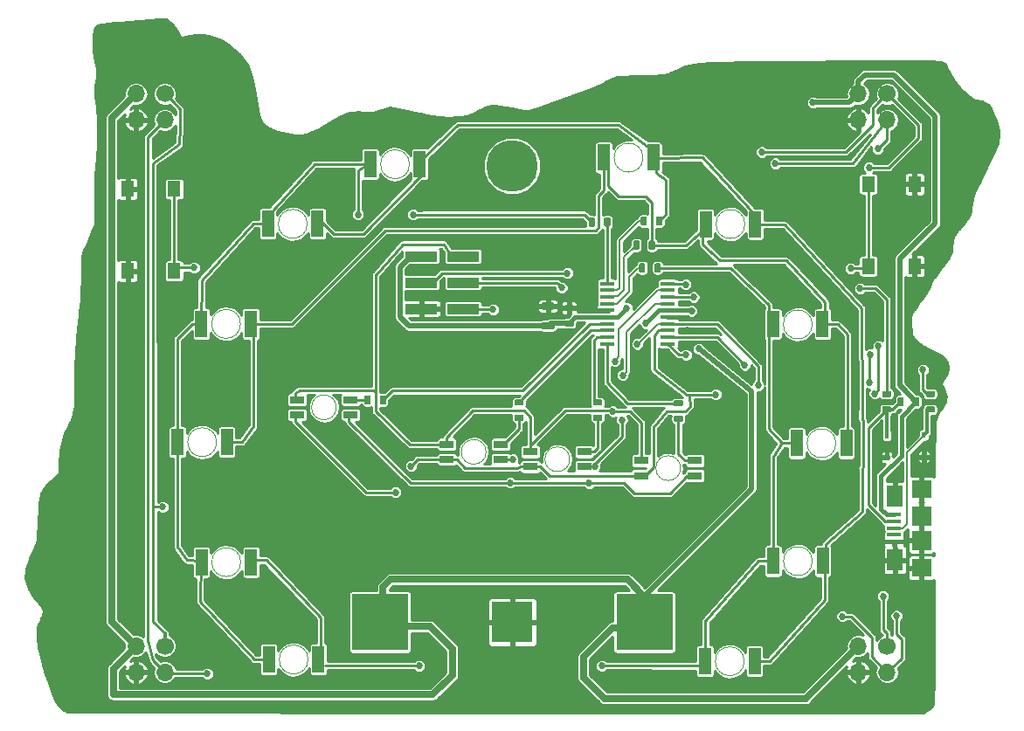
<source format=gbr>
G04 #@! TF.GenerationSoftware,KiCad,Pcbnew,(5.0.0)*
G04 #@! TF.CreationDate,2018-09-19T11:52:00-07:00*
G04 #@! TF.ProjectId,BSidesPDX_2018,4253696465735044585F323031382E6B,rev?*
G04 #@! TF.SameCoordinates,Original*
G04 #@! TF.FileFunction,Copper,L2,Bot,Signal*
G04 #@! TF.FilePolarity,Positive*
%FSLAX46Y46*%
G04 Gerber Fmt 4.6, Leading zero omitted, Abs format (unit mm)*
G04 Created by KiCad (PCBNEW (5.0.0)) date 09/19/18 11:52:00*
%MOMM*%
%LPD*%
G01*
G04 APERTURE LIST*
G04 #@! TA.AperFunction,EtchedComponent*
%ADD10C,0.050000*%
G04 #@! TD*
G04 #@! TA.AperFunction,SMDPad,CuDef*
%ADD11R,1.400000X0.800000*%
G04 #@! TD*
G04 #@! TA.AperFunction,SMDPad,CuDef*
%ADD12R,1.450000X0.450000*%
G04 #@! TD*
G04 #@! TA.AperFunction,SMDPad,CuDef*
%ADD13R,0.450000X0.600000*%
G04 #@! TD*
G04 #@! TA.AperFunction,Conductor*
%ADD14C,0.100000*%
G04 #@! TD*
G04 #@! TA.AperFunction,SMDPad,CuDef*
%ADD15C,0.600000*%
G04 #@! TD*
G04 #@! TA.AperFunction,SMDPad,CuDef*
%ADD16R,1.350000X0.400000*%
G04 #@! TD*
G04 #@! TA.AperFunction,SMDPad,CuDef*
%ADD17R,1.600000X2.100000*%
G04 #@! TD*
G04 #@! TA.AperFunction,SMDPad,CuDef*
%ADD18R,1.900000X1.800000*%
G04 #@! TD*
G04 #@! TA.AperFunction,SMDPad,CuDef*
%ADD19R,1.900000X1.900000*%
G04 #@! TD*
G04 #@! TA.AperFunction,ComponentPad*
%ADD20O,1.700000X1.700000*%
G04 #@! TD*
G04 #@! TA.AperFunction,ComponentPad*
%ADD21C,1.700000*%
G04 #@! TD*
G04 #@! TA.AperFunction,SMDPad,CuDef*
%ADD22C,0.700000*%
G04 #@! TD*
G04 #@! TA.AperFunction,SMDPad,CuDef*
%ADD23R,1.300000X1.550000*%
G04 #@! TD*
G04 #@! TA.AperFunction,SMDPad,CuDef*
%ADD24R,5.500000X5.500000*%
G04 #@! TD*
G04 #@! TA.AperFunction,SMDPad,CuDef*
%ADD25R,4.000000X4.000000*%
G04 #@! TD*
G04 #@! TA.AperFunction,SMDPad,CuDef*
%ADD26R,1.200000X2.600000*%
G04 #@! TD*
G04 #@! TA.AperFunction,SMDPad,CuDef*
%ADD27R,3.150000X1.000000*%
G04 #@! TD*
G04 #@! TA.AperFunction,ComponentPad*
%ADD28C,5.000000*%
G04 #@! TD*
G04 #@! TA.AperFunction,ViaPad*
%ADD29C,0.685800*%
G04 #@! TD*
G04 #@! TA.AperFunction,Conductor*
%ADD30C,0.457200*%
G04 #@! TD*
G04 #@! TA.AperFunction,Conductor*
%ADD31C,0.250000*%
G04 #@! TD*
G04 #@! TA.AperFunction,Conductor*
%ADD32C,0.508000*%
G04 #@! TD*
G04 #@! TA.AperFunction,Conductor*
%ADD33C,0.304800*%
G04 #@! TD*
G04 #@! TA.AperFunction,Conductor*
%ADD34C,0.660400*%
G04 #@! TD*
G04 #@! TA.AperFunction,Conductor*
%ADD35C,0.203200*%
G04 #@! TD*
G04 #@! TA.AperFunction,Conductor*
%ADD36C,0.254000*%
G04 #@! TD*
G04 #@! TA.AperFunction,Conductor*
%ADD37C,0.152400*%
G04 #@! TD*
G04 APERTURE END LIST*
D10*
G04 #@! TO.C,D104*
X164725200Y-116738400D02*
G75*
G03X164725200Y-116738400I-1200000J0D01*
G01*
G04 #@! TO.C,D103*
X153981000Y-115874800D02*
G75*
G03X153981000Y-115874800I-1200000J0D01*
G01*
G04 #@! TO.C,D102*
X145878400Y-115163600D02*
G75*
G03X145878400Y-115163600I-1200000J0D01*
G01*
G04 #@! TO.C,D101*
X131362300Y-110850000D02*
G75*
G03X131362300Y-110850000I-1200000J0D01*
G01*
G04 #@! TO.C,D1*
X138458400Y-87279480D02*
G75*
G03X138458400Y-87279480I-1400000J0D01*
G01*
G04 #@! TO.C,D2*
X122083020Y-102755700D02*
G75*
G03X122083020Y-102755700I-1400000J0D01*
G01*
G04 #@! TO.C,D3*
X122100000Y-125850000D02*
G75*
G03X122100000Y-125850000I-1400000J0D01*
G01*
G04 #@! TO.C,D4*
X128544780Y-93055440D02*
G75*
G03X128544780Y-93055440I-1400000J0D01*
G01*
G04 #@! TO.C,D5*
X170957700Y-93078300D02*
G75*
G03X170957700Y-93078300I-1400000J0D01*
G01*
G04 #@! TO.C,D6*
X170894200Y-135458200D02*
G75*
G03X170894200Y-135458200I-1400000J0D01*
G01*
G04 #@! TO.C,D7*
X128631140Y-135288020D02*
G75*
G03X128631140Y-135288020I-1400000J0D01*
G01*
G04 #@! TO.C,D8*
X119766540Y-114221260D02*
G75*
G03X119766540Y-114221260I-1400000J0D01*
G01*
G04 #@! TO.C,D9*
X177498200Y-125755400D02*
G75*
G03X177498200Y-125755400I-1400000J0D01*
G01*
G04 #@! TO.C,D10*
X161089800Y-86639400D02*
G75*
G03X161089800Y-86639400I-1400000J0D01*
G01*
G04 #@! TO.C,D11*
X177485500Y-102806500D02*
G75*
G03X177485500Y-102806500I-1400000J0D01*
G01*
G04 #@! TO.C,D12*
X179784200Y-114325400D02*
G75*
G03X179784200Y-114325400I-1400000J0D01*
G01*
G04 #@! TD*
D11*
G04 #@! TO.P,D104,4*
G04 #@! TO.N,/B_PWM__D+*
X160925200Y-117463400D03*
G04 #@! TO.P,D104,1*
G04 #@! TO.N,/R_PWM__MISO*
X160925200Y-116013400D03*
G04 #@! TO.P,D104,3*
G04 #@! TO.N,/G_PWM*
X166125200Y-117463400D03*
G04 #@! TO.P,D104,2*
G04 #@! TO.N,Net-(D104-Pad2)*
X166125200Y-116013400D03*
G04 #@! TD*
G04 #@! TO.P,D103,4*
G04 #@! TO.N,/B_PWM__D+*
X150181000Y-116599800D03*
G04 #@! TO.P,D103,1*
G04 #@! TO.N,/R_PWM__MISO*
X150181000Y-115149800D03*
G04 #@! TO.P,D103,3*
G04 #@! TO.N,/G_PWM*
X155381000Y-116599800D03*
G04 #@! TO.P,D103,2*
G04 #@! TO.N,Net-(D103-Pad2)*
X155381000Y-115149800D03*
G04 #@! TD*
G04 #@! TO.P,D102,4*
G04 #@! TO.N,/B_PWM__D+*
X142078400Y-115888600D03*
G04 #@! TO.P,D102,1*
G04 #@! TO.N,/R_PWM__MISO*
X142078400Y-114438600D03*
G04 #@! TO.P,D102,3*
G04 #@! TO.N,/G_PWM*
X147278400Y-115888600D03*
G04 #@! TO.P,D102,2*
G04 #@! TO.N,Net-(D102-Pad2)*
X147278400Y-114438600D03*
G04 #@! TD*
G04 #@! TO.P,D101,4*
G04 #@! TO.N,/B_PWM__D+*
X127562300Y-111575000D03*
G04 #@! TO.P,D101,1*
G04 #@! TO.N,/R_PWM__MISO*
X127562300Y-110125000D03*
G04 #@! TO.P,D101,3*
G04 #@! TO.N,/G_PWM*
X132762300Y-111575000D03*
G04 #@! TO.P,D101,2*
G04 #@! TO.N,Net-(D101-Pad2)*
X132762300Y-110125000D03*
G04 #@! TD*
D12*
G04 #@! TO.P,U1,20*
G04 #@! TO.N,/ROW1*
X157603400Y-98852800D03*
G04 #@! TO.P,U1,19*
G04 #@! TO.N,/ROW2*
X157603400Y-99502800D03*
G04 #@! TO.P,U1,18*
G04 #@! TO.N,/ROW3*
X157603400Y-100152800D03*
G04 #@! TO.P,U1,17*
G04 #@! TO.N,/ROW4*
X157603400Y-100802800D03*
G04 #@! TO.P,U1,16*
G04 #@! TO.N,GND*
X157603400Y-101452800D03*
G04 #@! TO.P,U1,15*
G04 #@! TO.N,/3V0*
X157603400Y-102102800D03*
G04 #@! TO.P,U1,14*
G04 #@! TO.N,/EN_RGB1*
X157603400Y-102752800D03*
G04 #@! TO.P,U1,13*
G04 #@! TO.N,/EN_RGB2*
X157603400Y-103402800D03*
G04 #@! TO.P,U1,12*
G04 #@! TO.N,/EN_RGB3*
X157603400Y-104052800D03*
G04 #@! TO.P,U1,11*
G04 #@! TO.N,/EN_RGB4*
X157603400Y-104702800D03*
G04 #@! TO.P,U1,10*
G04 #@! TO.N,/~RESET*
X163503400Y-104702800D03*
G04 #@! TO.P,U1,9*
G04 #@! TO.N,/R_SWITCH*
X163503400Y-104052800D03*
G04 #@! TO.P,U1,8*
G04 #@! TO.N,/B_PWM__D+*
X163503400Y-103402800D03*
G04 #@! TO.P,U1,7*
G04 #@! TO.N,/L_SWITCH_D-*
X163503400Y-102752800D03*
G04 #@! TO.P,U1,6*
G04 #@! TO.N,GND*
X163503400Y-102102800D03*
G04 #@! TO.P,U1,5*
G04 #@! TO.N,/3V0*
X163503400Y-101452800D03*
G04 #@! TO.P,U1,4*
G04 #@! TO.N,/G_PWM*
X163503400Y-100802800D03*
G04 #@! TO.P,U1,3*
G04 #@! TO.N,/SCL_SCK*
X163503400Y-100152800D03*
G04 #@! TO.P,U1,2*
G04 #@! TO.N,/R_PWM__MISO*
X163503400Y-99502800D03*
G04 #@! TO.P,U1,1*
G04 #@! TO.N,/SDA_MOSI*
X163503400Y-98852800D03*
G04 #@! TD*
D13*
G04 #@! TO.P,D13,2*
G04 #@! TO.N,GND*
X188300000Y-115650000D03*
G04 #@! TO.P,D13,1*
G04 #@! TO.N,/D+*
X188300000Y-113550000D03*
G04 #@! TD*
G04 #@! TO.P,D14,2*
G04 #@! TO.N,GND*
X184700000Y-115700000D03*
G04 #@! TO.P,D14,1*
G04 #@! TO.N,/D-*
X184700000Y-113600000D03*
G04 #@! TD*
D14*
G04 #@! TO.N,/ROW_4*
G04 #@! TO.C,R4*
G36*
X162661903Y-96883522D02*
X162676464Y-96885682D01*
X162690743Y-96889259D01*
X162704603Y-96894218D01*
X162717910Y-96900512D01*
X162730536Y-96908080D01*
X162742359Y-96916848D01*
X162753266Y-96926734D01*
X162763152Y-96937641D01*
X162771920Y-96949464D01*
X162779488Y-96962090D01*
X162785782Y-96975397D01*
X162790741Y-96989257D01*
X162794318Y-97003536D01*
X162796478Y-97018097D01*
X162797200Y-97032800D01*
X162797200Y-97632800D01*
X162796478Y-97647503D01*
X162794318Y-97662064D01*
X162790741Y-97676343D01*
X162785782Y-97690203D01*
X162779488Y-97703510D01*
X162771920Y-97716136D01*
X162763152Y-97727959D01*
X162753266Y-97738866D01*
X162742359Y-97748752D01*
X162730536Y-97757520D01*
X162717910Y-97765088D01*
X162704603Y-97771382D01*
X162690743Y-97776341D01*
X162676464Y-97779918D01*
X162661903Y-97782078D01*
X162647200Y-97782800D01*
X162347200Y-97782800D01*
X162332497Y-97782078D01*
X162317936Y-97779918D01*
X162303657Y-97776341D01*
X162289797Y-97771382D01*
X162276490Y-97765088D01*
X162263864Y-97757520D01*
X162252041Y-97748752D01*
X162241134Y-97738866D01*
X162231248Y-97727959D01*
X162222480Y-97716136D01*
X162214912Y-97703510D01*
X162208618Y-97690203D01*
X162203659Y-97676343D01*
X162200082Y-97662064D01*
X162197922Y-97647503D01*
X162197200Y-97632800D01*
X162197200Y-97032800D01*
X162197922Y-97018097D01*
X162200082Y-97003536D01*
X162203659Y-96989257D01*
X162208618Y-96975397D01*
X162214912Y-96962090D01*
X162222480Y-96949464D01*
X162231248Y-96937641D01*
X162241134Y-96926734D01*
X162252041Y-96916848D01*
X162263864Y-96908080D01*
X162276490Y-96900512D01*
X162289797Y-96894218D01*
X162303657Y-96889259D01*
X162317936Y-96885682D01*
X162332497Y-96883522D01*
X162347200Y-96882800D01*
X162647200Y-96882800D01*
X162661903Y-96883522D01*
X162661903Y-96883522D01*
G37*
D15*
G04 #@! TD*
G04 #@! TO.P,R4,2*
G04 #@! TO.N,/ROW_4*
X162497200Y-97332800D03*
D14*
G04 #@! TO.N,/ROW4*
G04 #@! TO.C,R4*
G36*
X161161903Y-96883522D02*
X161176464Y-96885682D01*
X161190743Y-96889259D01*
X161204603Y-96894218D01*
X161217910Y-96900512D01*
X161230536Y-96908080D01*
X161242359Y-96916848D01*
X161253266Y-96926734D01*
X161263152Y-96937641D01*
X161271920Y-96949464D01*
X161279488Y-96962090D01*
X161285782Y-96975397D01*
X161290741Y-96989257D01*
X161294318Y-97003536D01*
X161296478Y-97018097D01*
X161297200Y-97032800D01*
X161297200Y-97632800D01*
X161296478Y-97647503D01*
X161294318Y-97662064D01*
X161290741Y-97676343D01*
X161285782Y-97690203D01*
X161279488Y-97703510D01*
X161271920Y-97716136D01*
X161263152Y-97727959D01*
X161253266Y-97738866D01*
X161242359Y-97748752D01*
X161230536Y-97757520D01*
X161217910Y-97765088D01*
X161204603Y-97771382D01*
X161190743Y-97776341D01*
X161176464Y-97779918D01*
X161161903Y-97782078D01*
X161147200Y-97782800D01*
X160847200Y-97782800D01*
X160832497Y-97782078D01*
X160817936Y-97779918D01*
X160803657Y-97776341D01*
X160789797Y-97771382D01*
X160776490Y-97765088D01*
X160763864Y-97757520D01*
X160752041Y-97748752D01*
X160741134Y-97738866D01*
X160731248Y-97727959D01*
X160722480Y-97716136D01*
X160714912Y-97703510D01*
X160708618Y-97690203D01*
X160703659Y-97676343D01*
X160700082Y-97662064D01*
X160697922Y-97647503D01*
X160697200Y-97632800D01*
X160697200Y-97032800D01*
X160697922Y-97018097D01*
X160700082Y-97003536D01*
X160703659Y-96989257D01*
X160708618Y-96975397D01*
X160714912Y-96962090D01*
X160722480Y-96949464D01*
X160731248Y-96937641D01*
X160741134Y-96926734D01*
X160752041Y-96916848D01*
X160763864Y-96908080D01*
X160776490Y-96900512D01*
X160789797Y-96894218D01*
X160803657Y-96889259D01*
X160817936Y-96885682D01*
X160832497Y-96883522D01*
X160847200Y-96882800D01*
X161147200Y-96882800D01*
X161161903Y-96883522D01*
X161161903Y-96883522D01*
G37*
D15*
G04 #@! TD*
G04 #@! TO.P,R4,1*
G04 #@! TO.N,/ROW4*
X160997200Y-97332800D03*
D16*
G04 #@! TO.P,J2,2*
G04 #@! TO.N,/D-*
X185391680Y-121915160D03*
G04 #@! TO.P,J2,1*
G04 #@! TO.N,/3V0*
X185391680Y-121265160D03*
G04 #@! TO.P,J2,5*
G04 #@! TO.N,GND*
X185391680Y-123865160D03*
G04 #@! TO.P,J2,4*
G04 #@! TO.N,/NC*
X185391680Y-123215160D03*
G04 #@! TO.P,J2,3*
G04 #@! TO.N,/D+*
X185391680Y-122565160D03*
D17*
G04 #@! TO.P,J2,6*
G04 #@! TO.N,GND*
X185516680Y-119465160D03*
X185516680Y-125665160D03*
D18*
X188066680Y-118765160D03*
X188066680Y-126415160D03*
D19*
X188066680Y-121365160D03*
X188066680Y-123765160D03*
G04 #@! TD*
D20*
G04 #@! TO.P,X1,2*
G04 #@! TO.N,GND*
X111953000Y-82990000D03*
G04 #@! TO.P,X1,1*
G04 #@! TO.N,/3V0*
X111953000Y-80450000D03*
G04 #@! TO.P,X1,3*
G04 #@! TO.N,/SCL_SCK*
X114747000Y-82990000D03*
D21*
G04 #@! TO.P,X1,4*
G04 #@! TO.N,/SDA_MOSI*
X114747000Y-80450000D03*
G04 #@! TD*
D20*
G04 #@! TO.P,X2,2*
G04 #@! TO.N,GND*
X181953000Y-82990000D03*
G04 #@! TO.P,X2,1*
G04 #@! TO.N,/3V0*
X181953000Y-80450000D03*
G04 #@! TO.P,X2,3*
G04 #@! TO.N,/SCL_SCK*
X184747000Y-82990000D03*
D21*
G04 #@! TO.P,X2,4*
G04 #@! TO.N,/SDA_MOSI*
X184747000Y-80450000D03*
G04 #@! TD*
D20*
G04 #@! TO.P,X3,2*
G04 #@! TO.N,GND*
X111953000Y-136520000D03*
G04 #@! TO.P,X3,1*
G04 #@! TO.N,/3V0*
X111953000Y-133980000D03*
G04 #@! TO.P,X3,3*
G04 #@! TO.N,/SCL_SCK*
X114747000Y-136520000D03*
D21*
G04 #@! TO.P,X3,4*
G04 #@! TO.N,/SDA_MOSI*
X114747000Y-133980000D03*
G04 #@! TD*
D20*
G04 #@! TO.P,X4,2*
G04 #@! TO.N,GND*
X181953000Y-136520000D03*
G04 #@! TO.P,X4,1*
G04 #@! TO.N,/3V0*
X181953000Y-133980000D03*
G04 #@! TO.P,X4,3*
G04 #@! TO.N,/SCL_SCK*
X184747000Y-136520000D03*
D21*
G04 #@! TO.P,X4,4*
G04 #@! TO.N,/SDA_MOSI*
X184747000Y-133980000D03*
G04 #@! TD*
D14*
G04 #@! TO.N,GND*
G04 #@! TO.C,C1*
G36*
X152358753Y-100681843D02*
X152375741Y-100684363D01*
X152392400Y-100688535D01*
X152408570Y-100694321D01*
X152424094Y-100701664D01*
X152438825Y-100710493D01*
X152452619Y-100720723D01*
X152465344Y-100732256D01*
X152476877Y-100744981D01*
X152487107Y-100758775D01*
X152495936Y-100773506D01*
X152503279Y-100789030D01*
X152509065Y-100805200D01*
X152513237Y-100821859D01*
X152515757Y-100838847D01*
X152516600Y-100856000D01*
X152516600Y-101206000D01*
X152515757Y-101223153D01*
X152513237Y-101240141D01*
X152509065Y-101256800D01*
X152503279Y-101272970D01*
X152495936Y-101288494D01*
X152487107Y-101303225D01*
X152476877Y-101317019D01*
X152465344Y-101329744D01*
X152452619Y-101341277D01*
X152438825Y-101351507D01*
X152424094Y-101360336D01*
X152408570Y-101367679D01*
X152392400Y-101373465D01*
X152375741Y-101377637D01*
X152358753Y-101380157D01*
X152341600Y-101381000D01*
X151391600Y-101381000D01*
X151374447Y-101380157D01*
X151357459Y-101377637D01*
X151340800Y-101373465D01*
X151324630Y-101367679D01*
X151309106Y-101360336D01*
X151294375Y-101351507D01*
X151280581Y-101341277D01*
X151267856Y-101329744D01*
X151256323Y-101317019D01*
X151246093Y-101303225D01*
X151237264Y-101288494D01*
X151229921Y-101272970D01*
X151224135Y-101256800D01*
X151219963Y-101240141D01*
X151217443Y-101223153D01*
X151216600Y-101206000D01*
X151216600Y-100856000D01*
X151217443Y-100838847D01*
X151219963Y-100821859D01*
X151224135Y-100805200D01*
X151229921Y-100789030D01*
X151237264Y-100773506D01*
X151246093Y-100758775D01*
X151256323Y-100744981D01*
X151267856Y-100732256D01*
X151280581Y-100720723D01*
X151294375Y-100710493D01*
X151309106Y-100701664D01*
X151324630Y-100694321D01*
X151340800Y-100688535D01*
X151357459Y-100684363D01*
X151374447Y-100681843D01*
X151391600Y-100681000D01*
X152341600Y-100681000D01*
X152358753Y-100681843D01*
X152358753Y-100681843D01*
G37*
D22*
G04 #@! TD*
G04 #@! TO.P,C1,2*
G04 #@! TO.N,GND*
X151866600Y-101031000D03*
D14*
G04 #@! TO.N,/3V0*
G04 #@! TO.C,C1*
G36*
X152358753Y-102581843D02*
X152375741Y-102584363D01*
X152392400Y-102588535D01*
X152408570Y-102594321D01*
X152424094Y-102601664D01*
X152438825Y-102610493D01*
X152452619Y-102620723D01*
X152465344Y-102632256D01*
X152476877Y-102644981D01*
X152487107Y-102658775D01*
X152495936Y-102673506D01*
X152503279Y-102689030D01*
X152509065Y-102705200D01*
X152513237Y-102721859D01*
X152515757Y-102738847D01*
X152516600Y-102756000D01*
X152516600Y-103106000D01*
X152515757Y-103123153D01*
X152513237Y-103140141D01*
X152509065Y-103156800D01*
X152503279Y-103172970D01*
X152495936Y-103188494D01*
X152487107Y-103203225D01*
X152476877Y-103217019D01*
X152465344Y-103229744D01*
X152452619Y-103241277D01*
X152438825Y-103251507D01*
X152424094Y-103260336D01*
X152408570Y-103267679D01*
X152392400Y-103273465D01*
X152375741Y-103277637D01*
X152358753Y-103280157D01*
X152341600Y-103281000D01*
X151391600Y-103281000D01*
X151374447Y-103280157D01*
X151357459Y-103277637D01*
X151340800Y-103273465D01*
X151324630Y-103267679D01*
X151309106Y-103260336D01*
X151294375Y-103251507D01*
X151280581Y-103241277D01*
X151267856Y-103229744D01*
X151256323Y-103217019D01*
X151246093Y-103203225D01*
X151237264Y-103188494D01*
X151229921Y-103172970D01*
X151224135Y-103156800D01*
X151219963Y-103140141D01*
X151217443Y-103123153D01*
X151216600Y-103106000D01*
X151216600Y-102756000D01*
X151217443Y-102738847D01*
X151219963Y-102721859D01*
X151224135Y-102705200D01*
X151229921Y-102689030D01*
X151237264Y-102673506D01*
X151246093Y-102658775D01*
X151256323Y-102644981D01*
X151267856Y-102632256D01*
X151280581Y-102620723D01*
X151294375Y-102610493D01*
X151309106Y-102601664D01*
X151324630Y-102594321D01*
X151340800Y-102588535D01*
X151357459Y-102584363D01*
X151374447Y-102581843D01*
X151391600Y-102581000D01*
X152341600Y-102581000D01*
X152358753Y-102581843D01*
X152358753Y-102581843D01*
G37*
D22*
G04 #@! TD*
G04 #@! TO.P,C1,1*
G04 #@! TO.N,/3V0*
X151866600Y-102931000D03*
D14*
G04 #@! TO.N,GND*
G04 #@! TO.C,C2*
G36*
X154238703Y-100906322D02*
X154253264Y-100908482D01*
X154267543Y-100912059D01*
X154281403Y-100917018D01*
X154294710Y-100923312D01*
X154307336Y-100930880D01*
X154319159Y-100939648D01*
X154330066Y-100949534D01*
X154339952Y-100960441D01*
X154348720Y-100972264D01*
X154356288Y-100984890D01*
X154362582Y-100998197D01*
X154367541Y-101012057D01*
X154371118Y-101026336D01*
X154373278Y-101040897D01*
X154374000Y-101055600D01*
X154374000Y-101355600D01*
X154373278Y-101370303D01*
X154371118Y-101384864D01*
X154367541Y-101399143D01*
X154362582Y-101413003D01*
X154356288Y-101426310D01*
X154348720Y-101438936D01*
X154339952Y-101450759D01*
X154330066Y-101461666D01*
X154319159Y-101471552D01*
X154307336Y-101480320D01*
X154294710Y-101487888D01*
X154281403Y-101494182D01*
X154267543Y-101499141D01*
X154253264Y-101502718D01*
X154238703Y-101504878D01*
X154224000Y-101505600D01*
X153624000Y-101505600D01*
X153609297Y-101504878D01*
X153594736Y-101502718D01*
X153580457Y-101499141D01*
X153566597Y-101494182D01*
X153553290Y-101487888D01*
X153540664Y-101480320D01*
X153528841Y-101471552D01*
X153517934Y-101461666D01*
X153508048Y-101450759D01*
X153499280Y-101438936D01*
X153491712Y-101426310D01*
X153485418Y-101413003D01*
X153480459Y-101399143D01*
X153476882Y-101384864D01*
X153474722Y-101370303D01*
X153474000Y-101355600D01*
X153474000Y-101055600D01*
X153474722Y-101040897D01*
X153476882Y-101026336D01*
X153480459Y-101012057D01*
X153485418Y-100998197D01*
X153491712Y-100984890D01*
X153499280Y-100972264D01*
X153508048Y-100960441D01*
X153517934Y-100949534D01*
X153528841Y-100939648D01*
X153540664Y-100930880D01*
X153553290Y-100923312D01*
X153566597Y-100917018D01*
X153580457Y-100912059D01*
X153594736Y-100908482D01*
X153609297Y-100906322D01*
X153624000Y-100905600D01*
X154224000Y-100905600D01*
X154238703Y-100906322D01*
X154238703Y-100906322D01*
G37*
D15*
G04 #@! TD*
G04 #@! TO.P,C2,2*
G04 #@! TO.N,GND*
X153924000Y-101205600D03*
D14*
G04 #@! TO.N,/3V0*
G04 #@! TO.C,C2*
G36*
X154238703Y-102406322D02*
X154253264Y-102408482D01*
X154267543Y-102412059D01*
X154281403Y-102417018D01*
X154294710Y-102423312D01*
X154307336Y-102430880D01*
X154319159Y-102439648D01*
X154330066Y-102449534D01*
X154339952Y-102460441D01*
X154348720Y-102472264D01*
X154356288Y-102484890D01*
X154362582Y-102498197D01*
X154367541Y-102512057D01*
X154371118Y-102526336D01*
X154373278Y-102540897D01*
X154374000Y-102555600D01*
X154374000Y-102855600D01*
X154373278Y-102870303D01*
X154371118Y-102884864D01*
X154367541Y-102899143D01*
X154362582Y-102913003D01*
X154356288Y-102926310D01*
X154348720Y-102938936D01*
X154339952Y-102950759D01*
X154330066Y-102961666D01*
X154319159Y-102971552D01*
X154307336Y-102980320D01*
X154294710Y-102987888D01*
X154281403Y-102994182D01*
X154267543Y-102999141D01*
X154253264Y-103002718D01*
X154238703Y-103004878D01*
X154224000Y-103005600D01*
X153624000Y-103005600D01*
X153609297Y-103004878D01*
X153594736Y-103002718D01*
X153580457Y-102999141D01*
X153566597Y-102994182D01*
X153553290Y-102987888D01*
X153540664Y-102980320D01*
X153528841Y-102971552D01*
X153517934Y-102961666D01*
X153508048Y-102950759D01*
X153499280Y-102938936D01*
X153491712Y-102926310D01*
X153485418Y-102913003D01*
X153480459Y-102899143D01*
X153476882Y-102884864D01*
X153474722Y-102870303D01*
X153474000Y-102855600D01*
X153474000Y-102555600D01*
X153474722Y-102540897D01*
X153476882Y-102526336D01*
X153480459Y-102512057D01*
X153485418Y-102498197D01*
X153491712Y-102484890D01*
X153499280Y-102472264D01*
X153508048Y-102460441D01*
X153517934Y-102449534D01*
X153528841Y-102439648D01*
X153540664Y-102430880D01*
X153553290Y-102423312D01*
X153566597Y-102417018D01*
X153580457Y-102412059D01*
X153594736Y-102408482D01*
X153609297Y-102406322D01*
X153624000Y-102405600D01*
X154224000Y-102405600D01*
X154238703Y-102406322D01*
X154238703Y-102406322D01*
G37*
D15*
G04 #@! TD*
G04 #@! TO.P,C2,1*
G04 #@! TO.N,/3V0*
X153924000Y-102705600D03*
D14*
G04 #@! TO.N,/ROW_1*
G04 #@! TO.C,R1*
G36*
X156285103Y-92438522D02*
X156299664Y-92440682D01*
X156313943Y-92444259D01*
X156327803Y-92449218D01*
X156341110Y-92455512D01*
X156353736Y-92463080D01*
X156365559Y-92471848D01*
X156376466Y-92481734D01*
X156386352Y-92492641D01*
X156395120Y-92504464D01*
X156402688Y-92517090D01*
X156408982Y-92530397D01*
X156413941Y-92544257D01*
X156417518Y-92558536D01*
X156419678Y-92573097D01*
X156420400Y-92587800D01*
X156420400Y-93187800D01*
X156419678Y-93202503D01*
X156417518Y-93217064D01*
X156413941Y-93231343D01*
X156408982Y-93245203D01*
X156402688Y-93258510D01*
X156395120Y-93271136D01*
X156386352Y-93282959D01*
X156376466Y-93293866D01*
X156365559Y-93303752D01*
X156353736Y-93312520D01*
X156341110Y-93320088D01*
X156327803Y-93326382D01*
X156313943Y-93331341D01*
X156299664Y-93334918D01*
X156285103Y-93337078D01*
X156270400Y-93337800D01*
X155970400Y-93337800D01*
X155955697Y-93337078D01*
X155941136Y-93334918D01*
X155926857Y-93331341D01*
X155912997Y-93326382D01*
X155899690Y-93320088D01*
X155887064Y-93312520D01*
X155875241Y-93303752D01*
X155864334Y-93293866D01*
X155854448Y-93282959D01*
X155845680Y-93271136D01*
X155838112Y-93258510D01*
X155831818Y-93245203D01*
X155826859Y-93231343D01*
X155823282Y-93217064D01*
X155821122Y-93202503D01*
X155820400Y-93187800D01*
X155820400Y-92587800D01*
X155821122Y-92573097D01*
X155823282Y-92558536D01*
X155826859Y-92544257D01*
X155831818Y-92530397D01*
X155838112Y-92517090D01*
X155845680Y-92504464D01*
X155854448Y-92492641D01*
X155864334Y-92481734D01*
X155875241Y-92471848D01*
X155887064Y-92463080D01*
X155899690Y-92455512D01*
X155912997Y-92449218D01*
X155926857Y-92444259D01*
X155941136Y-92440682D01*
X155955697Y-92438522D01*
X155970400Y-92437800D01*
X156270400Y-92437800D01*
X156285103Y-92438522D01*
X156285103Y-92438522D01*
G37*
D15*
G04 #@! TD*
G04 #@! TO.P,R1,2*
G04 #@! TO.N,/ROW_1*
X156120400Y-92887800D03*
D14*
G04 #@! TO.N,/ROW1*
G04 #@! TO.C,R1*
G36*
X157785103Y-92438522D02*
X157799664Y-92440682D01*
X157813943Y-92444259D01*
X157827803Y-92449218D01*
X157841110Y-92455512D01*
X157853736Y-92463080D01*
X157865559Y-92471848D01*
X157876466Y-92481734D01*
X157886352Y-92492641D01*
X157895120Y-92504464D01*
X157902688Y-92517090D01*
X157908982Y-92530397D01*
X157913941Y-92544257D01*
X157917518Y-92558536D01*
X157919678Y-92573097D01*
X157920400Y-92587800D01*
X157920400Y-93187800D01*
X157919678Y-93202503D01*
X157917518Y-93217064D01*
X157913941Y-93231343D01*
X157908982Y-93245203D01*
X157902688Y-93258510D01*
X157895120Y-93271136D01*
X157886352Y-93282959D01*
X157876466Y-93293866D01*
X157865559Y-93303752D01*
X157853736Y-93312520D01*
X157841110Y-93320088D01*
X157827803Y-93326382D01*
X157813943Y-93331341D01*
X157799664Y-93334918D01*
X157785103Y-93337078D01*
X157770400Y-93337800D01*
X157470400Y-93337800D01*
X157455697Y-93337078D01*
X157441136Y-93334918D01*
X157426857Y-93331341D01*
X157412997Y-93326382D01*
X157399690Y-93320088D01*
X157387064Y-93312520D01*
X157375241Y-93303752D01*
X157364334Y-93293866D01*
X157354448Y-93282959D01*
X157345680Y-93271136D01*
X157338112Y-93258510D01*
X157331818Y-93245203D01*
X157326859Y-93231343D01*
X157323282Y-93217064D01*
X157321122Y-93202503D01*
X157320400Y-93187800D01*
X157320400Y-92587800D01*
X157321122Y-92573097D01*
X157323282Y-92558536D01*
X157326859Y-92544257D01*
X157331818Y-92530397D01*
X157338112Y-92517090D01*
X157345680Y-92504464D01*
X157354448Y-92492641D01*
X157364334Y-92481734D01*
X157375241Y-92471848D01*
X157387064Y-92463080D01*
X157399690Y-92455512D01*
X157412997Y-92449218D01*
X157426857Y-92444259D01*
X157441136Y-92440682D01*
X157455697Y-92438522D01*
X157470400Y-92437800D01*
X157770400Y-92437800D01*
X157785103Y-92438522D01*
X157785103Y-92438522D01*
G37*
D15*
G04 #@! TD*
G04 #@! TO.P,R1,1*
G04 #@! TO.N,/ROW1*
X157620400Y-92887800D03*
D14*
G04 #@! TO.N,/ROW_2*
G04 #@! TO.C,R2*
G36*
X162827703Y-92336922D02*
X162842264Y-92339082D01*
X162856543Y-92342659D01*
X162870403Y-92347618D01*
X162883710Y-92353912D01*
X162896336Y-92361480D01*
X162908159Y-92370248D01*
X162919066Y-92380134D01*
X162928952Y-92391041D01*
X162937720Y-92402864D01*
X162945288Y-92415490D01*
X162951582Y-92428797D01*
X162956541Y-92442657D01*
X162960118Y-92456936D01*
X162962278Y-92471497D01*
X162963000Y-92486200D01*
X162963000Y-93086200D01*
X162962278Y-93100903D01*
X162960118Y-93115464D01*
X162956541Y-93129743D01*
X162951582Y-93143603D01*
X162945288Y-93156910D01*
X162937720Y-93169536D01*
X162928952Y-93181359D01*
X162919066Y-93192266D01*
X162908159Y-93202152D01*
X162896336Y-93210920D01*
X162883710Y-93218488D01*
X162870403Y-93224782D01*
X162856543Y-93229741D01*
X162842264Y-93233318D01*
X162827703Y-93235478D01*
X162813000Y-93236200D01*
X162513000Y-93236200D01*
X162498297Y-93235478D01*
X162483736Y-93233318D01*
X162469457Y-93229741D01*
X162455597Y-93224782D01*
X162442290Y-93218488D01*
X162429664Y-93210920D01*
X162417841Y-93202152D01*
X162406934Y-93192266D01*
X162397048Y-93181359D01*
X162388280Y-93169536D01*
X162380712Y-93156910D01*
X162374418Y-93143603D01*
X162369459Y-93129743D01*
X162365882Y-93115464D01*
X162363722Y-93100903D01*
X162363000Y-93086200D01*
X162363000Y-92486200D01*
X162363722Y-92471497D01*
X162365882Y-92456936D01*
X162369459Y-92442657D01*
X162374418Y-92428797D01*
X162380712Y-92415490D01*
X162388280Y-92402864D01*
X162397048Y-92391041D01*
X162406934Y-92380134D01*
X162417841Y-92370248D01*
X162429664Y-92361480D01*
X162442290Y-92353912D01*
X162455597Y-92347618D01*
X162469457Y-92342659D01*
X162483736Y-92339082D01*
X162498297Y-92336922D01*
X162513000Y-92336200D01*
X162813000Y-92336200D01*
X162827703Y-92336922D01*
X162827703Y-92336922D01*
G37*
D15*
G04 #@! TD*
G04 #@! TO.P,R2,2*
G04 #@! TO.N,/ROW_2*
X162663000Y-92786200D03*
D14*
G04 #@! TO.N,/ROW2*
G04 #@! TO.C,R2*
G36*
X161327703Y-92336922D02*
X161342264Y-92339082D01*
X161356543Y-92342659D01*
X161370403Y-92347618D01*
X161383710Y-92353912D01*
X161396336Y-92361480D01*
X161408159Y-92370248D01*
X161419066Y-92380134D01*
X161428952Y-92391041D01*
X161437720Y-92402864D01*
X161445288Y-92415490D01*
X161451582Y-92428797D01*
X161456541Y-92442657D01*
X161460118Y-92456936D01*
X161462278Y-92471497D01*
X161463000Y-92486200D01*
X161463000Y-93086200D01*
X161462278Y-93100903D01*
X161460118Y-93115464D01*
X161456541Y-93129743D01*
X161451582Y-93143603D01*
X161445288Y-93156910D01*
X161437720Y-93169536D01*
X161428952Y-93181359D01*
X161419066Y-93192266D01*
X161408159Y-93202152D01*
X161396336Y-93210920D01*
X161383710Y-93218488D01*
X161370403Y-93224782D01*
X161356543Y-93229741D01*
X161342264Y-93233318D01*
X161327703Y-93235478D01*
X161313000Y-93236200D01*
X161013000Y-93236200D01*
X160998297Y-93235478D01*
X160983736Y-93233318D01*
X160969457Y-93229741D01*
X160955597Y-93224782D01*
X160942290Y-93218488D01*
X160929664Y-93210920D01*
X160917841Y-93202152D01*
X160906934Y-93192266D01*
X160897048Y-93181359D01*
X160888280Y-93169536D01*
X160880712Y-93156910D01*
X160874418Y-93143603D01*
X160869459Y-93129743D01*
X160865882Y-93115464D01*
X160863722Y-93100903D01*
X160863000Y-93086200D01*
X160863000Y-92486200D01*
X160863722Y-92471497D01*
X160865882Y-92456936D01*
X160869459Y-92442657D01*
X160874418Y-92428797D01*
X160880712Y-92415490D01*
X160888280Y-92402864D01*
X160897048Y-92391041D01*
X160906934Y-92380134D01*
X160917841Y-92370248D01*
X160929664Y-92361480D01*
X160942290Y-92353912D01*
X160955597Y-92347618D01*
X160969457Y-92342659D01*
X160983736Y-92339082D01*
X160998297Y-92336922D01*
X161013000Y-92336200D01*
X161313000Y-92336200D01*
X161327703Y-92336922D01*
X161327703Y-92336922D01*
G37*
D15*
G04 #@! TD*
G04 #@! TO.P,R2,1*
G04 #@! TO.N,/ROW2*
X161163000Y-92786200D03*
D14*
G04 #@! TO.N,/ROW_3*
G04 #@! TO.C,R3*
G36*
X162103103Y-94673722D02*
X162117664Y-94675882D01*
X162131943Y-94679459D01*
X162145803Y-94684418D01*
X162159110Y-94690712D01*
X162171736Y-94698280D01*
X162183559Y-94707048D01*
X162194466Y-94716934D01*
X162204352Y-94727841D01*
X162213120Y-94739664D01*
X162220688Y-94752290D01*
X162226982Y-94765597D01*
X162231941Y-94779457D01*
X162235518Y-94793736D01*
X162237678Y-94808297D01*
X162238400Y-94823000D01*
X162238400Y-95423000D01*
X162237678Y-95437703D01*
X162235518Y-95452264D01*
X162231941Y-95466543D01*
X162226982Y-95480403D01*
X162220688Y-95493710D01*
X162213120Y-95506336D01*
X162204352Y-95518159D01*
X162194466Y-95529066D01*
X162183559Y-95538952D01*
X162171736Y-95547720D01*
X162159110Y-95555288D01*
X162145803Y-95561582D01*
X162131943Y-95566541D01*
X162117664Y-95570118D01*
X162103103Y-95572278D01*
X162088400Y-95573000D01*
X161788400Y-95573000D01*
X161773697Y-95572278D01*
X161759136Y-95570118D01*
X161744857Y-95566541D01*
X161730997Y-95561582D01*
X161717690Y-95555288D01*
X161705064Y-95547720D01*
X161693241Y-95538952D01*
X161682334Y-95529066D01*
X161672448Y-95518159D01*
X161663680Y-95506336D01*
X161656112Y-95493710D01*
X161649818Y-95480403D01*
X161644859Y-95466543D01*
X161641282Y-95452264D01*
X161639122Y-95437703D01*
X161638400Y-95423000D01*
X161638400Y-94823000D01*
X161639122Y-94808297D01*
X161641282Y-94793736D01*
X161644859Y-94779457D01*
X161649818Y-94765597D01*
X161656112Y-94752290D01*
X161663680Y-94739664D01*
X161672448Y-94727841D01*
X161682334Y-94716934D01*
X161693241Y-94707048D01*
X161705064Y-94698280D01*
X161717690Y-94690712D01*
X161730997Y-94684418D01*
X161744857Y-94679459D01*
X161759136Y-94675882D01*
X161773697Y-94673722D01*
X161788400Y-94673000D01*
X162088400Y-94673000D01*
X162103103Y-94673722D01*
X162103103Y-94673722D01*
G37*
D15*
G04 #@! TD*
G04 #@! TO.P,R3,2*
G04 #@! TO.N,/ROW_3*
X161938400Y-95123000D03*
D14*
G04 #@! TO.N,/ROW3*
G04 #@! TO.C,R3*
G36*
X160603103Y-94673722D02*
X160617664Y-94675882D01*
X160631943Y-94679459D01*
X160645803Y-94684418D01*
X160659110Y-94690712D01*
X160671736Y-94698280D01*
X160683559Y-94707048D01*
X160694466Y-94716934D01*
X160704352Y-94727841D01*
X160713120Y-94739664D01*
X160720688Y-94752290D01*
X160726982Y-94765597D01*
X160731941Y-94779457D01*
X160735518Y-94793736D01*
X160737678Y-94808297D01*
X160738400Y-94823000D01*
X160738400Y-95423000D01*
X160737678Y-95437703D01*
X160735518Y-95452264D01*
X160731941Y-95466543D01*
X160726982Y-95480403D01*
X160720688Y-95493710D01*
X160713120Y-95506336D01*
X160704352Y-95518159D01*
X160694466Y-95529066D01*
X160683559Y-95538952D01*
X160671736Y-95547720D01*
X160659110Y-95555288D01*
X160645803Y-95561582D01*
X160631943Y-95566541D01*
X160617664Y-95570118D01*
X160603103Y-95572278D01*
X160588400Y-95573000D01*
X160288400Y-95573000D01*
X160273697Y-95572278D01*
X160259136Y-95570118D01*
X160244857Y-95566541D01*
X160230997Y-95561582D01*
X160217690Y-95555288D01*
X160205064Y-95547720D01*
X160193241Y-95538952D01*
X160182334Y-95529066D01*
X160172448Y-95518159D01*
X160163680Y-95506336D01*
X160156112Y-95493710D01*
X160149818Y-95480403D01*
X160144859Y-95466543D01*
X160141282Y-95452264D01*
X160139122Y-95437703D01*
X160138400Y-95423000D01*
X160138400Y-94823000D01*
X160139122Y-94808297D01*
X160141282Y-94793736D01*
X160144859Y-94779457D01*
X160149818Y-94765597D01*
X160156112Y-94752290D01*
X160163680Y-94739664D01*
X160172448Y-94727841D01*
X160182334Y-94716934D01*
X160193241Y-94707048D01*
X160205064Y-94698280D01*
X160217690Y-94690712D01*
X160230997Y-94684418D01*
X160244857Y-94679459D01*
X160259136Y-94675882D01*
X160273697Y-94673722D01*
X160288400Y-94673000D01*
X160588400Y-94673000D01*
X160603103Y-94673722D01*
X160603103Y-94673722D01*
G37*
D15*
G04 #@! TD*
G04 #@! TO.P,R3,1*
G04 #@! TO.N,/ROW3*
X160438400Y-95123000D03*
D14*
G04 #@! TO.N,/D+*
G04 #@! TO.C,R5*
G36*
X189252603Y-110750222D02*
X189267164Y-110752382D01*
X189281443Y-110755959D01*
X189295303Y-110760918D01*
X189308610Y-110767212D01*
X189321236Y-110774780D01*
X189333059Y-110783548D01*
X189343966Y-110793434D01*
X189353852Y-110804341D01*
X189362620Y-110816164D01*
X189370188Y-110828790D01*
X189376482Y-110842097D01*
X189381441Y-110855957D01*
X189385018Y-110870236D01*
X189387178Y-110884797D01*
X189387900Y-110899500D01*
X189387900Y-111199500D01*
X189387178Y-111214203D01*
X189385018Y-111228764D01*
X189381441Y-111243043D01*
X189376482Y-111256903D01*
X189370188Y-111270210D01*
X189362620Y-111282836D01*
X189353852Y-111294659D01*
X189343966Y-111305566D01*
X189333059Y-111315452D01*
X189321236Y-111324220D01*
X189308610Y-111331788D01*
X189295303Y-111338082D01*
X189281443Y-111343041D01*
X189267164Y-111346618D01*
X189252603Y-111348778D01*
X189237900Y-111349500D01*
X188637900Y-111349500D01*
X188623197Y-111348778D01*
X188608636Y-111346618D01*
X188594357Y-111343041D01*
X188580497Y-111338082D01*
X188567190Y-111331788D01*
X188554564Y-111324220D01*
X188542741Y-111315452D01*
X188531834Y-111305566D01*
X188521948Y-111294659D01*
X188513180Y-111282836D01*
X188505612Y-111270210D01*
X188499318Y-111256903D01*
X188494359Y-111243043D01*
X188490782Y-111228764D01*
X188488622Y-111214203D01*
X188487900Y-111199500D01*
X188487900Y-110899500D01*
X188488622Y-110884797D01*
X188490782Y-110870236D01*
X188494359Y-110855957D01*
X188499318Y-110842097D01*
X188505612Y-110828790D01*
X188513180Y-110816164D01*
X188521948Y-110804341D01*
X188531834Y-110793434D01*
X188542741Y-110783548D01*
X188554564Y-110774780D01*
X188567190Y-110767212D01*
X188580497Y-110760918D01*
X188594357Y-110755959D01*
X188608636Y-110752382D01*
X188623197Y-110750222D01*
X188637900Y-110749500D01*
X189237900Y-110749500D01*
X189252603Y-110750222D01*
X189252603Y-110750222D01*
G37*
D15*
G04 #@! TD*
G04 #@! TO.P,R5,2*
G04 #@! TO.N,/D+*
X188937900Y-111049500D03*
D14*
G04 #@! TO.N,/B_PWM__D+*
G04 #@! TO.C,R5*
G36*
X189252603Y-109250222D02*
X189267164Y-109252382D01*
X189281443Y-109255959D01*
X189295303Y-109260918D01*
X189308610Y-109267212D01*
X189321236Y-109274780D01*
X189333059Y-109283548D01*
X189343966Y-109293434D01*
X189353852Y-109304341D01*
X189362620Y-109316164D01*
X189370188Y-109328790D01*
X189376482Y-109342097D01*
X189381441Y-109355957D01*
X189385018Y-109370236D01*
X189387178Y-109384797D01*
X189387900Y-109399500D01*
X189387900Y-109699500D01*
X189387178Y-109714203D01*
X189385018Y-109728764D01*
X189381441Y-109743043D01*
X189376482Y-109756903D01*
X189370188Y-109770210D01*
X189362620Y-109782836D01*
X189353852Y-109794659D01*
X189343966Y-109805566D01*
X189333059Y-109815452D01*
X189321236Y-109824220D01*
X189308610Y-109831788D01*
X189295303Y-109838082D01*
X189281443Y-109843041D01*
X189267164Y-109846618D01*
X189252603Y-109848778D01*
X189237900Y-109849500D01*
X188637900Y-109849500D01*
X188623197Y-109848778D01*
X188608636Y-109846618D01*
X188594357Y-109843041D01*
X188580497Y-109838082D01*
X188567190Y-109831788D01*
X188554564Y-109824220D01*
X188542741Y-109815452D01*
X188531834Y-109805566D01*
X188521948Y-109794659D01*
X188513180Y-109782836D01*
X188505612Y-109770210D01*
X188499318Y-109756903D01*
X188494359Y-109743043D01*
X188490782Y-109728764D01*
X188488622Y-109714203D01*
X188487900Y-109699500D01*
X188487900Y-109399500D01*
X188488622Y-109384797D01*
X188490782Y-109370236D01*
X188494359Y-109355957D01*
X188499318Y-109342097D01*
X188505612Y-109328790D01*
X188513180Y-109316164D01*
X188521948Y-109304341D01*
X188531834Y-109293434D01*
X188542741Y-109283548D01*
X188554564Y-109274780D01*
X188567190Y-109267212D01*
X188580497Y-109260918D01*
X188594357Y-109255959D01*
X188608636Y-109252382D01*
X188623197Y-109250222D01*
X188637900Y-109249500D01*
X189237900Y-109249500D01*
X189252603Y-109250222D01*
X189252603Y-109250222D01*
G37*
D15*
G04 #@! TD*
G04 #@! TO.P,R5,1*
G04 #@! TO.N,/B_PWM__D+*
X188937900Y-109549500D03*
D14*
G04 #@! TO.N,/L_SWITCH_D-*
G04 #@! TO.C,R6*
G36*
X185014703Y-109250722D02*
X185029264Y-109252882D01*
X185043543Y-109256459D01*
X185057403Y-109261418D01*
X185070710Y-109267712D01*
X185083336Y-109275280D01*
X185095159Y-109284048D01*
X185106066Y-109293934D01*
X185115952Y-109304841D01*
X185124720Y-109316664D01*
X185132288Y-109329290D01*
X185138582Y-109342597D01*
X185143541Y-109356457D01*
X185147118Y-109370736D01*
X185149278Y-109385297D01*
X185150000Y-109400000D01*
X185150000Y-109700000D01*
X185149278Y-109714703D01*
X185147118Y-109729264D01*
X185143541Y-109743543D01*
X185138582Y-109757403D01*
X185132288Y-109770710D01*
X185124720Y-109783336D01*
X185115952Y-109795159D01*
X185106066Y-109806066D01*
X185095159Y-109815952D01*
X185083336Y-109824720D01*
X185070710Y-109832288D01*
X185057403Y-109838582D01*
X185043543Y-109843541D01*
X185029264Y-109847118D01*
X185014703Y-109849278D01*
X185000000Y-109850000D01*
X184400000Y-109850000D01*
X184385297Y-109849278D01*
X184370736Y-109847118D01*
X184356457Y-109843541D01*
X184342597Y-109838582D01*
X184329290Y-109832288D01*
X184316664Y-109824720D01*
X184304841Y-109815952D01*
X184293934Y-109806066D01*
X184284048Y-109795159D01*
X184275280Y-109783336D01*
X184267712Y-109770710D01*
X184261418Y-109757403D01*
X184256459Y-109743543D01*
X184252882Y-109729264D01*
X184250722Y-109714703D01*
X184250000Y-109700000D01*
X184250000Y-109400000D01*
X184250722Y-109385297D01*
X184252882Y-109370736D01*
X184256459Y-109356457D01*
X184261418Y-109342597D01*
X184267712Y-109329290D01*
X184275280Y-109316664D01*
X184284048Y-109304841D01*
X184293934Y-109293934D01*
X184304841Y-109284048D01*
X184316664Y-109275280D01*
X184329290Y-109267712D01*
X184342597Y-109261418D01*
X184356457Y-109256459D01*
X184370736Y-109252882D01*
X184385297Y-109250722D01*
X184400000Y-109250000D01*
X185000000Y-109250000D01*
X185014703Y-109250722D01*
X185014703Y-109250722D01*
G37*
D15*
G04 #@! TD*
G04 #@! TO.P,R6,2*
G04 #@! TO.N,/L_SWITCH_D-*
X184700000Y-109550000D03*
D14*
G04 #@! TO.N,/D-*
G04 #@! TO.C,R6*
G36*
X185014703Y-110750722D02*
X185029264Y-110752882D01*
X185043543Y-110756459D01*
X185057403Y-110761418D01*
X185070710Y-110767712D01*
X185083336Y-110775280D01*
X185095159Y-110784048D01*
X185106066Y-110793934D01*
X185115952Y-110804841D01*
X185124720Y-110816664D01*
X185132288Y-110829290D01*
X185138582Y-110842597D01*
X185143541Y-110856457D01*
X185147118Y-110870736D01*
X185149278Y-110885297D01*
X185150000Y-110900000D01*
X185150000Y-111200000D01*
X185149278Y-111214703D01*
X185147118Y-111229264D01*
X185143541Y-111243543D01*
X185138582Y-111257403D01*
X185132288Y-111270710D01*
X185124720Y-111283336D01*
X185115952Y-111295159D01*
X185106066Y-111306066D01*
X185095159Y-111315952D01*
X185083336Y-111324720D01*
X185070710Y-111332288D01*
X185057403Y-111338582D01*
X185043543Y-111343541D01*
X185029264Y-111347118D01*
X185014703Y-111349278D01*
X185000000Y-111350000D01*
X184400000Y-111350000D01*
X184385297Y-111349278D01*
X184370736Y-111347118D01*
X184356457Y-111343541D01*
X184342597Y-111338582D01*
X184329290Y-111332288D01*
X184316664Y-111324720D01*
X184304841Y-111315952D01*
X184293934Y-111306066D01*
X184284048Y-111295159D01*
X184275280Y-111283336D01*
X184267712Y-111270710D01*
X184261418Y-111257403D01*
X184256459Y-111243543D01*
X184252882Y-111229264D01*
X184250722Y-111214703D01*
X184250000Y-111200000D01*
X184250000Y-110900000D01*
X184250722Y-110885297D01*
X184252882Y-110870736D01*
X184256459Y-110856457D01*
X184261418Y-110842597D01*
X184267712Y-110829290D01*
X184275280Y-110816664D01*
X184284048Y-110804841D01*
X184293934Y-110793934D01*
X184304841Y-110784048D01*
X184316664Y-110775280D01*
X184329290Y-110767712D01*
X184342597Y-110761418D01*
X184356457Y-110756459D01*
X184370736Y-110752882D01*
X184385297Y-110750722D01*
X184400000Y-110750000D01*
X185000000Y-110750000D01*
X185014703Y-110750722D01*
X185014703Y-110750722D01*
G37*
D15*
G04 #@! TD*
G04 #@! TO.P,R6,1*
G04 #@! TO.N,/D-*
X184700000Y-111050000D03*
D14*
G04 #@! TO.N,/D-*
G04 #@! TO.C,R7*
G36*
X186214703Y-109850722D02*
X186229264Y-109852882D01*
X186243543Y-109856459D01*
X186257403Y-109861418D01*
X186270710Y-109867712D01*
X186283336Y-109875280D01*
X186295159Y-109884048D01*
X186306066Y-109893934D01*
X186315952Y-109904841D01*
X186324720Y-109916664D01*
X186332288Y-109929290D01*
X186338582Y-109942597D01*
X186343541Y-109956457D01*
X186347118Y-109970736D01*
X186349278Y-109985297D01*
X186350000Y-110000000D01*
X186350000Y-110600000D01*
X186349278Y-110614703D01*
X186347118Y-110629264D01*
X186343541Y-110643543D01*
X186338582Y-110657403D01*
X186332288Y-110670710D01*
X186324720Y-110683336D01*
X186315952Y-110695159D01*
X186306066Y-110706066D01*
X186295159Y-110715952D01*
X186283336Y-110724720D01*
X186270710Y-110732288D01*
X186257403Y-110738582D01*
X186243543Y-110743541D01*
X186229264Y-110747118D01*
X186214703Y-110749278D01*
X186200000Y-110750000D01*
X185900000Y-110750000D01*
X185885297Y-110749278D01*
X185870736Y-110747118D01*
X185856457Y-110743541D01*
X185842597Y-110738582D01*
X185829290Y-110732288D01*
X185816664Y-110724720D01*
X185804841Y-110715952D01*
X185793934Y-110706066D01*
X185784048Y-110695159D01*
X185775280Y-110683336D01*
X185767712Y-110670710D01*
X185761418Y-110657403D01*
X185756459Y-110643543D01*
X185752882Y-110629264D01*
X185750722Y-110614703D01*
X185750000Y-110600000D01*
X185750000Y-110000000D01*
X185750722Y-109985297D01*
X185752882Y-109970736D01*
X185756459Y-109956457D01*
X185761418Y-109942597D01*
X185767712Y-109929290D01*
X185775280Y-109916664D01*
X185784048Y-109904841D01*
X185793934Y-109893934D01*
X185804841Y-109884048D01*
X185816664Y-109875280D01*
X185829290Y-109867712D01*
X185842597Y-109861418D01*
X185856457Y-109856459D01*
X185870736Y-109852882D01*
X185885297Y-109850722D01*
X185900000Y-109850000D01*
X186200000Y-109850000D01*
X186214703Y-109850722D01*
X186214703Y-109850722D01*
G37*
D15*
G04 #@! TD*
G04 #@! TO.P,R7,2*
G04 #@! TO.N,/D-*
X186050000Y-110300000D03*
D14*
G04 #@! TO.N,/3V0*
G04 #@! TO.C,R7*
G36*
X187714703Y-109850722D02*
X187729264Y-109852882D01*
X187743543Y-109856459D01*
X187757403Y-109861418D01*
X187770710Y-109867712D01*
X187783336Y-109875280D01*
X187795159Y-109884048D01*
X187806066Y-109893934D01*
X187815952Y-109904841D01*
X187824720Y-109916664D01*
X187832288Y-109929290D01*
X187838582Y-109942597D01*
X187843541Y-109956457D01*
X187847118Y-109970736D01*
X187849278Y-109985297D01*
X187850000Y-110000000D01*
X187850000Y-110600000D01*
X187849278Y-110614703D01*
X187847118Y-110629264D01*
X187843541Y-110643543D01*
X187838582Y-110657403D01*
X187832288Y-110670710D01*
X187824720Y-110683336D01*
X187815952Y-110695159D01*
X187806066Y-110706066D01*
X187795159Y-110715952D01*
X187783336Y-110724720D01*
X187770710Y-110732288D01*
X187757403Y-110738582D01*
X187743543Y-110743541D01*
X187729264Y-110747118D01*
X187714703Y-110749278D01*
X187700000Y-110750000D01*
X187400000Y-110750000D01*
X187385297Y-110749278D01*
X187370736Y-110747118D01*
X187356457Y-110743541D01*
X187342597Y-110738582D01*
X187329290Y-110732288D01*
X187316664Y-110724720D01*
X187304841Y-110715952D01*
X187293934Y-110706066D01*
X187284048Y-110695159D01*
X187275280Y-110683336D01*
X187267712Y-110670710D01*
X187261418Y-110657403D01*
X187256459Y-110643543D01*
X187252882Y-110629264D01*
X187250722Y-110614703D01*
X187250000Y-110600000D01*
X187250000Y-110000000D01*
X187250722Y-109985297D01*
X187252882Y-109970736D01*
X187256459Y-109956457D01*
X187261418Y-109942597D01*
X187267712Y-109929290D01*
X187275280Y-109916664D01*
X187284048Y-109904841D01*
X187293934Y-109893934D01*
X187304841Y-109884048D01*
X187316664Y-109875280D01*
X187329290Y-109867712D01*
X187342597Y-109861418D01*
X187356457Y-109856459D01*
X187370736Y-109852882D01*
X187385297Y-109850722D01*
X187400000Y-109850000D01*
X187700000Y-109850000D01*
X187714703Y-109850722D01*
X187714703Y-109850722D01*
G37*
D15*
G04 #@! TD*
G04 #@! TO.P,R7,1*
G04 #@! TO.N,/3V0*
X187550000Y-110300000D03*
D14*
G04 #@! TO.N,Net-(D101-Pad2)*
G04 #@! TO.C,R101*
G36*
X134542703Y-109685122D02*
X134557264Y-109687282D01*
X134571543Y-109690859D01*
X134585403Y-109695818D01*
X134598710Y-109702112D01*
X134611336Y-109709680D01*
X134623159Y-109718448D01*
X134634066Y-109728334D01*
X134643952Y-109739241D01*
X134652720Y-109751064D01*
X134660288Y-109763690D01*
X134666582Y-109776997D01*
X134671541Y-109790857D01*
X134675118Y-109805136D01*
X134677278Y-109819697D01*
X134678000Y-109834400D01*
X134678000Y-110434400D01*
X134677278Y-110449103D01*
X134675118Y-110463664D01*
X134671541Y-110477943D01*
X134666582Y-110491803D01*
X134660288Y-110505110D01*
X134652720Y-110517736D01*
X134643952Y-110529559D01*
X134634066Y-110540466D01*
X134623159Y-110550352D01*
X134611336Y-110559120D01*
X134598710Y-110566688D01*
X134585403Y-110572982D01*
X134571543Y-110577941D01*
X134557264Y-110581518D01*
X134542703Y-110583678D01*
X134528000Y-110584400D01*
X134228000Y-110584400D01*
X134213297Y-110583678D01*
X134198736Y-110581518D01*
X134184457Y-110577941D01*
X134170597Y-110572982D01*
X134157290Y-110566688D01*
X134144664Y-110559120D01*
X134132841Y-110550352D01*
X134121934Y-110540466D01*
X134112048Y-110529559D01*
X134103280Y-110517736D01*
X134095712Y-110505110D01*
X134089418Y-110491803D01*
X134084459Y-110477943D01*
X134080882Y-110463664D01*
X134078722Y-110449103D01*
X134078000Y-110434400D01*
X134078000Y-109834400D01*
X134078722Y-109819697D01*
X134080882Y-109805136D01*
X134084459Y-109790857D01*
X134089418Y-109776997D01*
X134095712Y-109763690D01*
X134103280Y-109751064D01*
X134112048Y-109739241D01*
X134121934Y-109728334D01*
X134132841Y-109718448D01*
X134144664Y-109709680D01*
X134157290Y-109702112D01*
X134170597Y-109695818D01*
X134184457Y-109690859D01*
X134198736Y-109687282D01*
X134213297Y-109685122D01*
X134228000Y-109684400D01*
X134528000Y-109684400D01*
X134542703Y-109685122D01*
X134542703Y-109685122D01*
G37*
D15*
G04 #@! TD*
G04 #@! TO.P,R101,2*
G04 #@! TO.N,Net-(D101-Pad2)*
X134378000Y-110134400D03*
D14*
G04 #@! TO.N,/EN_RGB1*
G04 #@! TO.C,R101*
G36*
X136042703Y-109685122D02*
X136057264Y-109687282D01*
X136071543Y-109690859D01*
X136085403Y-109695818D01*
X136098710Y-109702112D01*
X136111336Y-109709680D01*
X136123159Y-109718448D01*
X136134066Y-109728334D01*
X136143952Y-109739241D01*
X136152720Y-109751064D01*
X136160288Y-109763690D01*
X136166582Y-109776997D01*
X136171541Y-109790857D01*
X136175118Y-109805136D01*
X136177278Y-109819697D01*
X136178000Y-109834400D01*
X136178000Y-110434400D01*
X136177278Y-110449103D01*
X136175118Y-110463664D01*
X136171541Y-110477943D01*
X136166582Y-110491803D01*
X136160288Y-110505110D01*
X136152720Y-110517736D01*
X136143952Y-110529559D01*
X136134066Y-110540466D01*
X136123159Y-110550352D01*
X136111336Y-110559120D01*
X136098710Y-110566688D01*
X136085403Y-110572982D01*
X136071543Y-110577941D01*
X136057264Y-110581518D01*
X136042703Y-110583678D01*
X136028000Y-110584400D01*
X135728000Y-110584400D01*
X135713297Y-110583678D01*
X135698736Y-110581518D01*
X135684457Y-110577941D01*
X135670597Y-110572982D01*
X135657290Y-110566688D01*
X135644664Y-110559120D01*
X135632841Y-110550352D01*
X135621934Y-110540466D01*
X135612048Y-110529559D01*
X135603280Y-110517736D01*
X135595712Y-110505110D01*
X135589418Y-110491803D01*
X135584459Y-110477943D01*
X135580882Y-110463664D01*
X135578722Y-110449103D01*
X135578000Y-110434400D01*
X135578000Y-109834400D01*
X135578722Y-109819697D01*
X135580882Y-109805136D01*
X135584459Y-109790857D01*
X135589418Y-109776997D01*
X135595712Y-109763690D01*
X135603280Y-109751064D01*
X135612048Y-109739241D01*
X135621934Y-109728334D01*
X135632841Y-109718448D01*
X135644664Y-109709680D01*
X135657290Y-109702112D01*
X135670597Y-109695818D01*
X135684457Y-109690859D01*
X135698736Y-109687282D01*
X135713297Y-109685122D01*
X135728000Y-109684400D01*
X136028000Y-109684400D01*
X136042703Y-109685122D01*
X136042703Y-109685122D01*
G37*
D15*
G04 #@! TD*
G04 #@! TO.P,R101,1*
G04 #@! TO.N,/EN_RGB1*
X135878000Y-110134400D03*
D14*
G04 #@! TO.N,Net-(D102-Pad2)*
G04 #@! TO.C,R102*
G36*
X149387303Y-111575722D02*
X149401864Y-111577882D01*
X149416143Y-111581459D01*
X149430003Y-111586418D01*
X149443310Y-111592712D01*
X149455936Y-111600280D01*
X149467759Y-111609048D01*
X149478666Y-111618934D01*
X149488552Y-111629841D01*
X149497320Y-111641664D01*
X149504888Y-111654290D01*
X149511182Y-111667597D01*
X149516141Y-111681457D01*
X149519718Y-111695736D01*
X149521878Y-111710297D01*
X149522600Y-111725000D01*
X149522600Y-112025000D01*
X149521878Y-112039703D01*
X149519718Y-112054264D01*
X149516141Y-112068543D01*
X149511182Y-112082403D01*
X149504888Y-112095710D01*
X149497320Y-112108336D01*
X149488552Y-112120159D01*
X149478666Y-112131066D01*
X149467759Y-112140952D01*
X149455936Y-112149720D01*
X149443310Y-112157288D01*
X149430003Y-112163582D01*
X149416143Y-112168541D01*
X149401864Y-112172118D01*
X149387303Y-112174278D01*
X149372600Y-112175000D01*
X148772600Y-112175000D01*
X148757897Y-112174278D01*
X148743336Y-112172118D01*
X148729057Y-112168541D01*
X148715197Y-112163582D01*
X148701890Y-112157288D01*
X148689264Y-112149720D01*
X148677441Y-112140952D01*
X148666534Y-112131066D01*
X148656648Y-112120159D01*
X148647880Y-112108336D01*
X148640312Y-112095710D01*
X148634018Y-112082403D01*
X148629059Y-112068543D01*
X148625482Y-112054264D01*
X148623322Y-112039703D01*
X148622600Y-112025000D01*
X148622600Y-111725000D01*
X148623322Y-111710297D01*
X148625482Y-111695736D01*
X148629059Y-111681457D01*
X148634018Y-111667597D01*
X148640312Y-111654290D01*
X148647880Y-111641664D01*
X148656648Y-111629841D01*
X148666534Y-111618934D01*
X148677441Y-111609048D01*
X148689264Y-111600280D01*
X148701890Y-111592712D01*
X148715197Y-111586418D01*
X148729057Y-111581459D01*
X148743336Y-111577882D01*
X148757897Y-111575722D01*
X148772600Y-111575000D01*
X149372600Y-111575000D01*
X149387303Y-111575722D01*
X149387303Y-111575722D01*
G37*
D15*
G04 #@! TD*
G04 #@! TO.P,R102,2*
G04 #@! TO.N,Net-(D102-Pad2)*
X149072600Y-111875000D03*
D14*
G04 #@! TO.N,/EN_RGB2*
G04 #@! TO.C,R102*
G36*
X149387303Y-110075722D02*
X149401864Y-110077882D01*
X149416143Y-110081459D01*
X149430003Y-110086418D01*
X149443310Y-110092712D01*
X149455936Y-110100280D01*
X149467759Y-110109048D01*
X149478666Y-110118934D01*
X149488552Y-110129841D01*
X149497320Y-110141664D01*
X149504888Y-110154290D01*
X149511182Y-110167597D01*
X149516141Y-110181457D01*
X149519718Y-110195736D01*
X149521878Y-110210297D01*
X149522600Y-110225000D01*
X149522600Y-110525000D01*
X149521878Y-110539703D01*
X149519718Y-110554264D01*
X149516141Y-110568543D01*
X149511182Y-110582403D01*
X149504888Y-110595710D01*
X149497320Y-110608336D01*
X149488552Y-110620159D01*
X149478666Y-110631066D01*
X149467759Y-110640952D01*
X149455936Y-110649720D01*
X149443310Y-110657288D01*
X149430003Y-110663582D01*
X149416143Y-110668541D01*
X149401864Y-110672118D01*
X149387303Y-110674278D01*
X149372600Y-110675000D01*
X148772600Y-110675000D01*
X148757897Y-110674278D01*
X148743336Y-110672118D01*
X148729057Y-110668541D01*
X148715197Y-110663582D01*
X148701890Y-110657288D01*
X148689264Y-110649720D01*
X148677441Y-110640952D01*
X148666534Y-110631066D01*
X148656648Y-110620159D01*
X148647880Y-110608336D01*
X148640312Y-110595710D01*
X148634018Y-110582403D01*
X148629059Y-110568543D01*
X148625482Y-110554264D01*
X148623322Y-110539703D01*
X148622600Y-110525000D01*
X148622600Y-110225000D01*
X148623322Y-110210297D01*
X148625482Y-110195736D01*
X148629059Y-110181457D01*
X148634018Y-110167597D01*
X148640312Y-110154290D01*
X148647880Y-110141664D01*
X148656648Y-110129841D01*
X148666534Y-110118934D01*
X148677441Y-110109048D01*
X148689264Y-110100280D01*
X148701890Y-110092712D01*
X148715197Y-110086418D01*
X148729057Y-110081459D01*
X148743336Y-110077882D01*
X148757897Y-110075722D01*
X148772600Y-110075000D01*
X149372600Y-110075000D01*
X149387303Y-110075722D01*
X149387303Y-110075722D01*
G37*
D15*
G04 #@! TD*
G04 #@! TO.P,R102,1*
G04 #@! TO.N,/EN_RGB2*
X149072600Y-110375000D03*
D14*
G04 #@! TO.N,Net-(D103-Pad2)*
G04 #@! TO.C,R103*
G36*
X157007303Y-111575722D02*
X157021864Y-111577882D01*
X157036143Y-111581459D01*
X157050003Y-111586418D01*
X157063310Y-111592712D01*
X157075936Y-111600280D01*
X157087759Y-111609048D01*
X157098666Y-111618934D01*
X157108552Y-111629841D01*
X157117320Y-111641664D01*
X157124888Y-111654290D01*
X157131182Y-111667597D01*
X157136141Y-111681457D01*
X157139718Y-111695736D01*
X157141878Y-111710297D01*
X157142600Y-111725000D01*
X157142600Y-112025000D01*
X157141878Y-112039703D01*
X157139718Y-112054264D01*
X157136141Y-112068543D01*
X157131182Y-112082403D01*
X157124888Y-112095710D01*
X157117320Y-112108336D01*
X157108552Y-112120159D01*
X157098666Y-112131066D01*
X157087759Y-112140952D01*
X157075936Y-112149720D01*
X157063310Y-112157288D01*
X157050003Y-112163582D01*
X157036143Y-112168541D01*
X157021864Y-112172118D01*
X157007303Y-112174278D01*
X156992600Y-112175000D01*
X156392600Y-112175000D01*
X156377897Y-112174278D01*
X156363336Y-112172118D01*
X156349057Y-112168541D01*
X156335197Y-112163582D01*
X156321890Y-112157288D01*
X156309264Y-112149720D01*
X156297441Y-112140952D01*
X156286534Y-112131066D01*
X156276648Y-112120159D01*
X156267880Y-112108336D01*
X156260312Y-112095710D01*
X156254018Y-112082403D01*
X156249059Y-112068543D01*
X156245482Y-112054264D01*
X156243322Y-112039703D01*
X156242600Y-112025000D01*
X156242600Y-111725000D01*
X156243322Y-111710297D01*
X156245482Y-111695736D01*
X156249059Y-111681457D01*
X156254018Y-111667597D01*
X156260312Y-111654290D01*
X156267880Y-111641664D01*
X156276648Y-111629841D01*
X156286534Y-111618934D01*
X156297441Y-111609048D01*
X156309264Y-111600280D01*
X156321890Y-111592712D01*
X156335197Y-111586418D01*
X156349057Y-111581459D01*
X156363336Y-111577882D01*
X156377897Y-111575722D01*
X156392600Y-111575000D01*
X156992600Y-111575000D01*
X157007303Y-111575722D01*
X157007303Y-111575722D01*
G37*
D15*
G04 #@! TD*
G04 #@! TO.P,R103,2*
G04 #@! TO.N,Net-(D103-Pad2)*
X156692600Y-111875000D03*
D14*
G04 #@! TO.N,/EN_RGB3*
G04 #@! TO.C,R103*
G36*
X157007303Y-110075722D02*
X157021864Y-110077882D01*
X157036143Y-110081459D01*
X157050003Y-110086418D01*
X157063310Y-110092712D01*
X157075936Y-110100280D01*
X157087759Y-110109048D01*
X157098666Y-110118934D01*
X157108552Y-110129841D01*
X157117320Y-110141664D01*
X157124888Y-110154290D01*
X157131182Y-110167597D01*
X157136141Y-110181457D01*
X157139718Y-110195736D01*
X157141878Y-110210297D01*
X157142600Y-110225000D01*
X157142600Y-110525000D01*
X157141878Y-110539703D01*
X157139718Y-110554264D01*
X157136141Y-110568543D01*
X157131182Y-110582403D01*
X157124888Y-110595710D01*
X157117320Y-110608336D01*
X157108552Y-110620159D01*
X157098666Y-110631066D01*
X157087759Y-110640952D01*
X157075936Y-110649720D01*
X157063310Y-110657288D01*
X157050003Y-110663582D01*
X157036143Y-110668541D01*
X157021864Y-110672118D01*
X157007303Y-110674278D01*
X156992600Y-110675000D01*
X156392600Y-110675000D01*
X156377897Y-110674278D01*
X156363336Y-110672118D01*
X156349057Y-110668541D01*
X156335197Y-110663582D01*
X156321890Y-110657288D01*
X156309264Y-110649720D01*
X156297441Y-110640952D01*
X156286534Y-110631066D01*
X156276648Y-110620159D01*
X156267880Y-110608336D01*
X156260312Y-110595710D01*
X156254018Y-110582403D01*
X156249059Y-110568543D01*
X156245482Y-110554264D01*
X156243322Y-110539703D01*
X156242600Y-110525000D01*
X156242600Y-110225000D01*
X156243322Y-110210297D01*
X156245482Y-110195736D01*
X156249059Y-110181457D01*
X156254018Y-110167597D01*
X156260312Y-110154290D01*
X156267880Y-110141664D01*
X156276648Y-110129841D01*
X156286534Y-110118934D01*
X156297441Y-110109048D01*
X156309264Y-110100280D01*
X156321890Y-110092712D01*
X156335197Y-110086418D01*
X156349057Y-110081459D01*
X156363336Y-110077882D01*
X156377897Y-110075722D01*
X156392600Y-110075000D01*
X156992600Y-110075000D01*
X157007303Y-110075722D01*
X157007303Y-110075722D01*
G37*
D15*
G04 #@! TD*
G04 #@! TO.P,R103,1*
G04 #@! TO.N,/EN_RGB3*
X156692600Y-110375000D03*
D14*
G04 #@! TO.N,Net-(D104-Pad2)*
G04 #@! TO.C,R104*
G36*
X164830503Y-111651922D02*
X164845064Y-111654082D01*
X164859343Y-111657659D01*
X164873203Y-111662618D01*
X164886510Y-111668912D01*
X164899136Y-111676480D01*
X164910959Y-111685248D01*
X164921866Y-111695134D01*
X164931752Y-111706041D01*
X164940520Y-111717864D01*
X164948088Y-111730490D01*
X164954382Y-111743797D01*
X164959341Y-111757657D01*
X164962918Y-111771936D01*
X164965078Y-111786497D01*
X164965800Y-111801200D01*
X164965800Y-112101200D01*
X164965078Y-112115903D01*
X164962918Y-112130464D01*
X164959341Y-112144743D01*
X164954382Y-112158603D01*
X164948088Y-112171910D01*
X164940520Y-112184536D01*
X164931752Y-112196359D01*
X164921866Y-112207266D01*
X164910959Y-112217152D01*
X164899136Y-112225920D01*
X164886510Y-112233488D01*
X164873203Y-112239782D01*
X164859343Y-112244741D01*
X164845064Y-112248318D01*
X164830503Y-112250478D01*
X164815800Y-112251200D01*
X164215800Y-112251200D01*
X164201097Y-112250478D01*
X164186536Y-112248318D01*
X164172257Y-112244741D01*
X164158397Y-112239782D01*
X164145090Y-112233488D01*
X164132464Y-112225920D01*
X164120641Y-112217152D01*
X164109734Y-112207266D01*
X164099848Y-112196359D01*
X164091080Y-112184536D01*
X164083512Y-112171910D01*
X164077218Y-112158603D01*
X164072259Y-112144743D01*
X164068682Y-112130464D01*
X164066522Y-112115903D01*
X164065800Y-112101200D01*
X164065800Y-111801200D01*
X164066522Y-111786497D01*
X164068682Y-111771936D01*
X164072259Y-111757657D01*
X164077218Y-111743797D01*
X164083512Y-111730490D01*
X164091080Y-111717864D01*
X164099848Y-111706041D01*
X164109734Y-111695134D01*
X164120641Y-111685248D01*
X164132464Y-111676480D01*
X164145090Y-111668912D01*
X164158397Y-111662618D01*
X164172257Y-111657659D01*
X164186536Y-111654082D01*
X164201097Y-111651922D01*
X164215800Y-111651200D01*
X164815800Y-111651200D01*
X164830503Y-111651922D01*
X164830503Y-111651922D01*
G37*
D15*
G04 #@! TD*
G04 #@! TO.P,R104,2*
G04 #@! TO.N,Net-(D104-Pad2)*
X164515800Y-111951200D03*
D14*
G04 #@! TO.N,/EN_RGB4*
G04 #@! TO.C,R104*
G36*
X164830503Y-110151922D02*
X164845064Y-110154082D01*
X164859343Y-110157659D01*
X164873203Y-110162618D01*
X164886510Y-110168912D01*
X164899136Y-110176480D01*
X164910959Y-110185248D01*
X164921866Y-110195134D01*
X164931752Y-110206041D01*
X164940520Y-110217864D01*
X164948088Y-110230490D01*
X164954382Y-110243797D01*
X164959341Y-110257657D01*
X164962918Y-110271936D01*
X164965078Y-110286497D01*
X164965800Y-110301200D01*
X164965800Y-110601200D01*
X164965078Y-110615903D01*
X164962918Y-110630464D01*
X164959341Y-110644743D01*
X164954382Y-110658603D01*
X164948088Y-110671910D01*
X164940520Y-110684536D01*
X164931752Y-110696359D01*
X164921866Y-110707266D01*
X164910959Y-110717152D01*
X164899136Y-110725920D01*
X164886510Y-110733488D01*
X164873203Y-110739782D01*
X164859343Y-110744741D01*
X164845064Y-110748318D01*
X164830503Y-110750478D01*
X164815800Y-110751200D01*
X164215800Y-110751200D01*
X164201097Y-110750478D01*
X164186536Y-110748318D01*
X164172257Y-110744741D01*
X164158397Y-110739782D01*
X164145090Y-110733488D01*
X164132464Y-110725920D01*
X164120641Y-110717152D01*
X164109734Y-110707266D01*
X164099848Y-110696359D01*
X164091080Y-110684536D01*
X164083512Y-110671910D01*
X164077218Y-110658603D01*
X164072259Y-110644743D01*
X164068682Y-110630464D01*
X164066522Y-110615903D01*
X164065800Y-110601200D01*
X164065800Y-110301200D01*
X164066522Y-110286497D01*
X164068682Y-110271936D01*
X164072259Y-110257657D01*
X164077218Y-110243797D01*
X164083512Y-110230490D01*
X164091080Y-110217864D01*
X164099848Y-110206041D01*
X164109734Y-110195134D01*
X164120641Y-110185248D01*
X164132464Y-110176480D01*
X164145090Y-110168912D01*
X164158397Y-110162618D01*
X164172257Y-110157659D01*
X164186536Y-110154082D01*
X164201097Y-110151922D01*
X164215800Y-110151200D01*
X164815800Y-110151200D01*
X164830503Y-110151922D01*
X164830503Y-110151922D01*
G37*
D15*
G04 #@! TD*
G04 #@! TO.P,R104,1*
G04 #@! TO.N,/EN_RGB4*
X164515800Y-110451200D03*
D23*
G04 #@! TO.P,S1,4*
G04 #@! TO.N,GND*
X111153380Y-89679880D03*
G04 #@! TO.P,S1,3*
X111153380Y-97629880D03*
G04 #@! TO.P,S1,2*
G04 #@! TO.N,/L_SWITCH_D-*
X115653380Y-89679880D03*
G04 #@! TO.P,S1,1*
X115653380Y-97629880D03*
G04 #@! TD*
G04 #@! TO.P,S2,4*
G04 #@! TO.N,GND*
X187421080Y-97162520D03*
G04 #@! TO.P,S2,3*
X187421080Y-89212520D03*
G04 #@! TO.P,S2,2*
G04 #@! TO.N,/R_SWITCH*
X182921080Y-97162520D03*
G04 #@! TO.P,S2,1*
X182921080Y-89212520D03*
G04 #@! TD*
D24*
G04 #@! TO.P,BT1,1*
G04 #@! TO.N,/3V0*
X135625000Y-131675000D03*
X161225000Y-131675000D03*
D25*
G04 #@! TO.P,BT1,2*
G04 #@! TO.N,GND*
X148425000Y-131675000D03*
G04 #@! TD*
D26*
G04 #@! TO.P,D1,2*
G04 #@! TO.N,/ROW_1*
X134658400Y-87279480D03*
G04 #@! TO.P,D1,1*
G04 #@! TO.N,/ROW_2*
X139458400Y-87279480D03*
G04 #@! TD*
G04 #@! TO.P,D2,2*
G04 #@! TO.N,/ROW_1*
X118283020Y-102755700D03*
G04 #@! TO.P,D2,1*
G04 #@! TO.N,/ROW_3*
X123083020Y-102755700D03*
G04 #@! TD*
G04 #@! TO.P,D3,2*
G04 #@! TO.N,/ROW_1*
X118300000Y-125850000D03*
G04 #@! TO.P,D3,1*
G04 #@! TO.N,/ROW_4*
X123100000Y-125850000D03*
G04 #@! TD*
G04 #@! TO.P,D4,2*
G04 #@! TO.N,/ROW_2*
X129544780Y-93055440D03*
G04 #@! TO.P,D4,1*
G04 #@! TO.N,/ROW_1*
X124744780Y-93055440D03*
G04 #@! TD*
G04 #@! TO.P,D5,2*
G04 #@! TO.N,/ROW_2*
X171957700Y-93078300D03*
G04 #@! TO.P,D5,1*
G04 #@! TO.N,/ROW_3*
X167157700Y-93078300D03*
G04 #@! TD*
G04 #@! TO.P,D6,2*
G04 #@! TO.N,/ROW_2*
X171894200Y-135458200D03*
G04 #@! TO.P,D6,1*
G04 #@! TO.N,/ROW_4*
X167094200Y-135458200D03*
G04 #@! TD*
G04 #@! TO.P,D7,2*
G04 #@! TO.N,/ROW_4*
X129631140Y-135288020D03*
G04 #@! TO.P,D7,1*
G04 #@! TO.N,/ROW_1*
X124831140Y-135288020D03*
G04 #@! TD*
G04 #@! TO.P,D8,2*
G04 #@! TO.N,/ROW_3*
X120766540Y-114221260D03*
G04 #@! TO.P,D8,1*
G04 #@! TO.N,/ROW_1*
X115966540Y-114221260D03*
G04 #@! TD*
G04 #@! TO.P,D9,2*
G04 #@! TO.N,/ROW_4*
X173698200Y-125755400D03*
G04 #@! TO.P,D9,1*
G04 #@! TO.N,/ROW_2*
X178498200Y-125755400D03*
G04 #@! TD*
G04 #@! TO.P,D10,2*
G04 #@! TO.N,/ROW_3*
X157289800Y-86639400D03*
G04 #@! TO.P,D10,1*
G04 #@! TO.N,/ROW_2*
X162089800Y-86639400D03*
G04 #@! TD*
G04 #@! TO.P,D11,2*
G04 #@! TO.N,/ROW_4*
X173685500Y-102806500D03*
G04 #@! TO.P,D11,1*
G04 #@! TO.N,/ROW_3*
X178485500Y-102806500D03*
G04 #@! TD*
G04 #@! TO.P,D12,2*
G04 #@! TO.N,/ROW_3*
X180784200Y-114325400D03*
G04 #@! TO.P,D12,1*
G04 #@! TO.N,/ROW_4*
X175984200Y-114325400D03*
G04 #@! TD*
D27*
G04 #@! TO.P,J1,1*
G04 #@! TO.N,/R_PWM__MISO*
X143655400Y-96215200D03*
G04 #@! TO.P,J1,2*
G04 #@! TO.N,/3V0*
X139605400Y-96215200D03*
G04 #@! TO.P,J1,3*
G04 #@! TO.N,/SCL_SCK*
X143655400Y-98755200D03*
G04 #@! TO.P,J1,4*
G04 #@! TO.N,/SDA_MOSI*
X139605400Y-98755200D03*
G04 #@! TO.P,J1,5*
G04 #@! TO.N,/~RESET*
X143655400Y-101295200D03*
G04 #@! TO.P,J1,6*
G04 #@! TO.N,GND*
X139605400Y-101295200D03*
G04 #@! TD*
D28*
G04 #@! TO.P,,1*
G04 #@! TO.N,N/C*
X148400011Y-87443078D03*
G04 #@! TD*
D29*
G04 #@! TO.N,GND*
X170004400Y-129395400D03*
X180040000Y-109160000D03*
X174576400Y-97823200D03*
X164899000Y-88044200D03*
X144883800Y-86164600D03*
X131320200Y-89441200D03*
X125427400Y-98813800D03*
X117756600Y-108440400D03*
X125833800Y-130386000D03*
X151790400Y-114668300D03*
X176800000Y-97000000D03*
X153504900Y-108229400D03*
X161480500Y-108102400D03*
X159092900Y-92722700D03*
X114871500Y-85064600D03*
X161645600Y-111175800D03*
X157175200Y-109232700D03*
X163487100Y-114846100D03*
X169164000Y-105918000D03*
X165450000Y-103400000D03*
X185585100Y-92392500D03*
X183650000Y-116550000D03*
X169100000Y-102050000D03*
X160121600Y-114757200D03*
X185550000Y-117500000D03*
X166550000Y-128100000D03*
X147050000Y-110100000D03*
X147050000Y-106700000D03*
X160794700Y-99504290D03*
G04 #@! TO.N,/3V0*
X137160000Y-133075000D03*
X135890000Y-133075000D03*
X134620000Y-133075000D03*
X134620000Y-131805000D03*
X134620000Y-130535000D03*
X135890000Y-130535000D03*
X137160000Y-130535000D03*
X137160000Y-131805000D03*
X135890000Y-131805000D03*
X161290000Y-131805000D03*
X160020000Y-131805000D03*
X160020000Y-133075000D03*
X161290000Y-133075000D03*
X162560000Y-133075000D03*
X162560000Y-131805000D03*
X162560000Y-130535000D03*
X161290000Y-130535000D03*
X160020000Y-130535000D03*
X159486600Y-101219000D03*
X161366200Y-102692200D03*
X165800000Y-101500000D03*
X177558700Y-81305400D03*
X166497000Y-105156000D03*
G04 #@! TO.N,/ROW_1*
X133477000Y-92151200D03*
X138811000Y-92151200D03*
G04 #@! TO.N,/ROW_4*
X157100000Y-135900000D03*
X139400000Y-135900000D03*
G04 #@! TO.N,/R_PWM__MISO*
X158369000Y-106387900D03*
X158165800Y-111236599D03*
G04 #@! TO.N,/G_PWM*
X156400000Y-116560600D03*
X155879800Y-118188401D03*
X159131000Y-107746800D03*
X159054800Y-112077500D03*
X148209000Y-118148100D03*
X148463000Y-115887500D03*
G04 #@! TO.N,/~RESET*
X165252400Y-105765600D03*
X146550000Y-101350000D03*
G04 #@! TO.N,/R_SWITCH*
X170929300Y-106743500D03*
X181203600Y-97383600D03*
G04 #@! TO.N,/B_PWM__D+*
X188200000Y-107200000D03*
X168122600Y-109588300D03*
X137109200Y-119075200D03*
X138607800Y-116535200D03*
G04 #@! TO.N,/SCL_SCK*
X185650000Y-131050000D03*
X180400000Y-131107610D03*
X183900000Y-104900000D03*
X183540719Y-109500000D03*
X118850000Y-136650000D03*
X118850000Y-136650000D03*
X173900000Y-87200000D03*
X166000000Y-100150000D03*
X153212800Y-99237800D03*
X183845200Y-85775800D03*
G04 #@! TO.N,/SDA_MOSI*
X153746200Y-97840800D03*
X183000000Y-87600000D03*
X184350000Y-129150000D03*
X183146700Y-105702100D03*
X183057800Y-108470700D03*
X114528600Y-120484900D03*
X165227000Y-98933000D03*
X172600000Y-86100000D03*
G04 #@! TO.N,/L_SWITCH_D-*
X172237400Y-108724700D03*
X117576600Y-97307400D03*
X160540700Y-104711500D03*
X182118000Y-99314000D03*
G04 #@! TD*
D30*
G04 #@! TO.N,/3V0*
X154526800Y-102102800D02*
X153924000Y-102705600D01*
X157603400Y-102102800D02*
X154526800Y-102102800D01*
D31*
X152092000Y-102705600D02*
X151866600Y-102931000D01*
D32*
X153924000Y-102705600D02*
X152092000Y-102705600D01*
D30*
X157603400Y-102102800D02*
X158602800Y-102102800D01*
X158602800Y-102102800D02*
X159486600Y-101219000D01*
D33*
X109700000Y-136233000D02*
X111953000Y-133980000D01*
X171600000Y-110300000D02*
X171600000Y-110200000D01*
D30*
X165752800Y-101452800D02*
X163503400Y-101452800D01*
D33*
X165800000Y-101500000D02*
X165752800Y-101452800D01*
X109600000Y-136133000D02*
X109700000Y-136233000D01*
D34*
X111953000Y-80450000D02*
X109600000Y-82803000D01*
D32*
X181103001Y-81299999D02*
X181953000Y-80450000D01*
X177558700Y-81305400D02*
X181103001Y-81299999D01*
D30*
X162596834Y-101452800D02*
X162039299Y-102010335D01*
X163503400Y-101452800D02*
X162596834Y-101452800D01*
X162039299Y-102010335D02*
X161380867Y-102668767D01*
D34*
X176933000Y-139000000D02*
X181953000Y-133980000D01*
D32*
X170045200Y-120300000D02*
X161200000Y-129145200D01*
X170045200Y-120299800D02*
X171600000Y-118745000D01*
D33*
X170045200Y-120300000D02*
X170045200Y-120299800D01*
D32*
X171600000Y-118745000D02*
X171600000Y-110300000D01*
D34*
X135890000Y-132080000D02*
X140462000Y-132080000D01*
X140462000Y-132080000D02*
X142621000Y-134239000D01*
X142621000Y-136795000D02*
X140716000Y-138700000D01*
X142621000Y-134239000D02*
X142621000Y-136795000D01*
X159562800Y-127508000D02*
X161200000Y-129145200D01*
X136652000Y-127508000D02*
X159562800Y-127508000D01*
X135890000Y-132080000D02*
X135890000Y-128270000D01*
X135890000Y-128270000D02*
X136652000Y-127508000D01*
D33*
X176868000Y-139065000D02*
X176933000Y-139000000D01*
D34*
X140716000Y-138700000D02*
X109744000Y-138700000D01*
X109744000Y-136189000D02*
X111953000Y-133980000D01*
X109744000Y-138700000D02*
X109744000Y-136189000D01*
X109600000Y-131627000D02*
X111953000Y-133980000D01*
X109600000Y-82803000D02*
X109600000Y-131627000D01*
D32*
X166497000Y-105156000D02*
X171600000Y-109300000D01*
X171600000Y-109300000D02*
X171600000Y-110300000D01*
X185950000Y-96450000D02*
X185950000Y-108700000D01*
X186237601Y-108987601D02*
X187550000Y-110300000D01*
X185950000Y-108700000D02*
X186237601Y-108987601D01*
X181953000Y-79247919D02*
X182600919Y-78600000D01*
X181953000Y-80450000D02*
X181953000Y-79247919D01*
X185354354Y-78600000D02*
X189400000Y-82645646D01*
X189400000Y-82645646D02*
X189400000Y-93027078D01*
X182600919Y-78600000D02*
X185354354Y-78600000D01*
X189400000Y-93027078D02*
X185950000Y-96450000D01*
D30*
X184689438Y-121265160D02*
X185391680Y-121265160D01*
X184150000Y-120725722D02*
X184689438Y-121265160D01*
X184150000Y-117500000D02*
X184150000Y-120725722D01*
X186138871Y-115563371D02*
X184150000Y-117500000D01*
X186138871Y-111711129D02*
X186138871Y-115563371D01*
X187550000Y-110300000D02*
X186138871Y-111711129D01*
D32*
X138530400Y-96215200D02*
X139605400Y-96215200D01*
X137522400Y-97223200D02*
X138530400Y-96215200D01*
X137522400Y-102064442D02*
X137522400Y-97223200D01*
X138388958Y-102931000D02*
X137522400Y-102064442D01*
X151866600Y-102931000D02*
X138388958Y-102931000D01*
D34*
X159004000Y-139065000D02*
X176868000Y-139065000D01*
X161200000Y-132200000D02*
X158145200Y-132200000D01*
X155321000Y-135024200D02*
X155321000Y-137033000D01*
X161200000Y-129145200D02*
X161200000Y-132200000D01*
X158145200Y-132200000D02*
X155321000Y-135024200D01*
X155321000Y-137033000D02*
X157353000Y-139065000D01*
X157353000Y-139065000D02*
X159004000Y-139065000D01*
D35*
G04 #@! TO.N,/ROW2*
X160667700Y-92786200D02*
X161163000Y-92786200D01*
X158813500Y-94640400D02*
X160667700Y-92786200D01*
X158813500Y-98704022D02*
X158813500Y-94662020D01*
X158589202Y-99502800D02*
X158813500Y-99278502D01*
X158813500Y-99278502D02*
X158813500Y-98704022D01*
X157603400Y-99502800D02*
X158589202Y-99502800D01*
D31*
G04 #@! TO.N,/ROW_1*
X139674600Y-92151200D02*
X138811000Y-92151200D01*
D36*
X155383800Y-92151200D02*
X156120400Y-92887800D01*
X139674600Y-92151200D02*
X155383800Y-92151200D01*
D31*
X118210000Y-125680000D02*
X118180000Y-129680000D01*
X118180000Y-129680000D02*
X123381140Y-135288020D01*
X123381140Y-135288020D02*
X124231140Y-135288020D01*
D36*
X116868580Y-125669040D02*
X118210000Y-125680000D01*
X115970000Y-124360000D02*
X116868580Y-125669040D01*
X115966540Y-114221260D02*
X115966540Y-123883460D01*
X115966540Y-123883460D02*
X115970000Y-124360000D01*
X117429020Y-102755700D02*
X118283020Y-102755700D01*
X115966540Y-104218180D02*
X117429020Y-102755700D01*
X115966540Y-114221260D02*
X115966540Y-104218180D01*
X118300000Y-98550000D02*
X118280000Y-102780000D01*
X124570000Y-93050000D02*
X123294780Y-93055440D01*
X123294780Y-93055440D02*
X118300000Y-98550000D01*
X129220740Y-87279480D02*
X124670000Y-92320000D01*
D31*
X134400000Y-87260000D02*
X129220740Y-87279480D01*
X133477000Y-92151200D02*
X133477000Y-87860880D01*
X133477000Y-87860880D02*
X134400000Y-87260000D01*
D35*
G04 #@! TO.N,/ROW3*
X157672799Y-100083401D02*
X157603400Y-100152800D01*
X158655193Y-100083401D02*
X157672799Y-100083401D01*
X159270710Y-96290690D02*
X159270709Y-99467885D01*
X159270709Y-99467885D02*
X158655193Y-100083401D01*
X160438400Y-95123000D02*
X159270710Y-96290690D01*
G04 #@! TO.N,/ROW4*
X158582386Y-100802800D02*
X158531600Y-100802800D01*
X159727918Y-99657268D02*
X158582386Y-100802800D01*
X160597200Y-97332800D02*
X159727919Y-98202081D01*
X158531600Y-100802800D02*
X157603400Y-100802800D01*
X159727919Y-98202081D02*
X159727918Y-99657268D01*
X160997200Y-97332800D02*
X160597200Y-97332800D01*
D36*
G04 #@! TO.N,/ROW_2*
X182417390Y-116642911D02*
X182309201Y-116751100D01*
X182435500Y-112915700D02*
X182417390Y-116642911D01*
X182309201Y-111112300D02*
X182309201Y-112027401D01*
X182435500Y-112153700D02*
X182435500Y-112915700D01*
X182309201Y-112027401D02*
X182435500Y-112153700D01*
X162560000Y-85740000D02*
X161839800Y-85725000D01*
X162370000Y-88110000D02*
X162370000Y-86556000D01*
X163309301Y-88812901D02*
X162380000Y-88120000D01*
X162663000Y-92786200D02*
X163309301Y-92139899D01*
X163309301Y-92139899D02*
X163309301Y-88812901D01*
X143148080Y-83489800D02*
X139580000Y-86890000D01*
X161798000Y-85725000D02*
X158690200Y-83489800D01*
X158690200Y-83489800D02*
X143148080Y-83489800D01*
X133981680Y-94056200D02*
X139610000Y-88340000D01*
X129830000Y-92790000D02*
X131145540Y-94056200D01*
X131145540Y-94056200D02*
X133981680Y-94056200D01*
D31*
X166818800Y-86639400D02*
X172120000Y-92340000D01*
X162340000Y-86650000D02*
X166818800Y-86639400D01*
X182250000Y-101250000D02*
X182309201Y-111112300D01*
X172130000Y-93120000D02*
X174800000Y-93150000D01*
X174800000Y-93150000D02*
X182250000Y-101250000D01*
X173344200Y-135458200D02*
X172494200Y-135458200D01*
X178700000Y-129500000D02*
X173344200Y-135458200D01*
X178710000Y-125660000D02*
X178700000Y-129500000D01*
X178800000Y-124140000D02*
X178710000Y-125660000D01*
X182309201Y-116751100D02*
X182309201Y-120994399D01*
X182309201Y-120994399D02*
X178800000Y-124140000D01*
G04 #@! TO.N,/ROW1*
X157603400Y-92904800D02*
X157620400Y-92887800D01*
X157603400Y-98852800D02*
X157603400Y-92904800D01*
G04 #@! TO.N,/ROW_4*
X174534200Y-114325400D02*
X175384200Y-114325400D01*
D36*
X124572580Y-125669040D02*
X123160000Y-125670000D01*
X129840000Y-135190000D02*
X129820000Y-131210000D01*
X129820000Y-131210000D02*
X124572580Y-125669040D01*
X130231140Y-135900000D02*
X139400000Y-135900000D01*
X167140000Y-135190000D02*
X167140000Y-131550000D01*
X167140000Y-131550000D02*
X172248200Y-125755400D01*
X157100000Y-135900000D02*
X167100000Y-135910000D01*
D31*
X173300000Y-112960000D02*
X174534200Y-114325400D01*
X173310000Y-103770000D02*
X173300000Y-112960000D01*
X173280000Y-100930000D02*
X173310000Y-103770000D01*
X162496500Y-97332800D02*
X169530202Y-97332800D01*
X169530202Y-97332800D02*
X173280000Y-100930000D01*
X173680000Y-115630000D02*
X174534200Y-114325400D01*
X172248200Y-125755400D02*
X173710000Y-125740000D01*
X173710000Y-125740000D02*
X173680000Y-115630000D01*
G04 #@! TO.N,/ROW_3*
X161938400Y-94573000D02*
X161938400Y-95123000D01*
D36*
X161938400Y-91038000D02*
X161938400Y-94573000D01*
X157543800Y-86639400D02*
X157734000Y-86829600D01*
X157734000Y-86829600D02*
X157734000Y-89408000D01*
X157734000Y-89408000D02*
X158750000Y-90424000D01*
X161324400Y-90424000D02*
X161938400Y-91038000D01*
X158750000Y-90424000D02*
X161324400Y-90424000D01*
D31*
X122216540Y-114221260D02*
X121366540Y-114221260D01*
X123350000Y-102900000D02*
X123360000Y-112670000D01*
X123360000Y-112670000D02*
X122216540Y-114221260D01*
D36*
X157289800Y-89830200D02*
X157289800Y-86639400D01*
X127067182Y-102755700D02*
X136104072Y-93718810D01*
X123210000Y-102770000D02*
X127067182Y-102755700D01*
X136104072Y-93718810D02*
X156490354Y-93718810D01*
X156490354Y-93718810D02*
X156801410Y-93407754D01*
X156801410Y-93407754D02*
X156800000Y-90320000D01*
X156800000Y-90320000D02*
X157289800Y-89830200D01*
X165213000Y-95123000D02*
X166920000Y-93590000D01*
X161938400Y-95123000D02*
X165213000Y-95123000D01*
X178740000Y-100620000D02*
X178740000Y-102750000D01*
X174942500Y-96621600D02*
X178740000Y-100620000D01*
X168547000Y-96621600D02*
X174942500Y-96621600D01*
X166930000Y-93060000D02*
X166890000Y-95030000D01*
X166890000Y-95030000D02*
X168547000Y-96621600D01*
D31*
X179935500Y-102806500D02*
X178700000Y-102790000D01*
X180900000Y-113180000D02*
X180900000Y-103810000D01*
X180900000Y-103810000D02*
X179935500Y-102806500D01*
G04 #@! TO.N,/R_PWM__MISO*
X150181000Y-115149800D02*
X150181000Y-114499800D01*
X160925200Y-116013400D02*
X160925200Y-112298998D01*
X150181000Y-114499800D02*
X153289000Y-111391800D01*
X160925200Y-112298998D02*
X159862801Y-111236599D01*
X153289000Y-111391800D02*
X153430810Y-111249990D01*
X159862801Y-111236599D02*
X158165800Y-111236599D01*
X153517700Y-111163100D02*
X153289000Y-111391800D01*
X158051500Y-111163100D02*
X153517700Y-111163100D01*
X158124999Y-111236599D02*
X158051500Y-111163100D01*
X158165800Y-111236599D02*
X158124999Y-111236599D01*
X138517800Y-114438600D02*
X142078400Y-114438600D01*
X135178800Y-111226600D02*
X138517800Y-114438600D01*
X135191500Y-109359700D02*
X135178800Y-111226600D01*
X134924800Y-109181900D02*
X135191500Y-109359700D01*
X150181000Y-111861632D02*
X150181000Y-114499800D01*
X142078400Y-114438600D02*
X142078400Y-113788600D01*
X142078400Y-113788600D02*
X144589500Y-111125000D01*
X144589500Y-111125000D02*
X149618700Y-111137700D01*
X149618700Y-111137700D02*
X150181000Y-111861632D01*
D35*
X158750000Y-103289100D02*
X158724600Y-105930700D01*
X162528400Y-99502800D02*
X158750000Y-103289100D01*
X158724600Y-105930700D02*
X158369000Y-106400600D01*
X163503400Y-99502800D02*
X162528400Y-99502800D01*
D31*
X127400000Y-109475000D02*
X127825000Y-109175000D01*
X127400000Y-110125000D02*
X127400000Y-109475000D01*
D36*
X134917900Y-109175000D02*
X134924800Y-109181900D01*
X127825000Y-109175000D02*
X134917900Y-109175000D01*
X135191500Y-98005458D02*
X135191500Y-109359700D01*
X137775000Y-95025000D02*
X135191500Y-98005458D01*
X141775000Y-95025000D02*
X137775000Y-95025000D01*
X143655400Y-96215200D02*
X142580400Y-96215200D01*
X142580400Y-96215200D02*
X141775000Y-95025000D01*
D31*
G04 #@! TO.N,/G_PWM*
X155381000Y-116599800D02*
X156145400Y-116599800D01*
X156145400Y-116599800D02*
X156184600Y-116560600D01*
X147278400Y-115888600D02*
X148197400Y-115888600D01*
X148197400Y-115888600D02*
X148209000Y-115900200D01*
X159248001Y-107629799D02*
X159131000Y-107746800D01*
X156484599Y-116260601D02*
X156184600Y-116560600D01*
X159029400Y-113715800D02*
X156484599Y-116260601D01*
X159029400Y-111861599D02*
X159029400Y-113715800D01*
X155879800Y-118188401D02*
X159270700Y-118188401D01*
X165354000Y-117463400D02*
X166125200Y-117463400D01*
D36*
X163741100Y-119176800D02*
X165354000Y-117463400D01*
X160259099Y-119176800D02*
X163741100Y-119176800D01*
X159270700Y-118188401D02*
X160259099Y-119176800D01*
D35*
X159473899Y-107403901D02*
X159131000Y-107746800D01*
X159473899Y-103550719D02*
X159473899Y-107403901D01*
X162237418Y-100787200D02*
X159473899Y-103550719D01*
X163547700Y-100787200D02*
X162237418Y-100787200D01*
D31*
X148209000Y-118148100D02*
X155879800Y-118188401D01*
X148209000Y-118148100D02*
X138563401Y-118188401D01*
X138563401Y-118188401D02*
X132600000Y-112225000D01*
X132600000Y-112225000D02*
X132600000Y-111575000D01*
D36*
X148463000Y-115887500D02*
X148208800Y-115900000D01*
X148208800Y-115900000D02*
X148197400Y-115888600D01*
D31*
G04 #@! TO.N,Net-(D101-Pad2)*
X134368600Y-110125000D02*
X134378000Y-110134400D01*
X132600000Y-110125000D02*
X134368600Y-110125000D01*
G04 #@! TO.N,Net-(D102-Pad2)*
X147578400Y-114438600D02*
X147278400Y-114438600D01*
X149072600Y-112944400D02*
X147578400Y-114438600D01*
X149072600Y-111875000D02*
X149072600Y-112944400D01*
G04 #@! TO.N,Net-(D103-Pad2)*
X156692600Y-112275000D02*
X156692600Y-111875000D01*
X156692600Y-114788200D02*
X156692600Y-112275000D01*
X156331000Y-115149800D02*
X156692600Y-114788200D01*
X155381000Y-115149800D02*
X156331000Y-115149800D01*
G04 #@! TO.N,Net-(D104-Pad2)*
X164515800Y-112351200D02*
X164515800Y-111951200D01*
X164515800Y-115354000D02*
X164515800Y-112351200D01*
X165175200Y-116013400D02*
X164515800Y-115354000D01*
X166125200Y-116013400D02*
X165175200Y-116013400D01*
G04 #@! TO.N,/~RESET*
X165252400Y-105765600D02*
X164566200Y-105765600D01*
X164566200Y-105765600D02*
X163503400Y-104702800D01*
D36*
X143710200Y-101350000D02*
X143655400Y-101295200D01*
X146550000Y-101350000D02*
X143710200Y-101350000D01*
D31*
G04 #@! TO.N,/EN_RGB1*
X157603400Y-102752800D02*
X155920800Y-102752800D01*
X155920800Y-102752800D02*
X149428200Y-109245400D01*
X136767000Y-109245400D02*
X135878000Y-110134400D01*
X149428200Y-109245400D02*
X136767000Y-109245400D01*
G04 #@! TO.N,/EN_RGB2*
X156044800Y-103402800D02*
X149443310Y-110004290D01*
X149443310Y-110004290D02*
X149072600Y-110375000D01*
X157603400Y-103402800D02*
X156044800Y-103402800D01*
G04 #@! TO.N,/EN_RGB3*
X156321890Y-104359310D02*
X156628400Y-104052800D01*
X156628400Y-104052800D02*
X157603400Y-104052800D01*
X156321890Y-110004290D02*
X156321890Y-104359310D01*
X156692600Y-110375000D02*
X156321890Y-110004290D01*
G04 #@! TO.N,/EN_RGB4*
X162102800Y-110451200D02*
X161907640Y-110451200D01*
X164515800Y-110451200D02*
X162102800Y-110451200D01*
X162102800Y-110451200D02*
X159600200Y-110451200D01*
X157603400Y-108454400D02*
X157603400Y-104702800D01*
X159600200Y-110451200D02*
X157603400Y-108454400D01*
G04 #@! TO.N,/R_SWITCH*
X163503400Y-104052800D02*
X168314800Y-104052800D01*
X182700000Y-97383600D02*
X182921080Y-97162520D01*
X181203600Y-97383600D02*
X182700000Y-97383600D01*
X182921080Y-90237520D02*
X182921080Y-97162520D01*
X182921080Y-89212520D02*
X182921080Y-90237520D01*
X168300400Y-104051100D02*
X170929300Y-106730800D01*
D33*
G04 #@! TO.N,/D+*
X188600000Y-113250000D02*
X188300000Y-113550000D01*
X188600000Y-111050000D02*
X188600000Y-113250000D01*
D35*
X186672281Y-122162759D02*
X186269880Y-122565160D01*
X186672281Y-115252719D02*
X186672281Y-122162759D01*
X188300000Y-113625000D02*
X186672281Y-115252719D01*
X186269880Y-122565160D02*
X185391680Y-122565160D01*
X188300000Y-113550000D02*
X188300000Y-113625000D01*
D33*
G04 #@! TO.N,/D-*
X184700000Y-113600000D02*
X184700000Y-111050000D01*
X185300000Y-111050000D02*
X186050000Y-110300000D01*
X184700000Y-111050000D02*
X185300000Y-111050000D01*
D36*
X184513480Y-121915160D02*
X185391680Y-121915160D01*
X182900000Y-120301680D02*
X184513480Y-121915160D01*
X182900000Y-112850000D02*
X184700000Y-111050000D01*
X182900000Y-120301680D02*
X182900000Y-112850000D01*
D31*
G04 #@! TO.N,/B_PWM__D+*
X159975200Y-117463400D02*
X160925200Y-117463400D01*
X151994600Y-117463400D02*
X159975200Y-117463400D01*
X151131000Y-116599800D02*
X151994600Y-117463400D01*
X150181000Y-116599800D02*
X151131000Y-116599800D01*
X160625200Y-117463400D02*
X160925200Y-117463400D01*
X164833300Y-111226600D02*
X163382322Y-111226600D01*
D36*
X188200000Y-109150000D02*
X188600000Y-109550000D01*
X188200000Y-107200000D02*
X188200000Y-109150000D01*
X165171168Y-111226600D02*
X165624210Y-110773558D01*
X164833300Y-111226600D02*
X165171168Y-111226600D01*
D31*
X165620700Y-109601000D02*
X165624210Y-110773558D01*
X161225200Y-117463400D02*
X160925200Y-117463400D01*
D36*
X162090100Y-116636800D02*
X161225200Y-117463400D01*
D31*
X162077400Y-112801400D02*
X162090100Y-116636800D01*
X163372800Y-111226600D02*
X162077400Y-112801400D01*
X149231000Y-116599800D02*
X150181000Y-116599800D01*
X142078400Y-115888600D02*
X143028400Y-115888600D01*
X143028400Y-115888600D02*
X143827500Y-116751100D01*
X143827500Y-116751100D02*
X148894800Y-116725700D01*
X148894800Y-116725700D02*
X149231000Y-116599800D01*
D36*
X168122600Y-109588300D02*
X166900000Y-109600000D01*
X166900000Y-109600000D02*
X165300000Y-109600000D01*
X162153600Y-103962200D02*
X162153600Y-107162600D01*
X162528400Y-103402800D02*
X162153600Y-103962200D01*
X163503400Y-103402800D02*
X162528400Y-103402800D01*
D31*
X162153600Y-107175300D02*
X165300000Y-109600000D01*
X127400000Y-112225000D02*
X127400000Y-111575000D01*
X134250200Y-119075200D02*
X127400000Y-112225000D01*
X137109200Y-119075200D02*
X134250200Y-119075200D01*
X139254400Y-115888600D02*
X138607800Y-116535200D01*
X142078400Y-115888600D02*
X139254400Y-115888600D01*
D33*
G04 #@! TO.N,/SCL_SCK*
X114877000Y-136650000D02*
X114747000Y-136520000D01*
D36*
X118850000Y-136650000D02*
X114877000Y-136650000D01*
X183883618Y-109157101D02*
X183883618Y-104966382D01*
X183540719Y-109500000D02*
X183883618Y-109157101D01*
X183883618Y-104966382D02*
X183900000Y-104950000D01*
X184747000Y-136520000D02*
X186131200Y-135178800D01*
X186131200Y-135178800D02*
X186150000Y-135150000D01*
X185650000Y-132818000D02*
X185650000Y-131050000D01*
X186082000Y-133250000D02*
X185650000Y-132818000D01*
X186150000Y-135150000D02*
X186150000Y-133300000D01*
X186150000Y-133300000D02*
X186082000Y-133250000D01*
X181221810Y-131107610D02*
X180400000Y-131107610D01*
X184747000Y-136520000D02*
X183286400Y-135059400D01*
X183286400Y-135059400D02*
X183286400Y-133164600D01*
X183286400Y-133164600D02*
X183278800Y-133164600D01*
X183278800Y-133164600D02*
X181221810Y-131107610D01*
D31*
X113897001Y-135670001D02*
X114747000Y-136520000D01*
X114747000Y-82990000D02*
X113121989Y-84615011D01*
X113121989Y-84615011D02*
X113121989Y-133416589D01*
X113121989Y-133416589D02*
X113576100Y-135356600D01*
X113571999Y-135344999D02*
X113897001Y-135670001D01*
X113576100Y-135356600D02*
X113571999Y-135344999D01*
X165950000Y-100150000D02*
X163503400Y-100152800D01*
D36*
X173900000Y-87200000D02*
X174384933Y-87200000D01*
X174384933Y-87200000D02*
X181350000Y-87200000D01*
D31*
X181400000Y-87200000D02*
X184747000Y-82990000D01*
X152730200Y-98755200D02*
X152869901Y-98894901D01*
X143655400Y-98755200D02*
X152730200Y-98755200D01*
X152869901Y-98894901D02*
X153212800Y-99237800D01*
D36*
X184747000Y-84874000D02*
X184188099Y-85432901D01*
X184188099Y-85432901D02*
X183845200Y-85775800D01*
X184747000Y-82990000D02*
X184747000Y-84874000D01*
D31*
G04 #@! TO.N,/SDA_MOSI*
X141594800Y-97840800D02*
X153746200Y-97840800D01*
X139605400Y-98755200D02*
X140680400Y-98755200D01*
X140680400Y-98755200D02*
X141594800Y-97840800D01*
D36*
X184900000Y-87600000D02*
X187750000Y-84750000D01*
X183000000Y-87600000D02*
X184900000Y-87600000D01*
D31*
X115596999Y-81299999D02*
X114747000Y-80450000D01*
X116200000Y-81900000D02*
X115596999Y-81299999D01*
X116200000Y-83700000D02*
X116200000Y-81900000D01*
D33*
X114747000Y-132777919D02*
X114747000Y-133980000D01*
D36*
X184747000Y-132777919D02*
X184350000Y-132380919D01*
X184747000Y-133980000D02*
X184747000Y-132777919D01*
X184350000Y-132380919D02*
X184350000Y-129150000D01*
X113627999Y-130059601D02*
X113627999Y-131658918D01*
X113634373Y-130053227D02*
X113627999Y-130059601D01*
X113627999Y-131658918D02*
X114747000Y-132777919D01*
X183057800Y-105791000D02*
X183146700Y-105702100D01*
X183057800Y-108470700D02*
X183057800Y-105791000D01*
X114030967Y-120497600D02*
X113634373Y-120497600D01*
X114043667Y-120484900D02*
X114030967Y-120497600D01*
X114528600Y-120484900D02*
X114043667Y-120484900D01*
X113634373Y-120497600D02*
X113634373Y-130053227D01*
X113614200Y-87160100D02*
X113634373Y-120497600D01*
X116154200Y-85356700D02*
X113614200Y-87160100D01*
X116200000Y-83700000D02*
X116154200Y-85356700D01*
D31*
X163503400Y-98852800D02*
X165200000Y-98850000D01*
X183897001Y-81299999D02*
X184747000Y-80450000D01*
X183375300Y-81876900D02*
X183897001Y-81299999D01*
X183375300Y-83502500D02*
X183375300Y-81876900D01*
D36*
X180700000Y-86100000D02*
X183375300Y-83502500D01*
X172600000Y-86100000D02*
X180700000Y-86100000D01*
X187750000Y-83453000D02*
X187750000Y-84750000D01*
X184747000Y-80450000D02*
X187750000Y-83453000D01*
D31*
G04 #@! TO.N,/L_SWITCH_D-*
X115975860Y-97307400D02*
X115653380Y-97629880D01*
X117576600Y-97307400D02*
X115975860Y-97307400D01*
X115653380Y-97629880D02*
X115653380Y-89679880D01*
D36*
X184700000Y-100396600D02*
X184100000Y-99796600D01*
X184700000Y-109550000D02*
X184700000Y-100396600D01*
D37*
X160811000Y-104470200D02*
X162528400Y-102752800D01*
X162528400Y-102752800D02*
X163503400Y-102752800D01*
D31*
X172278201Y-108747399D02*
X172212000Y-108813600D01*
X172275500Y-106870500D02*
X172278201Y-108747399D01*
X168249600Y-102743000D02*
X172275500Y-106870500D01*
X163503400Y-102752800D02*
X168249600Y-102743000D01*
D37*
X160540700Y-104711500D02*
X160811000Y-104470200D01*
D31*
X184100000Y-99796600D02*
X183617400Y-99314000D01*
X182602933Y-99314000D02*
X182118000Y-99314000D01*
X183617400Y-99314000D02*
X182602933Y-99314000D01*
G04 #@! TD*
D36*
G04 #@! TO.N,GND*
G36*
X114849846Y-73206787D02*
X114888245Y-73219882D01*
X115270820Y-73544418D01*
X115575204Y-73847627D01*
X115791281Y-74121627D01*
X115946977Y-74397436D01*
X116105791Y-74714434D01*
X116109887Y-74725069D01*
X116115814Y-74734440D01*
X116120779Y-74744350D01*
X116127773Y-74753347D01*
X116164775Y-74811848D01*
X116166152Y-74817895D01*
X116188877Y-74849954D01*
X116197669Y-74863855D01*
X116201836Y-74868236D01*
X116205333Y-74873170D01*
X116217281Y-74884476D01*
X116244361Y-74912950D01*
X116250030Y-74915467D01*
X116261126Y-74925967D01*
X116293476Y-74956630D01*
X116314927Y-74964850D01*
X116334371Y-74977080D01*
X116356830Y-74980907D01*
X116378100Y-74989057D01*
X116401061Y-74988443D01*
X116423706Y-74992301D01*
X116465970Y-74982675D01*
X117094120Y-74840155D01*
X117347372Y-74786843D01*
X117610834Y-74745562D01*
X118061594Y-74708653D01*
X118223770Y-74718140D01*
X118441901Y-74746746D01*
X118982397Y-74852348D01*
X119549844Y-74999444D01*
X120031976Y-75161654D01*
X120194376Y-75239064D01*
X120401779Y-75360676D01*
X120910941Y-75711873D01*
X121452802Y-76142671D01*
X121941978Y-76590110D01*
X122248613Y-76918607D01*
X122500531Y-77246546D01*
X122711013Y-77603709D01*
X122893855Y-78024172D01*
X123059884Y-78540855D01*
X123218391Y-79183564D01*
X123378817Y-79980258D01*
X123547510Y-80937928D01*
X123547504Y-80938255D01*
X123551393Y-80959968D01*
X123555236Y-80981787D01*
X123555355Y-80982093D01*
X123743784Y-82034235D01*
X123743832Y-82037925D01*
X123747735Y-82056298D01*
X123751043Y-82074767D01*
X123752388Y-82078199D01*
X123824026Y-82415395D01*
X123824387Y-82421119D01*
X123828676Y-82437281D01*
X123832155Y-82453659D01*
X123834421Y-82458935D01*
X123902044Y-82713787D01*
X123903534Y-82723642D01*
X123907783Y-82735415D01*
X123910993Y-82747512D01*
X123915379Y-82756461D01*
X123986128Y-82952486D01*
X123990293Y-82966906D01*
X123993730Y-82973548D01*
X123996265Y-82980572D01*
X124004006Y-82993407D01*
X124084683Y-83149317D01*
X124091970Y-83165077D01*
X124094971Y-83169198D01*
X124097312Y-83173722D01*
X124108144Y-83187286D01*
X124201769Y-83315849D01*
X124208893Y-83327418D01*
X124214929Y-83333920D01*
X124220161Y-83341104D01*
X124230165Y-83350331D01*
X124346039Y-83475144D01*
X124359281Y-83490044D01*
X124361271Y-83491551D01*
X124362967Y-83493377D01*
X124379106Y-83505050D01*
X124560235Y-83642152D01*
X124574087Y-83653521D01*
X124578062Y-83655646D01*
X124581661Y-83658370D01*
X124597809Y-83666202D01*
X124857045Y-83804777D01*
X124865465Y-83810515D01*
X124876759Y-83815315D01*
X124887602Y-83821111D01*
X124897370Y-83824074D01*
X125214292Y-83958765D01*
X125220435Y-83962413D01*
X125234877Y-83967514D01*
X125248993Y-83973513D01*
X125255997Y-83974973D01*
X125617495Y-84102651D01*
X125622726Y-84105403D01*
X125638617Y-84110111D01*
X125654227Y-84115624D01*
X125660071Y-84116466D01*
X126049810Y-84231926D01*
X126054933Y-84234308D01*
X126071291Y-84238290D01*
X126087412Y-84243066D01*
X126093032Y-84243583D01*
X126493706Y-84341121D01*
X126499415Y-84343412D01*
X126515474Y-84346421D01*
X126531324Y-84350279D01*
X126537461Y-84350540D01*
X126931738Y-84424404D01*
X126938914Y-84426748D01*
X126953724Y-84428523D01*
X126968401Y-84431273D01*
X126975958Y-84431189D01*
X127345211Y-84475454D01*
X127353404Y-84477476D01*
X127367427Y-84478117D01*
X127381368Y-84479788D01*
X127389784Y-84479138D01*
X127687544Y-84492744D01*
X127697660Y-84494300D01*
X127709886Y-84493765D01*
X127722120Y-84494324D01*
X127732246Y-84492786D01*
X128006802Y-84480771D01*
X128021168Y-84481159D01*
X128029154Y-84479793D01*
X128037250Y-84479439D01*
X128051210Y-84476021D01*
X128325270Y-84429153D01*
X128340048Y-84427627D01*
X128347331Y-84425380D01*
X128354840Y-84424096D01*
X128368706Y-84418786D01*
X128659384Y-84329112D01*
X128671038Y-84326665D01*
X128680756Y-84322518D01*
X128690858Y-84319402D01*
X128701340Y-84313736D01*
X129028589Y-84174104D01*
X129036219Y-84171942D01*
X129049185Y-84165316D01*
X129062562Y-84159608D01*
X129069101Y-84155138D01*
X129457898Y-83956445D01*
X129463512Y-83954535D01*
X129477801Y-83946273D01*
X129492548Y-83938737D01*
X129497215Y-83935049D01*
X130590619Y-83302867D01*
X130591392Y-83302598D01*
X130610063Y-83291625D01*
X130628751Y-83280820D01*
X130629364Y-83280282D01*
X131184357Y-82954111D01*
X131662645Y-82693370D01*
X132069209Y-82500847D01*
X132427176Y-82368001D01*
X132762399Y-82285080D01*
X133103707Y-82243075D01*
X133479984Y-82235466D01*
X133898538Y-82255340D01*
X133898594Y-82255354D01*
X133920944Y-82256404D01*
X133943292Y-82257465D01*
X133943350Y-82257456D01*
X134425947Y-82280126D01*
X134435878Y-82281683D01*
X134448291Y-82281176D01*
X134460707Y-82281759D01*
X134470651Y-82280262D01*
X134839165Y-82265204D01*
X134855759Y-82265374D01*
X134861509Y-82264291D01*
X134867364Y-82264052D01*
X134883517Y-82260147D01*
X135239607Y-82193095D01*
X135250798Y-82192110D01*
X135261605Y-82188953D01*
X135272658Y-82186872D01*
X135283072Y-82182683D01*
X135728349Y-82052617D01*
X135730243Y-82052419D01*
X135749918Y-82046317D01*
X135769593Y-82040570D01*
X135771274Y-82039694D01*
X136531636Y-81803878D01*
X137847212Y-82051821D01*
X139029898Y-82288624D01*
X139930839Y-82489124D01*
X139930952Y-82489174D01*
X139951954Y-82493823D01*
X139974501Y-82498841D01*
X139974634Y-82498844D01*
X140312767Y-82573697D01*
X140318046Y-82575714D01*
X140334618Y-82578534D01*
X140351045Y-82582171D01*
X140356699Y-82582293D01*
X140720287Y-82644174D01*
X140725142Y-82645785D01*
X140742349Y-82647929D01*
X140759463Y-82650842D01*
X140764582Y-82650700D01*
X141143147Y-82697874D01*
X141147725Y-82699185D01*
X141165377Y-82700644D01*
X141182940Y-82702833D01*
X141187687Y-82702489D01*
X141576875Y-82734666D01*
X141581367Y-82735758D01*
X141599194Y-82736511D01*
X141616976Y-82737981D01*
X141621569Y-82737456D01*
X142016914Y-82754151D01*
X142021402Y-82755055D01*
X142039291Y-82755096D01*
X142057160Y-82755851D01*
X142061684Y-82755148D01*
X142458659Y-82756066D01*
X142463273Y-82756801D01*
X142481050Y-82756118D01*
X142498845Y-82756159D01*
X142503431Y-82755258D01*
X142897601Y-82740110D01*
X142902535Y-82740678D01*
X142919972Y-82739250D01*
X142937463Y-82738578D01*
X142942295Y-82737422D01*
X143328705Y-82705781D01*
X143333552Y-82706132D01*
X143351010Y-82703955D01*
X143368568Y-82702517D01*
X143373247Y-82701182D01*
X143599057Y-82673020D01*
X180763511Y-82673020D01*
X180824373Y-82863000D01*
X181826000Y-82863000D01*
X181826000Y-81860807D01*
X181636018Y-81800499D01*
X181204944Y-82012348D01*
X180887755Y-82373036D01*
X180763511Y-82673020D01*
X143599057Y-82673020D01*
X143845852Y-82642241D01*
X143853864Y-82642260D01*
X143868068Y-82639470D01*
X143882421Y-82637680D01*
X143890020Y-82635158D01*
X144057722Y-82602218D01*
X144066724Y-82601529D01*
X144079676Y-82597906D01*
X144092877Y-82595313D01*
X144101229Y-82591877D01*
X144252789Y-82549481D01*
X144262840Y-82547803D01*
X144274331Y-82543455D01*
X144286170Y-82540143D01*
X144295263Y-82535534D01*
X144443242Y-82479539D01*
X144451919Y-82477384D01*
X144464180Y-82471616D01*
X144476840Y-82466825D01*
X144484418Y-82462094D01*
X144641404Y-82388236D01*
X144648882Y-82385825D01*
X144661654Y-82378709D01*
X144674884Y-82372485D01*
X144681205Y-82367817D01*
X145121897Y-82122295D01*
X145485317Y-81922440D01*
X145808253Y-81779434D01*
X146118300Y-81686003D01*
X146442927Y-81637209D01*
X146811000Y-81631614D01*
X147247876Y-81668801D01*
X147775125Y-81749392D01*
X148414978Y-81872655D01*
X149107778Y-82008431D01*
X149113166Y-82010337D01*
X149129752Y-82012737D01*
X149146192Y-82015959D01*
X149151906Y-82015943D01*
X149590000Y-82079337D01*
X149605014Y-82082473D01*
X149612141Y-82082541D01*
X149619196Y-82083562D01*
X149634517Y-82082755D01*
X149896504Y-82085256D01*
X149896702Y-82085340D01*
X149941445Y-82085685D01*
X149964025Y-82085901D01*
X149964235Y-82085861D01*
X149964452Y-82085863D01*
X149986964Y-82081565D01*
X150030599Y-82073318D01*
X150030778Y-82073201D01*
X150243439Y-82032603D01*
X150255418Y-82031432D01*
X150265412Y-82028408D01*
X150275670Y-82026450D01*
X150286828Y-82021929D01*
X150887749Y-81840117D01*
X150891292Y-81839659D01*
X150909193Y-81833629D01*
X150927269Y-81828160D01*
X150930421Y-81826478D01*
X151762681Y-81546128D01*
X151765181Y-81545749D01*
X151783862Y-81538994D01*
X151802789Y-81532618D01*
X151804993Y-81531352D01*
X153891411Y-80776868D01*
X153893839Y-80776446D01*
X153912439Y-80769264D01*
X153931271Y-80762454D01*
X153933390Y-80761174D01*
X155977704Y-79971801D01*
X155980350Y-79971277D01*
X155998584Y-79963739D01*
X156017031Y-79956616D01*
X156019315Y-79955169D01*
X156799909Y-79632466D01*
X156803872Y-79631533D01*
X156820567Y-79623926D01*
X156837591Y-79616888D01*
X156840991Y-79614620D01*
X157362449Y-79377015D01*
X157366825Y-79375800D01*
X157382799Y-79367742D01*
X157399128Y-79360302D01*
X157402825Y-79357641D01*
X158533875Y-78787116D01*
X160777966Y-78735984D01*
X160778628Y-78736096D01*
X160800543Y-78735469D01*
X160822154Y-78734977D01*
X160822801Y-78734833D01*
X162213127Y-78695081D01*
X162217091Y-78695611D01*
X162235521Y-78694441D01*
X162253973Y-78693913D01*
X162257871Y-78693021D01*
X162696635Y-78665157D01*
X162703775Y-78665661D01*
X162718960Y-78663739D01*
X162734255Y-78662768D01*
X162741180Y-78660927D01*
X163083439Y-78617615D01*
X163094936Y-78617269D01*
X163105622Y-78614807D01*
X163116514Y-78613429D01*
X163127436Y-78609782D01*
X163415035Y-78543532D01*
X163427973Y-78541652D01*
X163436838Y-78538510D01*
X163446005Y-78536398D01*
X163457929Y-78531034D01*
X163726734Y-78435752D01*
X163736011Y-78433606D01*
X163747837Y-78428272D01*
X163760050Y-78423943D01*
X163768222Y-78419078D01*
X164055125Y-78289675D01*
X164058926Y-78288657D01*
X164075530Y-78280471D01*
X164092428Y-78272850D01*
X164095635Y-78270560D01*
X164459827Y-78091021D01*
X164809899Y-77934225D01*
X165168755Y-77811107D01*
X165568675Y-77710394D01*
X166032320Y-77624752D01*
X166666219Y-77555642D01*
X167651962Y-77494433D01*
X169007185Y-77441291D01*
X170748705Y-77395964D01*
X175468172Y-77326997D01*
X181962741Y-77283806D01*
X187154552Y-77264414D01*
X188662791Y-77286725D01*
X189200352Y-77313088D01*
X189615788Y-77351928D01*
X189922192Y-77403786D01*
X190133433Y-77466831D01*
X190268665Y-77537013D01*
X190358096Y-77615947D01*
X190431615Y-77719778D01*
X190505994Y-77866409D01*
X190691243Y-78268730D01*
X190694071Y-78277413D01*
X190700601Y-78289053D01*
X190706184Y-78301179D01*
X190711550Y-78308572D01*
X190998086Y-78819366D01*
X191001671Y-78827939D01*
X191009025Y-78838866D01*
X191015479Y-78850371D01*
X191021528Y-78857443D01*
X191346083Y-79339678D01*
X191350158Y-79347621D01*
X191358571Y-79358232D01*
X191366140Y-79369479D01*
X191372481Y-79375778D01*
X191722317Y-79817039D01*
X191727198Y-79824913D01*
X191736207Y-79834559D01*
X191744419Y-79844917D01*
X191751491Y-79850924D01*
X192114751Y-80239864D01*
X192121086Y-80248254D01*
X192130021Y-80256213D01*
X192138190Y-80264960D01*
X192146729Y-80271097D01*
X192509568Y-80594319D01*
X192515912Y-80601410D01*
X192526261Y-80609190D01*
X192535945Y-80617816D01*
X192544161Y-80622645D01*
X192709021Y-80746571D01*
X192714486Y-80751915D01*
X192726901Y-80760011D01*
X192738763Y-80768928D01*
X192745659Y-80772244D01*
X192904555Y-80875866D01*
X192911608Y-80881736D01*
X192923289Y-80888083D01*
X192934435Y-80895352D01*
X192942960Y-80898772D01*
X193097688Y-80982849D01*
X193107064Y-80989197D01*
X193117344Y-80993529D01*
X193127147Y-80998856D01*
X193137961Y-81002218D01*
X193288564Y-81065686D01*
X193301359Y-81072179D01*
X193309163Y-81074366D01*
X193316646Y-81077520D01*
X193330725Y-81080410D01*
X193477984Y-81121687D01*
X193495605Y-81127286D01*
X193499519Y-81127723D01*
X193503317Y-81128788D01*
X193521771Y-81130210D01*
X193664365Y-81146148D01*
X193785721Y-81160953D01*
X193916801Y-81197268D01*
X194066672Y-81256040D01*
X194221961Y-81332224D01*
X194371229Y-81420364D01*
X194503548Y-81514016D01*
X194607498Y-81604912D01*
X194675021Y-81684284D01*
X194763069Y-81840452D01*
X194894373Y-82117739D01*
X195193609Y-82848924D01*
X195364601Y-83328057D01*
X195467132Y-83697939D01*
X195517873Y-84019985D01*
X195532194Y-84363055D01*
X195523711Y-84657244D01*
X195491465Y-84934715D01*
X195424677Y-85229308D01*
X195310079Y-85576853D01*
X195134457Y-86009005D01*
X194886225Y-86554150D01*
X194125436Y-88103626D01*
X193562272Y-89246291D01*
X193560008Y-89249459D01*
X193552346Y-89266429D01*
X193544153Y-89283054D01*
X193543151Y-89286798D01*
X193219743Y-90003151D01*
X193215872Y-90009373D01*
X193210532Y-90023552D01*
X193204299Y-90037359D01*
X193202645Y-90044496D01*
X193109588Y-90291601D01*
X193105987Y-90298358D01*
X193101706Y-90312533D01*
X193096480Y-90326409D01*
X193095230Y-90333973D01*
X193031205Y-90545947D01*
X193027747Y-90553799D01*
X193024735Y-90567368D01*
X193020715Y-90580676D01*
X193019884Y-90589216D01*
X192976002Y-90786877D01*
X192973542Y-90793559D01*
X192971152Y-90808723D01*
X192967823Y-90823716D01*
X192967666Y-90830837D01*
X192936222Y-91030306D01*
X192935751Y-91031635D01*
X192932738Y-91052405D01*
X192929456Y-91073225D01*
X192929513Y-91074639D01*
X192871243Y-91476320D01*
X192805713Y-91821434D01*
X192729868Y-92106256D01*
X192638004Y-92347787D01*
X192522872Y-92565796D01*
X192374694Y-92780276D01*
X192183108Y-93008637D01*
X191937595Y-93267619D01*
X191705248Y-93512040D01*
X191700287Y-93515966D01*
X191689808Y-93528283D01*
X191678691Y-93539977D01*
X191675317Y-93545314D01*
X191499564Y-93751882D01*
X191492263Y-93758782D01*
X191485065Y-93768923D01*
X191477005Y-93778396D01*
X191472113Y-93787170D01*
X191333755Y-93982093D01*
X191324853Y-93992842D01*
X191320798Y-94000348D01*
X191315866Y-94007296D01*
X191310169Y-94020021D01*
X191205363Y-94214011D01*
X191196815Y-94228006D01*
X191194722Y-94233707D01*
X191191838Y-94239044D01*
X191187011Y-94254704D01*
X191113197Y-94455711D01*
X191106856Y-94470359D01*
X191105489Y-94476702D01*
X191103250Y-94482800D01*
X191100776Y-94498576D01*
X191054658Y-94712617D01*
X191050919Y-94724844D01*
X191049948Y-94734480D01*
X191047906Y-94743956D01*
X191047703Y-94756750D01*
X191024073Y-94991184D01*
X191022206Y-94999406D01*
X191021828Y-95013453D01*
X191020419Y-95027432D01*
X191021226Y-95035822D01*
X191013640Y-95317741D01*
X191005190Y-95534255D01*
X190976879Y-95720779D01*
X190922035Y-95904838D01*
X190830720Y-96107954D01*
X190691905Y-96347392D01*
X190497196Y-96635761D01*
X189903972Y-97420498D01*
X189343322Y-98158975D01*
X189340623Y-98161527D01*
X189329774Y-98176821D01*
X189318440Y-98191749D01*
X189316815Y-98195087D01*
X189149800Y-98430517D01*
X189143996Y-98436897D01*
X189136852Y-98448768D01*
X189128835Y-98460069D01*
X189125312Y-98467943D01*
X189052199Y-98589433D01*
X189041502Y-98606415D01*
X189040666Y-98608597D01*
X189039462Y-98610598D01*
X189032666Y-98629485D01*
X188942277Y-98865493D01*
X188825170Y-99124559D01*
X188520710Y-99699205D01*
X188166451Y-100270124D01*
X187803496Y-100766529D01*
X187578411Y-101049445D01*
X187574186Y-101053403D01*
X187564460Y-101066980D01*
X187554080Y-101080027D01*
X187551433Y-101085165D01*
X187381029Y-101323040D01*
X187374646Y-101330105D01*
X187368010Y-101341214D01*
X187360460Y-101351754D01*
X187356526Y-101360441D01*
X187226073Y-101578839D01*
X187218201Y-101589968D01*
X187214604Y-101598038D01*
X187210069Y-101605631D01*
X187205492Y-101618484D01*
X187111213Y-101830027D01*
X187103714Y-101844752D01*
X187102104Y-101850464D01*
X187099688Y-101855886D01*
X187096034Y-101872007D01*
X187035674Y-102086205D01*
X187030411Y-102101667D01*
X187029607Y-102107737D01*
X187027945Y-102113634D01*
X187026667Y-102129924D01*
X186996956Y-102354142D01*
X186994154Y-102367199D01*
X186994017Y-102376327D01*
X186992818Y-102385372D01*
X186993680Y-102398692D01*
X186990027Y-102641275D01*
X186988864Y-102649687D01*
X186989690Y-102663664D01*
X186989479Y-102677646D01*
X186991008Y-102685989D01*
X187007142Y-102959145D01*
X187006689Y-102963833D01*
X187008462Y-102981490D01*
X187009509Y-102999222D01*
X187010700Y-103003784D01*
X187045328Y-103348700D01*
X187045193Y-103358084D01*
X187047563Y-103370961D01*
X187048871Y-103383993D01*
X187051613Y-103392970D01*
X187104424Y-103679960D01*
X187107102Y-103698118D01*
X187108473Y-103701959D01*
X187109212Y-103705977D01*
X187116001Y-103723057D01*
X187202978Y-103966809D01*
X187208785Y-103984808D01*
X187210496Y-103987879D01*
X187211679Y-103991193D01*
X187221393Y-104007431D01*
X187277478Y-104108069D01*
X187283123Y-104120366D01*
X187288370Y-104127613D01*
X187292725Y-104135427D01*
X187301490Y-104145733D01*
X187370153Y-104240563D01*
X187380421Y-104255846D01*
X187383274Y-104258684D01*
X187385634Y-104261944D01*
X187399134Y-104274463D01*
X187595306Y-104469638D01*
X187607258Y-104482575D01*
X187611161Y-104485412D01*
X187614584Y-104488818D01*
X187629267Y-104498575D01*
X187896927Y-104693154D01*
X187904187Y-104699772D01*
X187915029Y-104706313D01*
X187925266Y-104713755D01*
X187934183Y-104717869D01*
X188284376Y-104929142D01*
X188287790Y-104932019D01*
X188303545Y-104940707D01*
X188318961Y-104950007D01*
X188323164Y-104951524D01*
X188774343Y-105200310D01*
X188774576Y-105200505D01*
X188793711Y-105210989D01*
X188813356Y-105221822D01*
X188813654Y-105221917D01*
X189650051Y-105680199D01*
X189934429Y-105851325D01*
X190141836Y-105993085D01*
X190284879Y-106112599D01*
X190381323Y-106219402D01*
X190452310Y-106329472D01*
X190513933Y-106460378D01*
X190580114Y-106645855D01*
X190619843Y-106825518D01*
X190634752Y-107002494D01*
X190625400Y-107178589D01*
X190591653Y-107355563D01*
X190532699Y-107534912D01*
X190447409Y-107717559D01*
X190332020Y-107908458D01*
X190021091Y-108372381D01*
X190011982Y-108379871D01*
X189996053Y-108409738D01*
X189989942Y-108418857D01*
X189985520Y-108429489D01*
X189969337Y-108459834D01*
X189968245Y-108471028D01*
X189963925Y-108481415D01*
X189963877Y-108515804D01*
X189960538Y-108550029D01*
X189963814Y-108560792D01*
X189963798Y-108572038D01*
X189976911Y-108603822D01*
X189980266Y-108614846D01*
X189985454Y-108624531D01*
X189998360Y-108655813D01*
X190006685Y-108664161D01*
X190224880Y-109071463D01*
X190343301Y-109332230D01*
X190413153Y-109573702D01*
X190439461Y-109806265D01*
X190423648Y-110037375D01*
X190364272Y-110275020D01*
X190257943Y-110525378D01*
X190101267Y-110792050D01*
X189889660Y-111080175D01*
X189704143Y-111310368D01*
X189693008Y-111322854D01*
X189690108Y-111327782D01*
X189686516Y-111332239D01*
X189678755Y-111347075D01*
X189664497Y-111371303D01*
X189698671Y-111199500D01*
X189698671Y-110899500D01*
X189663597Y-110723171D01*
X189563714Y-110573686D01*
X189414229Y-110473803D01*
X189237900Y-110438729D01*
X188637900Y-110438729D01*
X188461571Y-110473803D01*
X188312086Y-110573686D01*
X188212203Y-110723171D01*
X188188335Y-110843162D01*
X188169327Y-110871610D01*
X188142800Y-111004971D01*
X188142801Y-112939229D01*
X188075000Y-112939229D01*
X187956073Y-112962885D01*
X187855252Y-113030252D01*
X187787885Y-113131073D01*
X187764229Y-113250000D01*
X187764229Y-113586035D01*
X186672271Y-114677994D01*
X186672271Y-111932069D01*
X187543570Y-111060771D01*
X187700000Y-111060771D01*
X187876329Y-111025697D01*
X188025814Y-110925814D01*
X188125697Y-110776329D01*
X188160771Y-110600000D01*
X188160771Y-110000000D01*
X188125697Y-109823671D01*
X188025814Y-109674186D01*
X187876329Y-109574303D01*
X187700000Y-109539229D01*
X187579491Y-109539229D01*
X186593816Y-108553555D01*
X186508800Y-108468539D01*
X186508800Y-107071164D01*
X187552300Y-107071164D01*
X187552300Y-107328836D01*
X187650907Y-107566892D01*
X187768200Y-107684185D01*
X187768201Y-109107473D01*
X187759742Y-109150000D01*
X187793254Y-109318479D01*
X187864601Y-109425258D01*
X187864603Y-109425260D01*
X187888691Y-109461310D01*
X187924741Y-109485398D01*
X188186636Y-109747293D01*
X188212203Y-109875829D01*
X188312086Y-110025314D01*
X188461571Y-110125197D01*
X188637900Y-110160271D01*
X189237900Y-110160271D01*
X189414229Y-110125197D01*
X189563714Y-110025314D01*
X189663597Y-109875829D01*
X189698671Y-109699500D01*
X189698671Y-109399500D01*
X189663597Y-109223171D01*
X189563714Y-109073686D01*
X189414229Y-108973803D01*
X189237900Y-108938729D01*
X188637900Y-108938729D01*
X188631800Y-108939942D01*
X188631800Y-107684185D01*
X188749093Y-107566892D01*
X188847700Y-107328836D01*
X188847700Y-107071164D01*
X188749093Y-106833108D01*
X188566892Y-106650907D01*
X188328836Y-106552300D01*
X188071164Y-106552300D01*
X187833108Y-106650907D01*
X187650907Y-106833108D01*
X187552300Y-107071164D01*
X186508800Y-107071164D01*
X186508800Y-98214055D01*
X186555261Y-98260516D01*
X186695295Y-98318520D01*
X187198830Y-98318520D01*
X187294080Y-98223270D01*
X187294080Y-97289520D01*
X187548080Y-97289520D01*
X187548080Y-98223270D01*
X187643330Y-98318520D01*
X188146865Y-98318520D01*
X188286899Y-98260516D01*
X188394076Y-98153340D01*
X188452080Y-98013306D01*
X188452080Y-97384770D01*
X188356830Y-97289520D01*
X187548080Y-97289520D01*
X187294080Y-97289520D01*
X187274080Y-97289520D01*
X187274080Y-97035520D01*
X187294080Y-97035520D01*
X187294080Y-96101770D01*
X187548080Y-96101770D01*
X187548080Y-97035520D01*
X188356830Y-97035520D01*
X188452080Y-96940270D01*
X188452080Y-96311734D01*
X188394076Y-96171700D01*
X188286899Y-96064524D01*
X188146865Y-96006520D01*
X187643330Y-96006520D01*
X187548080Y-96101770D01*
X187294080Y-96101770D01*
X187198830Y-96006520D01*
X187190381Y-96006520D01*
X189755291Y-93461742D01*
X189802872Y-93429950D01*
X189864057Y-93338380D01*
X189925514Y-93247184D01*
X189925741Y-93246064D01*
X189926378Y-93245111D01*
X189947874Y-93137042D01*
X189969742Y-93029324D01*
X189958800Y-92973159D01*
X189958800Y-82700675D01*
X189969746Y-82645645D01*
X189958800Y-82590615D01*
X189958800Y-82590611D01*
X189926378Y-82427613D01*
X189802872Y-82242774D01*
X189756214Y-82211598D01*
X185788404Y-78243789D01*
X185757226Y-78197128D01*
X185572387Y-78073622D01*
X185409389Y-78041200D01*
X185354354Y-78030253D01*
X185299319Y-78041200D01*
X182655954Y-78041200D01*
X182600919Y-78030253D01*
X182545884Y-78041200D01*
X182478944Y-78054515D01*
X182382886Y-78073622D01*
X182245545Y-78165391D01*
X182198047Y-78197128D01*
X182166873Y-78243784D01*
X181596786Y-78813871D01*
X181550129Y-78845047D01*
X181509480Y-78905883D01*
X181426622Y-79029887D01*
X181383253Y-79247919D01*
X181394201Y-79302958D01*
X181394201Y-79434513D01*
X181120436Y-79617436D01*
X180865203Y-79999420D01*
X180775577Y-80450000D01*
X180833582Y-80741609D01*
X177900898Y-80746078D01*
X177687536Y-80657700D01*
X177429864Y-80657700D01*
X177191808Y-80756307D01*
X177009607Y-80938508D01*
X176911000Y-81176564D01*
X176911000Y-81434236D01*
X177009607Y-81672292D01*
X177191808Y-81854493D01*
X177429864Y-81953100D01*
X177687536Y-81953100D01*
X177903425Y-81863675D01*
X181048386Y-81858882D01*
X181103001Y-81869746D01*
X181158460Y-81858715D01*
X181158887Y-81858714D01*
X181212197Y-81848026D01*
X181321033Y-81826377D01*
X181321401Y-81826131D01*
X181321835Y-81826044D01*
X181413946Y-81764294D01*
X181459216Y-81734045D01*
X181459519Y-81733742D01*
X181506486Y-81702256D01*
X181537352Y-81655909D01*
X181630073Y-81563189D01*
X181839267Y-81604800D01*
X182066733Y-81604800D01*
X182403580Y-81537797D01*
X182785564Y-81282564D01*
X183040797Y-80900580D01*
X183130423Y-80450000D01*
X183040797Y-79999420D01*
X182785564Y-79617436D01*
X182538696Y-79452485D01*
X182832381Y-79158800D01*
X185122893Y-79158800D01*
X188841200Y-82877108D01*
X188841201Y-92794324D01*
X185594711Y-96015334D01*
X185547128Y-96047128D01*
X185485901Y-96138760D01*
X185424486Y-96229896D01*
X185424259Y-96231015D01*
X185423622Y-96231968D01*
X185402116Y-96340087D01*
X185380258Y-96447756D01*
X185391200Y-96503921D01*
X185391201Y-108644960D01*
X185380253Y-108700000D01*
X185423622Y-108918032D01*
X185468944Y-108985861D01*
X185547129Y-109102872D01*
X185593787Y-109134048D01*
X185998968Y-109539229D01*
X185900000Y-109539229D01*
X185723671Y-109574303D01*
X185574186Y-109674186D01*
X185474303Y-109823671D01*
X185439229Y-110000000D01*
X185439229Y-110264192D01*
X185207974Y-110495448D01*
X185176329Y-110474303D01*
X185000000Y-110439229D01*
X184400000Y-110439229D01*
X184223671Y-110474303D01*
X184074186Y-110574186D01*
X183974303Y-110723671D01*
X183939229Y-110900000D01*
X183939229Y-111200000D01*
X183939248Y-111200095D01*
X182867300Y-112272043D01*
X182867300Y-112196222D01*
X182875758Y-112153700D01*
X182867300Y-112111178D01*
X182867300Y-112111174D01*
X182842246Y-111985220D01*
X182746810Y-111842390D01*
X182741001Y-111838509D01*
X182741001Y-111069774D01*
X182738683Y-111058120D01*
X182726536Y-109034551D01*
X182928964Y-109118400D01*
X183006334Y-109118400D01*
X182991626Y-109133108D01*
X182893019Y-109371164D01*
X182893019Y-109628836D01*
X182991626Y-109866892D01*
X183173827Y-110049093D01*
X183411883Y-110147700D01*
X183669555Y-110147700D01*
X183907611Y-110049093D01*
X184016790Y-109939914D01*
X184074186Y-110025814D01*
X184223671Y-110125697D01*
X184400000Y-110160771D01*
X185000000Y-110160771D01*
X185176329Y-110125697D01*
X185325814Y-110025814D01*
X185425697Y-109876329D01*
X185460771Y-109700000D01*
X185460771Y-109400000D01*
X185425697Y-109223671D01*
X185325814Y-109074186D01*
X185176329Y-108974303D01*
X185131800Y-108965446D01*
X185131800Y-100439121D01*
X185140258Y-100396599D01*
X185131800Y-100354077D01*
X185131800Y-100354074D01*
X185106746Y-100228120D01*
X185011310Y-100085290D01*
X184975260Y-100061202D01*
X184375258Y-99461201D01*
X184366732Y-99455504D01*
X183951247Y-99040019D01*
X183927268Y-99004132D01*
X183785100Y-98909138D01*
X183659730Y-98884200D01*
X183659725Y-98884200D01*
X183617400Y-98875781D01*
X183575075Y-98884200D01*
X182604185Y-98884200D01*
X182484892Y-98764907D01*
X182246836Y-98666300D01*
X181989164Y-98666300D01*
X181751108Y-98764907D01*
X181568907Y-98947108D01*
X181470300Y-99185164D01*
X181470300Y-99442836D01*
X181568907Y-99680892D01*
X181751108Y-99863093D01*
X181989164Y-99961700D01*
X182246836Y-99961700D01*
X182484892Y-99863093D01*
X182604185Y-99743800D01*
X183439372Y-99743800D01*
X183758904Y-100063332D01*
X183764601Y-100071858D01*
X184268201Y-100575459D01*
X184268201Y-104352216D01*
X184266892Y-104350907D01*
X184028836Y-104252300D01*
X183771164Y-104252300D01*
X183533108Y-104350907D01*
X183350907Y-104533108D01*
X183252300Y-104771164D01*
X183252300Y-105028836D01*
X183262889Y-105054400D01*
X183017864Y-105054400D01*
X182779808Y-105153007D01*
X182703693Y-105229122D01*
X182680109Y-101300137D01*
X182687836Y-101268301D01*
X182679600Y-101215444D01*
X182679538Y-101205091D01*
X182673090Y-101173663D01*
X182661512Y-101099355D01*
X182655984Y-101090282D01*
X182653848Y-101079873D01*
X182611687Y-101017588D01*
X182594997Y-100990198D01*
X182587990Y-100982579D01*
X182558002Y-100938278D01*
X182530654Y-100920241D01*
X175140517Y-92885328D01*
X175113330Y-92843634D01*
X175048204Y-92799051D01*
X174984461Y-92752495D01*
X174977851Y-92750891D01*
X174972238Y-92747048D01*
X174894995Y-92730779D01*
X174818301Y-92712163D01*
X174769120Y-92719826D01*
X172868471Y-92698471D01*
X172868471Y-91778300D01*
X172844815Y-91659373D01*
X172777448Y-91558552D01*
X172676627Y-91491185D01*
X172557700Y-91467529D01*
X171895579Y-91467529D01*
X167156667Y-86371582D01*
X167127934Y-86328800D01*
X167063646Y-86286064D01*
X167001076Y-86240889D01*
X166992706Y-86238906D01*
X166985541Y-86234143D01*
X166909808Y-86219265D01*
X166834698Y-86201469D01*
X166783824Y-86209683D01*
X163000571Y-86218636D01*
X163000571Y-85971164D01*
X171952300Y-85971164D01*
X171952300Y-86228836D01*
X172050907Y-86466892D01*
X172233108Y-86649093D01*
X172471164Y-86747700D01*
X172728836Y-86747700D01*
X172966892Y-86649093D01*
X173084185Y-86531800D01*
X180654260Y-86531800D01*
X180693505Y-86540210D01*
X180739307Y-86531800D01*
X180742526Y-86531800D01*
X180781167Y-86524114D01*
X180862460Y-86509187D01*
X180865235Y-86507391D01*
X180868480Y-86506746D01*
X180937276Y-86460778D01*
X180970280Y-86439423D01*
X180972584Y-86437186D01*
X181011310Y-86411310D01*
X181033612Y-86377933D01*
X183097835Y-84373740D01*
X181194212Y-86768200D01*
X174384185Y-86768200D01*
X174266892Y-86650907D01*
X174028836Y-86552300D01*
X173771164Y-86552300D01*
X173533108Y-86650907D01*
X173350907Y-86833108D01*
X173252300Y-87071164D01*
X173252300Y-87328836D01*
X173350907Y-87566892D01*
X173533108Y-87749093D01*
X173771164Y-87847700D01*
X174028836Y-87847700D01*
X174266892Y-87749093D01*
X174384185Y-87631800D01*
X181392526Y-87631800D01*
X181396602Y-87630989D01*
X181449720Y-87635389D01*
X181612552Y-87583220D01*
X181710092Y-87500604D01*
X183212449Y-85610875D01*
X183197500Y-85646964D01*
X183197500Y-85904636D01*
X183296107Y-86142692D01*
X183478308Y-86324893D01*
X183716364Y-86423500D01*
X183974036Y-86423500D01*
X184212092Y-86324893D01*
X184394293Y-86142692D01*
X184492900Y-85904636D01*
X184492900Y-85738757D01*
X185022257Y-85209400D01*
X185058310Y-85185310D01*
X185153746Y-85042480D01*
X185178800Y-84916526D01*
X185178800Y-84916522D01*
X185187258Y-84874001D01*
X185178800Y-84831480D01*
X185178800Y-84081533D01*
X185197580Y-84077797D01*
X185579564Y-83822564D01*
X185834797Y-83440580D01*
X185924423Y-82990000D01*
X185834797Y-82539420D01*
X185579564Y-82157436D01*
X185197580Y-81902203D01*
X184860733Y-81835200D01*
X184633267Y-81835200D01*
X184296420Y-81902203D01*
X183914436Y-82157436D01*
X183805100Y-82321069D01*
X183805100Y-82042416D01*
X184208553Y-81596275D01*
X184292954Y-81511874D01*
X184517296Y-81604800D01*
X184976704Y-81604800D01*
X185199046Y-81512703D01*
X187318200Y-83631857D01*
X187318201Y-84571141D01*
X184721143Y-87168200D01*
X183484185Y-87168200D01*
X183366892Y-87050907D01*
X183128836Y-86952300D01*
X182871164Y-86952300D01*
X182633108Y-87050907D01*
X182450907Y-87233108D01*
X182352300Y-87471164D01*
X182352300Y-87728836D01*
X182450907Y-87966892D01*
X182610764Y-88126749D01*
X182271080Y-88126749D01*
X182152153Y-88150405D01*
X182051332Y-88217772D01*
X181983965Y-88318593D01*
X181960309Y-88437520D01*
X181960309Y-89987520D01*
X181983965Y-90106447D01*
X182051332Y-90207268D01*
X182152153Y-90274635D01*
X182271080Y-90298291D01*
X182491280Y-90298291D01*
X182491281Y-96076749D01*
X182271080Y-96076749D01*
X182152153Y-96100405D01*
X182051332Y-96167772D01*
X181983965Y-96268593D01*
X181960309Y-96387520D01*
X181960309Y-96953800D01*
X181689785Y-96953800D01*
X181570492Y-96834507D01*
X181332436Y-96735900D01*
X181074764Y-96735900D01*
X180836708Y-96834507D01*
X180654507Y-97016708D01*
X180555900Y-97254764D01*
X180555900Y-97512436D01*
X180654507Y-97750492D01*
X180836708Y-97932693D01*
X181074764Y-98031300D01*
X181332436Y-98031300D01*
X181570492Y-97932693D01*
X181689785Y-97813400D01*
X181960309Y-97813400D01*
X181960309Y-97937520D01*
X181983965Y-98056447D01*
X182051332Y-98157268D01*
X182152153Y-98224635D01*
X182271080Y-98248291D01*
X183571080Y-98248291D01*
X183690007Y-98224635D01*
X183790828Y-98157268D01*
X183858195Y-98056447D01*
X183881851Y-97937520D01*
X183881851Y-96387520D01*
X183858195Y-96268593D01*
X183790828Y-96167772D01*
X183690007Y-96100405D01*
X183571080Y-96076749D01*
X183350880Y-96076749D01*
X183350880Y-90298291D01*
X183571080Y-90298291D01*
X183690007Y-90274635D01*
X183790828Y-90207268D01*
X183858195Y-90106447D01*
X183881851Y-89987520D01*
X183881851Y-89434770D01*
X186390080Y-89434770D01*
X186390080Y-90063306D01*
X186448084Y-90203340D01*
X186555261Y-90310516D01*
X186695295Y-90368520D01*
X187198830Y-90368520D01*
X187294080Y-90273270D01*
X187294080Y-89339520D01*
X187548080Y-89339520D01*
X187548080Y-90273270D01*
X187643330Y-90368520D01*
X188146865Y-90368520D01*
X188286899Y-90310516D01*
X188394076Y-90203340D01*
X188452080Y-90063306D01*
X188452080Y-89434770D01*
X188356830Y-89339520D01*
X187548080Y-89339520D01*
X187294080Y-89339520D01*
X186485330Y-89339520D01*
X186390080Y-89434770D01*
X183881851Y-89434770D01*
X183881851Y-88437520D01*
X183866777Y-88361734D01*
X186390080Y-88361734D01*
X186390080Y-88990270D01*
X186485330Y-89085520D01*
X187294080Y-89085520D01*
X187294080Y-88151770D01*
X187548080Y-88151770D01*
X187548080Y-89085520D01*
X188356830Y-89085520D01*
X188452080Y-88990270D01*
X188452080Y-88361734D01*
X188394076Y-88221700D01*
X188286899Y-88114524D01*
X188146865Y-88056520D01*
X187643330Y-88056520D01*
X187548080Y-88151770D01*
X187294080Y-88151770D01*
X187198830Y-88056520D01*
X186695295Y-88056520D01*
X186555261Y-88114524D01*
X186448084Y-88221700D01*
X186390080Y-88361734D01*
X183866777Y-88361734D01*
X183858195Y-88318593D01*
X183790828Y-88217772D01*
X183690007Y-88150405D01*
X183571080Y-88126749D01*
X183389236Y-88126749D01*
X183484185Y-88031800D01*
X184857478Y-88031800D01*
X184900000Y-88040258D01*
X184942522Y-88031800D01*
X184942526Y-88031800D01*
X185068480Y-88006746D01*
X185211310Y-87911310D01*
X185235400Y-87875257D01*
X188025260Y-85085398D01*
X188061310Y-85061310D01*
X188088998Y-85019873D01*
X188156746Y-84918480D01*
X188190259Y-84750000D01*
X188181800Y-84707474D01*
X188181800Y-83495520D01*
X188190258Y-83452999D01*
X188181800Y-83410478D01*
X188181800Y-83410474D01*
X188156746Y-83284520D01*
X188061310Y-83141690D01*
X188025258Y-83117601D01*
X185809703Y-80902046D01*
X185901800Y-80679704D01*
X185901800Y-80220296D01*
X185725992Y-79795858D01*
X185401142Y-79471008D01*
X184976704Y-79295200D01*
X184517296Y-79295200D01*
X184092858Y-79471008D01*
X183768008Y-79795858D01*
X183592200Y-80220296D01*
X183592200Y-80679704D01*
X183685126Y-80904046D01*
X183615335Y-80973837D01*
X183606610Y-80980323D01*
X183585450Y-81003722D01*
X183563155Y-81026017D01*
X183557119Y-81035051D01*
X183092236Y-81549123D01*
X183065433Y-81567032D01*
X183035418Y-81611952D01*
X183028126Y-81620016D01*
X183011939Y-81647091D01*
X182970439Y-81709200D01*
X182968261Y-81720149D01*
X182962533Y-81729730D01*
X182951654Y-81803637D01*
X182945501Y-81834570D01*
X182945501Y-81845438D01*
X182937633Y-81898890D01*
X182945501Y-81930152D01*
X182945501Y-82290316D01*
X182701056Y-82012348D01*
X182269982Y-81800499D01*
X182080000Y-81860807D01*
X182080000Y-82863000D01*
X182100000Y-82863000D01*
X182100000Y-83117000D01*
X182080000Y-83117000D01*
X182080000Y-84119193D01*
X182110345Y-84128826D01*
X180524864Y-85668200D01*
X173084185Y-85668200D01*
X172966892Y-85550907D01*
X172728836Y-85452300D01*
X172471164Y-85452300D01*
X172233108Y-85550907D01*
X172050907Y-85733108D01*
X171952300Y-85971164D01*
X163000571Y-85971164D01*
X163000571Y-85339400D01*
X162976915Y-85220473D01*
X162909548Y-85119652D01*
X162808727Y-85052285D01*
X162689800Y-85028629D01*
X161569297Y-85028629D01*
X159175533Y-83306980D01*
X180763511Y-83306980D01*
X180887755Y-83606964D01*
X181204944Y-83967652D01*
X181636018Y-84179501D01*
X181826000Y-84119193D01*
X181826000Y-83117000D01*
X180824373Y-83117000D01*
X180763511Y-83306980D01*
X159175533Y-83306980D01*
X159005792Y-83184899D01*
X159001510Y-83178490D01*
X158936290Y-83134911D01*
X158907799Y-83114420D01*
X158900971Y-83111312D01*
X158858680Y-83083054D01*
X158823530Y-83076062D01*
X158790916Y-83061217D01*
X158740089Y-83059465D01*
X158732726Y-83058000D01*
X158697609Y-83058000D01*
X158619239Y-83055298D01*
X158612022Y-83058000D01*
X143195862Y-83058000D01*
X143158683Y-83049669D01*
X143110800Y-83058000D01*
X143105554Y-83058000D01*
X143068938Y-83065284D01*
X142989446Y-83079114D01*
X142984890Y-83082002D01*
X142979600Y-83083054D01*
X142912509Y-83127883D01*
X142880979Y-83147869D01*
X142877181Y-83151488D01*
X142836770Y-83178490D01*
X142815602Y-83210170D01*
X140197034Y-85705533D01*
X140177327Y-85692365D01*
X140058400Y-85668709D01*
X138858400Y-85668709D01*
X138739473Y-85692365D01*
X138638652Y-85759732D01*
X138571285Y-85860553D01*
X138547629Y-85979480D01*
X138547629Y-86406191D01*
X138423997Y-86185430D01*
X137995990Y-85802075D01*
X137466883Y-85578027D01*
X136893729Y-85537446D01*
X136338332Y-85684707D01*
X135860579Y-86003931D01*
X135569171Y-86385767D01*
X135569171Y-85979480D01*
X135545515Y-85860553D01*
X135478148Y-85759732D01*
X135377327Y-85692365D01*
X135258400Y-85668709D01*
X134058400Y-85668709D01*
X133939473Y-85692365D01*
X133838652Y-85759732D01*
X133771285Y-85860553D01*
X133747629Y-85979480D01*
X133747629Y-86832651D01*
X129264687Y-86849512D01*
X129198287Y-86839794D01*
X129083856Y-86868693D01*
X129051519Y-86875252D01*
X129047701Y-86877824D01*
X129031736Y-86881856D01*
X128937079Y-86952343D01*
X128909709Y-86970780D01*
X128887653Y-87004060D01*
X124878531Y-91444669D01*
X124144780Y-91444669D01*
X124025853Y-91468325D01*
X123925032Y-91535692D01*
X123857665Y-91636513D01*
X123834009Y-91755440D01*
X123834009Y-92621336D01*
X123326035Y-92623503D01*
X123273827Y-92615680D01*
X123199544Y-92634170D01*
X123124567Y-92649417D01*
X123116537Y-92654832D01*
X123107133Y-92657173D01*
X123045582Y-92702682D01*
X122982145Y-92745461D01*
X122953007Y-92789475D01*
X118016788Y-98219615D01*
X117990166Y-98237222D01*
X117959540Y-98282592D01*
X117951881Y-98291017D01*
X117935783Y-98317786D01*
X117894056Y-98379600D01*
X117891722Y-98391052D01*
X117885697Y-98401070D01*
X117874645Y-98474827D01*
X117868406Y-98505434D01*
X117868352Y-98516822D01*
X117860241Y-98570953D01*
X117867950Y-98601922D01*
X117855926Y-101144929D01*
X117683020Y-101144929D01*
X117564093Y-101168585D01*
X117463272Y-101235952D01*
X117395905Y-101336773D01*
X117372249Y-101455700D01*
X117372249Y-102326734D01*
X117265648Y-102347938D01*
X117260540Y-102348954D01*
X117153761Y-102420301D01*
X117153760Y-102420302D01*
X117117710Y-102444390D01*
X117093622Y-102480440D01*
X115691280Y-103882783D01*
X115655231Y-103906870D01*
X115631143Y-103942920D01*
X115631141Y-103942922D01*
X115559794Y-104049701D01*
X115526282Y-104218180D01*
X115534741Y-104260707D01*
X115534740Y-112610489D01*
X115366540Y-112610489D01*
X115247613Y-112634145D01*
X115146792Y-112701512D01*
X115079425Y-112802333D01*
X115055769Y-112921260D01*
X115055769Y-115521260D01*
X115079425Y-115640187D01*
X115146792Y-115741008D01*
X115247613Y-115808375D01*
X115366540Y-115832031D01*
X115534740Y-115832031D01*
X115534741Y-123842514D01*
X115534443Y-123844071D01*
X115534741Y-123885109D01*
X115534741Y-123925986D01*
X115535049Y-123927535D01*
X115537597Y-124278429D01*
X115537160Y-124279523D01*
X115538220Y-124364206D01*
X115538521Y-124405660D01*
X115538753Y-124406783D01*
X115539310Y-124451289D01*
X115555952Y-124490085D01*
X115564488Y-124531429D01*
X115589484Y-124568256D01*
X115589936Y-124569310D01*
X115613393Y-124603482D01*
X115660959Y-124673562D01*
X115661943Y-124674209D01*
X116510086Y-125909774D01*
X116554737Y-125977796D01*
X116594317Y-126004712D01*
X116628587Y-126038135D01*
X116664664Y-126052552D01*
X116696783Y-126074395D01*
X116743648Y-126084116D01*
X116788102Y-126101881D01*
X116869494Y-126100862D01*
X117389229Y-126105108D01*
X117389229Y-127150000D01*
X117412885Y-127268927D01*
X117480252Y-127369748D01*
X117581073Y-127437115D01*
X117700000Y-127460771D01*
X117766833Y-127460771D01*
X117750579Y-129627904D01*
X117742091Y-129663517D01*
X117749944Y-129712577D01*
X117749895Y-129719105D01*
X117756626Y-129754321D01*
X117769116Y-129832351D01*
X117772632Y-129838068D01*
X117773892Y-129844658D01*
X117817292Y-129910677D01*
X117836084Y-129941230D01*
X117840524Y-129946017D01*
X117867817Y-129987535D01*
X117898105Y-130008103D01*
X123042766Y-135555226D01*
X123071272Y-135597888D01*
X123135640Y-135640897D01*
X123198330Y-135686287D01*
X123206475Y-135688228D01*
X123213440Y-135692882D01*
X123289373Y-135707986D01*
X123364655Y-135725929D01*
X123415313Y-135717820D01*
X123920369Y-135717820D01*
X123920369Y-136588020D01*
X123944025Y-136706947D01*
X124011392Y-136807768D01*
X124112213Y-136875135D01*
X124231140Y-136898791D01*
X125431140Y-136898791D01*
X125550067Y-136875135D01*
X125650888Y-136807768D01*
X125718255Y-136706947D01*
X125741911Y-136588020D01*
X125741911Y-136186974D01*
X126053503Y-136582226D01*
X126536211Y-136893907D01*
X127093852Y-137032426D01*
X127666298Y-136982847D01*
X128191820Y-136750516D01*
X128613753Y-136360485D01*
X128720369Y-136162891D01*
X128720369Y-136588020D01*
X128744025Y-136706947D01*
X128811392Y-136807768D01*
X128912213Y-136875135D01*
X129031140Y-136898791D01*
X130231140Y-136898791D01*
X130350067Y-136875135D01*
X130450888Y-136807768D01*
X130518255Y-136706947D01*
X130541911Y-136588020D01*
X130541911Y-136331800D01*
X138915815Y-136331800D01*
X139033108Y-136449093D01*
X139271164Y-136547700D01*
X139528836Y-136547700D01*
X139766892Y-136449093D01*
X139949093Y-136266892D01*
X140047700Y-136028836D01*
X140047700Y-135771164D01*
X139949093Y-135533108D01*
X139766892Y-135350907D01*
X139528836Y-135252300D01*
X139271164Y-135252300D01*
X139033108Y-135350907D01*
X138915815Y-135468200D01*
X130541911Y-135468200D01*
X130541911Y-133988020D01*
X130518255Y-133869093D01*
X130450888Y-133768272D01*
X130350067Y-133700905D01*
X130264236Y-133683832D01*
X130252043Y-131257392D01*
X130260095Y-131221974D01*
X130251615Y-131172319D01*
X130251580Y-131165305D01*
X130244467Y-131130460D01*
X130231178Y-131052645D01*
X130227336Y-131046542D01*
X130225894Y-131039479D01*
X130181719Y-130974081D01*
X130162761Y-130943966D01*
X130157936Y-130938871D01*
X130129741Y-130897130D01*
X130099441Y-130877103D01*
X124911168Y-125398600D01*
X124883678Y-125357519D01*
X124817239Y-125313191D01*
X124752060Y-125267027D01*
X124745974Y-125265643D01*
X124740783Y-125262180D01*
X124662437Y-125246652D01*
X124584554Y-125228945D01*
X124535831Y-125237266D01*
X124010771Y-125237623D01*
X124010771Y-124550000D01*
X123987115Y-124431073D01*
X123919748Y-124330252D01*
X123818927Y-124262885D01*
X123700000Y-124239229D01*
X122500000Y-124239229D01*
X122381073Y-124262885D01*
X122280252Y-124330252D01*
X122212885Y-124431073D01*
X122189229Y-124550000D01*
X122189229Y-124976711D01*
X122065597Y-124755950D01*
X121637590Y-124372595D01*
X121108483Y-124148547D01*
X120535329Y-124107966D01*
X119979932Y-124255227D01*
X119502179Y-124574451D01*
X119210771Y-124956287D01*
X119210771Y-124550000D01*
X119187115Y-124431073D01*
X119119748Y-124330252D01*
X119018927Y-124262885D01*
X118900000Y-124239229D01*
X117700000Y-124239229D01*
X117581073Y-124262885D01*
X117480252Y-124330252D01*
X117412885Y-124431073D01*
X117389229Y-124550000D01*
X117389229Y-125241480D01*
X117097190Y-125239093D01*
X116400828Y-124224642D01*
X116398340Y-123882007D01*
X116398340Y-115832031D01*
X116566540Y-115832031D01*
X116685467Y-115808375D01*
X116786288Y-115741008D01*
X116853655Y-115640187D01*
X116877311Y-115521260D01*
X116877311Y-115120214D01*
X117188903Y-115515466D01*
X117671611Y-115827147D01*
X118229252Y-115965666D01*
X118801698Y-115916087D01*
X119327220Y-115683756D01*
X119749153Y-115293725D01*
X119855769Y-115096131D01*
X119855769Y-115521260D01*
X119879425Y-115640187D01*
X119946792Y-115741008D01*
X120047613Y-115808375D01*
X120166540Y-115832031D01*
X121366540Y-115832031D01*
X121485467Y-115808375D01*
X121586288Y-115741008D01*
X121653655Y-115640187D01*
X121677311Y-115521260D01*
X121677311Y-114651060D01*
X122206636Y-114651060D01*
X122282110Y-114654546D01*
X122332102Y-114636493D01*
X122384240Y-114626122D01*
X122411781Y-114607719D01*
X122442930Y-114596471D01*
X122482208Y-114560661D01*
X122526408Y-114531128D01*
X122568391Y-114468296D01*
X123661469Y-112985387D01*
X123670185Y-112979550D01*
X123711971Y-112916874D01*
X123731083Y-112890946D01*
X123735426Y-112881693D01*
X123765033Y-112837285D01*
X123771418Y-112805014D01*
X123785397Y-112775232D01*
X123787859Y-112721915D01*
X123789843Y-112711889D01*
X123789810Y-112679675D01*
X123793285Y-112604430D01*
X123789723Y-112594566D01*
X123788270Y-111175000D01*
X126551529Y-111175000D01*
X126551529Y-111975000D01*
X126575185Y-112093927D01*
X126642552Y-112194748D01*
X126743373Y-112262115D01*
X126862300Y-112285771D01*
X126973868Y-112285771D01*
X126995138Y-112392699D01*
X127090132Y-112534868D01*
X127126019Y-112558847D01*
X133916355Y-119349184D01*
X133940332Y-119385068D01*
X134082500Y-119480062D01*
X134207870Y-119505000D01*
X134207874Y-119505000D01*
X134250200Y-119513419D01*
X134292526Y-119505000D01*
X136623015Y-119505000D01*
X136742308Y-119624293D01*
X136980364Y-119722900D01*
X137238036Y-119722900D01*
X137476092Y-119624293D01*
X137658293Y-119442092D01*
X137756900Y-119204036D01*
X137756900Y-118946364D01*
X137658293Y-118708308D01*
X137476092Y-118526107D01*
X137238036Y-118427500D01*
X136980364Y-118427500D01*
X136742308Y-118526107D01*
X136623015Y-118645400D01*
X134428229Y-118645400D01*
X128068599Y-112285771D01*
X128262300Y-112285771D01*
X128381227Y-112262115D01*
X128482048Y-112194748D01*
X128549415Y-112093927D01*
X128573071Y-111975000D01*
X128573071Y-111175000D01*
X128549415Y-111056073D01*
X128482048Y-110955252D01*
X128381227Y-110887885D01*
X128262300Y-110864229D01*
X126862300Y-110864229D01*
X126743373Y-110887885D01*
X126642552Y-110955252D01*
X126575185Y-111056073D01*
X126551529Y-111175000D01*
X123788270Y-111175000D01*
X123781281Y-104346926D01*
X123801947Y-104342815D01*
X123902768Y-104275448D01*
X123970135Y-104174627D01*
X123993791Y-104055700D01*
X123993791Y-103198897D01*
X127025451Y-103187657D01*
X127067182Y-103195958D01*
X127110498Y-103187342D01*
X127111309Y-103187339D01*
X127152268Y-103179034D01*
X127235661Y-103162446D01*
X127236353Y-103161983D01*
X127237169Y-103161818D01*
X127307698Y-103114313D01*
X127342440Y-103091099D01*
X127343013Y-103090526D01*
X127379644Y-103065853D01*
X127403152Y-103030387D01*
X136282929Y-94150610D01*
X156447832Y-94150610D01*
X156490354Y-94159068D01*
X156532876Y-94150610D01*
X156532880Y-94150610D01*
X156658834Y-94125556D01*
X156801664Y-94030120D01*
X156825753Y-93994068D01*
X157076744Y-93743078D01*
X157112862Y-93718921D01*
X157159232Y-93649454D01*
X157173601Y-93627950D01*
X157173600Y-98317029D01*
X156878400Y-98317029D01*
X156759473Y-98340685D01*
X156658652Y-98408052D01*
X156591285Y-98508873D01*
X156567629Y-98627800D01*
X156567629Y-99077800D01*
X156587520Y-99177800D01*
X156567629Y-99277800D01*
X156567629Y-99727800D01*
X156587520Y-99827800D01*
X156567629Y-99927800D01*
X156567629Y-100377800D01*
X156587520Y-100477800D01*
X156567629Y-100577800D01*
X156567629Y-100999756D01*
X156555404Y-101011981D01*
X156497400Y-101152015D01*
X156497400Y-101245050D01*
X156592650Y-101340300D01*
X157476400Y-101340300D01*
X157476400Y-101338571D01*
X157730400Y-101338571D01*
X157730400Y-101340300D01*
X157750400Y-101340300D01*
X157750400Y-101565300D01*
X157730400Y-101565300D01*
X157730400Y-101567029D01*
X157476400Y-101567029D01*
X157476400Y-101565300D01*
X156592650Y-101565300D01*
X156588550Y-101569400D01*
X154755000Y-101569400D01*
X154755000Y-101427850D01*
X154659750Y-101332600D01*
X154051000Y-101332600D01*
X154051000Y-101791350D01*
X154067455Y-101807805D01*
X153780431Y-102094829D01*
X153624000Y-102094829D01*
X153447671Y-102129903D01*
X153422383Y-102146800D01*
X152036965Y-102146800D01*
X151873967Y-102179222D01*
X151737766Y-102270229D01*
X151391600Y-102270229D01*
X151205703Y-102307206D01*
X151108433Y-102372200D01*
X138620420Y-102372200D01*
X138424420Y-102176200D01*
X139383150Y-102176200D01*
X139478400Y-102080950D01*
X139478400Y-101422200D01*
X139732400Y-101422200D01*
X139732400Y-102080950D01*
X139827650Y-102176200D01*
X141256186Y-102176200D01*
X141396220Y-102118196D01*
X141503396Y-102011019D01*
X141561400Y-101870985D01*
X141561400Y-101517450D01*
X141466150Y-101422200D01*
X139732400Y-101422200D01*
X139478400Y-101422200D01*
X139458400Y-101422200D01*
X139458400Y-101168200D01*
X139478400Y-101168200D01*
X139478400Y-100509450D01*
X139732400Y-100509450D01*
X139732400Y-101168200D01*
X141466150Y-101168200D01*
X141561400Y-101072950D01*
X141561400Y-100795200D01*
X141769629Y-100795200D01*
X141769629Y-101795200D01*
X141793285Y-101914127D01*
X141860652Y-102014948D01*
X141961473Y-102082315D01*
X142080400Y-102105971D01*
X145230400Y-102105971D01*
X145349327Y-102082315D01*
X145450148Y-102014948D01*
X145517515Y-101914127D01*
X145541171Y-101795200D01*
X145541171Y-101781800D01*
X146065815Y-101781800D01*
X146183108Y-101899093D01*
X146421164Y-101997700D01*
X146678836Y-101997700D01*
X146916892Y-101899093D01*
X147099093Y-101716892D01*
X147197700Y-101478836D01*
X147197700Y-101253250D01*
X150835600Y-101253250D01*
X150835600Y-101456786D01*
X150893604Y-101596820D01*
X151000781Y-101703996D01*
X151140815Y-101762000D01*
X151644350Y-101762000D01*
X151739600Y-101666750D01*
X151739600Y-101158000D01*
X151993600Y-101158000D01*
X151993600Y-101666750D01*
X152088850Y-101762000D01*
X152592385Y-101762000D01*
X152732419Y-101703996D01*
X152839596Y-101596820D01*
X152897600Y-101456786D01*
X152897600Y-101427850D01*
X153093000Y-101427850D01*
X153093000Y-101581386D01*
X153151004Y-101721420D01*
X153258181Y-101828596D01*
X153398215Y-101886600D01*
X153701750Y-101886600D01*
X153797000Y-101791350D01*
X153797000Y-101332600D01*
X153188250Y-101332600D01*
X153093000Y-101427850D01*
X152897600Y-101427850D01*
X152897600Y-101253250D01*
X152802350Y-101158000D01*
X151993600Y-101158000D01*
X151739600Y-101158000D01*
X150930850Y-101158000D01*
X150835600Y-101253250D01*
X147197700Y-101253250D01*
X147197700Y-101221164D01*
X147099093Y-100983108D01*
X146916892Y-100800907D01*
X146678836Y-100702300D01*
X146421164Y-100702300D01*
X146183108Y-100800907D01*
X146065815Y-100918200D01*
X145541171Y-100918200D01*
X145541171Y-100795200D01*
X145517515Y-100676273D01*
X145470035Y-100605214D01*
X150835600Y-100605214D01*
X150835600Y-100808750D01*
X150930850Y-100904000D01*
X151739600Y-100904000D01*
X151739600Y-100395250D01*
X151993600Y-100395250D01*
X151993600Y-100904000D01*
X152802350Y-100904000D01*
X152876536Y-100829814D01*
X153093000Y-100829814D01*
X153093000Y-100983350D01*
X153188250Y-101078600D01*
X153797000Y-101078600D01*
X153797000Y-100619850D01*
X154051000Y-100619850D01*
X154051000Y-101078600D01*
X154659750Y-101078600D01*
X154755000Y-100983350D01*
X154755000Y-100829814D01*
X154696996Y-100689780D01*
X154589819Y-100582604D01*
X154449785Y-100524600D01*
X154146250Y-100524600D01*
X154051000Y-100619850D01*
X153797000Y-100619850D01*
X153701750Y-100524600D01*
X153398215Y-100524600D01*
X153258181Y-100582604D01*
X153151004Y-100689780D01*
X153093000Y-100829814D01*
X152876536Y-100829814D01*
X152897600Y-100808750D01*
X152897600Y-100605214D01*
X152839596Y-100465180D01*
X152732419Y-100358004D01*
X152592385Y-100300000D01*
X152088850Y-100300000D01*
X151993600Y-100395250D01*
X151739600Y-100395250D01*
X151644350Y-100300000D01*
X151140815Y-100300000D01*
X151000781Y-100358004D01*
X150893604Y-100465180D01*
X150835600Y-100605214D01*
X145470035Y-100605214D01*
X145450148Y-100575452D01*
X145349327Y-100508085D01*
X145230400Y-100484429D01*
X142080400Y-100484429D01*
X141961473Y-100508085D01*
X141860652Y-100575452D01*
X141793285Y-100676273D01*
X141769629Y-100795200D01*
X141561400Y-100795200D01*
X141561400Y-100719415D01*
X141503396Y-100579381D01*
X141396220Y-100472204D01*
X141256186Y-100414200D01*
X139827650Y-100414200D01*
X139732400Y-100509450D01*
X139478400Y-100509450D01*
X139383150Y-100414200D01*
X138081200Y-100414200D01*
X138081200Y-99565971D01*
X141180400Y-99565971D01*
X141299327Y-99542315D01*
X141400148Y-99474948D01*
X141467515Y-99374127D01*
X141491171Y-99255200D01*
X141491171Y-98552258D01*
X141769629Y-98273800D01*
X141769629Y-99255200D01*
X141793285Y-99374127D01*
X141860652Y-99474948D01*
X141961473Y-99542315D01*
X142080400Y-99565971D01*
X145230400Y-99565971D01*
X145349327Y-99542315D01*
X145450148Y-99474948D01*
X145517515Y-99374127D01*
X145541171Y-99255200D01*
X145541171Y-99185000D01*
X152552172Y-99185000D01*
X152565100Y-99197928D01*
X152565100Y-99366636D01*
X152663707Y-99604692D01*
X152845908Y-99786893D01*
X153083964Y-99885500D01*
X153341636Y-99885500D01*
X153579692Y-99786893D01*
X153761893Y-99604692D01*
X153860500Y-99366636D01*
X153860500Y-99108964D01*
X153761893Y-98870908D01*
X153579692Y-98688707D01*
X153341636Y-98590100D01*
X153172928Y-98590100D01*
X153064046Y-98481218D01*
X153040068Y-98445332D01*
X152897900Y-98350338D01*
X152772530Y-98325400D01*
X152772525Y-98325400D01*
X152730200Y-98316981D01*
X152687875Y-98325400D01*
X145541171Y-98325400D01*
X145541171Y-98270600D01*
X153260015Y-98270600D01*
X153379308Y-98389893D01*
X153617364Y-98488500D01*
X153875036Y-98488500D01*
X154113092Y-98389893D01*
X154295293Y-98207692D01*
X154393900Y-97969636D01*
X154393900Y-97711964D01*
X154295293Y-97473908D01*
X154113092Y-97291707D01*
X153875036Y-97193100D01*
X153617364Y-97193100D01*
X153379308Y-97291707D01*
X153260015Y-97411000D01*
X141637125Y-97411000D01*
X141594800Y-97402581D01*
X141552474Y-97411000D01*
X141552470Y-97411000D01*
X141427100Y-97435938D01*
X141372549Y-97472388D01*
X141326915Y-97502880D01*
X141284932Y-97530932D01*
X141260955Y-97566816D01*
X140883342Y-97944429D01*
X138081200Y-97944429D01*
X138081200Y-97454661D01*
X138509891Y-97025971D01*
X141180400Y-97025971D01*
X141299327Y-97002315D01*
X141400148Y-96934948D01*
X141467515Y-96834127D01*
X141491171Y-96715200D01*
X141491171Y-95715200D01*
X141467515Y-95596273D01*
X141400148Y-95495452D01*
X141342302Y-95456800D01*
X141545824Y-95456800D01*
X141769629Y-95787534D01*
X141769629Y-96715200D01*
X141793285Y-96834127D01*
X141860652Y-96934948D01*
X141961473Y-97002315D01*
X142080400Y-97025971D01*
X145230400Y-97025971D01*
X145349327Y-97002315D01*
X145450148Y-96934948D01*
X145517515Y-96834127D01*
X145541171Y-96715200D01*
X145541171Y-95715200D01*
X145517515Y-95596273D01*
X145450148Y-95495452D01*
X145349327Y-95428085D01*
X145230400Y-95404429D01*
X142553129Y-95404429D01*
X142133332Y-94784063D01*
X142086310Y-94713690D01*
X142049189Y-94688887D01*
X142017443Y-94657511D01*
X141978475Y-94641637D01*
X141943480Y-94618254D01*
X141899695Y-94609544D01*
X141858357Y-94592705D01*
X141773918Y-94593200D01*
X137802040Y-94593200D01*
X137743669Y-94585858D01*
X137675678Y-94604498D01*
X137606520Y-94618254D01*
X137593316Y-94627077D01*
X137578002Y-94631275D01*
X137522315Y-94674518D01*
X137463690Y-94713690D01*
X137431003Y-94762610D01*
X134903282Y-97678718D01*
X134880190Y-97694148D01*
X134847503Y-97743068D01*
X134837363Y-97754766D01*
X134823925Y-97778355D01*
X134784754Y-97836979D01*
X134781656Y-97852555D01*
X134773796Y-97866352D01*
X134764998Y-97936299D01*
X134759700Y-97962933D01*
X134759700Y-97978418D01*
X134752358Y-98036788D01*
X134759700Y-98063569D01*
X134759701Y-108743200D01*
X127899578Y-108743200D01*
X127899456Y-108743153D01*
X127897621Y-108743200D01*
X127782474Y-108743200D01*
X127765451Y-108746586D01*
X127728528Y-108747532D01*
X127702478Y-108759112D01*
X127656520Y-108768254D01*
X127513690Y-108863690D01*
X127507408Y-108873091D01*
X127156634Y-109120697D01*
X127090133Y-109165132D01*
X127063071Y-109205633D01*
X127029518Y-109240951D01*
X127016025Y-109276041D01*
X126995139Y-109307300D01*
X126985635Y-109355077D01*
X126968153Y-109400544D01*
X126968504Y-109414229D01*
X126862300Y-109414229D01*
X126743373Y-109437885D01*
X126642552Y-109505252D01*
X126575185Y-109606073D01*
X126551529Y-109725000D01*
X126551529Y-110525000D01*
X126575185Y-110643927D01*
X126642552Y-110744748D01*
X126743373Y-110812115D01*
X126862300Y-110835771D01*
X128262300Y-110835771D01*
X128381227Y-110812115D01*
X128482048Y-110744748D01*
X128549415Y-110643927D01*
X128573071Y-110525000D01*
X128573071Y-109725000D01*
X128549560Y-109606800D01*
X129249483Y-109606800D01*
X129210281Y-109627077D01*
X128833862Y-110051794D01*
X128635578Y-110583544D01*
X128642016Y-111151024D01*
X128852313Y-111678139D01*
X129238271Y-112094207D01*
X129748134Y-112343434D01*
X130313534Y-112392403D01*
X130858655Y-112234547D01*
X131310399Y-111891033D01*
X131608191Y-111407923D01*
X131712100Y-110850000D01*
X131711701Y-110814839D01*
X131595161Y-110259417D01*
X131286485Y-109783188D01*
X131043262Y-109606800D01*
X131775040Y-109606800D01*
X131751529Y-109725000D01*
X131751529Y-110525000D01*
X131775185Y-110643927D01*
X131842552Y-110744748D01*
X131943373Y-110812115D01*
X132062300Y-110835771D01*
X133462300Y-110835771D01*
X133581227Y-110812115D01*
X133682048Y-110744748D01*
X133749415Y-110643927D01*
X133767143Y-110554800D01*
X133791178Y-110554800D01*
X133802303Y-110610729D01*
X133902186Y-110760214D01*
X134051671Y-110860097D01*
X134228000Y-110895171D01*
X134528000Y-110895171D01*
X134704329Y-110860097D01*
X134751699Y-110828446D01*
X134749259Y-111187026D01*
X134740663Y-111235093D01*
X134757754Y-111313082D01*
X134772807Y-111391542D01*
X134776016Y-111396417D01*
X134777265Y-111402114D01*
X134822923Y-111467661D01*
X134866832Y-111534352D01*
X134907244Y-111561754D01*
X138186295Y-114716086D01*
X138207932Y-114748468D01*
X138247308Y-114774778D01*
X138250339Y-114777694D01*
X138282484Y-114798282D01*
X138350100Y-114843462D01*
X138354342Y-114844306D01*
X138357980Y-114846636D01*
X138438004Y-114860947D01*
X138475470Y-114868400D01*
X138479676Y-114868400D01*
X138526293Y-114876737D01*
X138564337Y-114868400D01*
X141073557Y-114868400D01*
X141091285Y-114957527D01*
X141158652Y-115058348D01*
X141259473Y-115125715D01*
X141378400Y-115149371D01*
X142778400Y-115149371D01*
X142897327Y-115125715D01*
X142998148Y-115058348D01*
X143065515Y-114957527D01*
X143089171Y-114838600D01*
X143089171Y-114038600D01*
X143065515Y-113919673D01*
X142998148Y-113818852D01*
X142897327Y-113751485D01*
X142778400Y-113727829D01*
X142726376Y-113727829D01*
X144774552Y-111555268D01*
X148343798Y-111564281D01*
X148311829Y-111725000D01*
X148311829Y-112025000D01*
X148346903Y-112201329D01*
X148446786Y-112350814D01*
X148596271Y-112450697D01*
X148642801Y-112459952D01*
X148642801Y-112766370D01*
X147681343Y-113727829D01*
X146578400Y-113727829D01*
X146459473Y-113751485D01*
X146358652Y-113818852D01*
X146291285Y-113919673D01*
X146267629Y-114038600D01*
X146267629Y-114838600D01*
X146291285Y-114957527D01*
X146358652Y-115058348D01*
X146459473Y-115125715D01*
X146578400Y-115149371D01*
X147978400Y-115149371D01*
X148097327Y-115125715D01*
X148198148Y-115058348D01*
X148265515Y-114957527D01*
X148289171Y-114838600D01*
X148289171Y-114335657D01*
X149346584Y-113278245D01*
X149382468Y-113254268D01*
X149407500Y-113216806D01*
X149429501Y-113183878D01*
X149477462Y-113112100D01*
X149502400Y-112986730D01*
X149502400Y-112986726D01*
X149510819Y-112944400D01*
X149502400Y-112902075D01*
X149502400Y-112459952D01*
X149548929Y-112450697D01*
X149698414Y-112350814D01*
X149751200Y-112271814D01*
X149751201Y-114439029D01*
X149481000Y-114439029D01*
X149362073Y-114462685D01*
X149261252Y-114530052D01*
X149193885Y-114630873D01*
X149170229Y-114749800D01*
X149170229Y-115549800D01*
X149193885Y-115668727D01*
X149261252Y-115769548D01*
X149362073Y-115836915D01*
X149481000Y-115860571D01*
X150881000Y-115860571D01*
X150999927Y-115836915D01*
X151100748Y-115769548D01*
X151168115Y-115668727D01*
X151191771Y-115549800D01*
X151191771Y-114749800D01*
X151168115Y-114630873D01*
X151100748Y-114530052D01*
X150999927Y-114462685D01*
X150881000Y-114439029D01*
X150849599Y-114439029D01*
X153622846Y-111665783D01*
X153622848Y-111665780D01*
X153695728Y-111592900D01*
X155958105Y-111592900D01*
X155931829Y-111725000D01*
X155931829Y-112025000D01*
X155966903Y-112201329D01*
X156066786Y-112350814D01*
X156216271Y-112450697D01*
X156262801Y-112459952D01*
X156262800Y-114504696D01*
X156199927Y-114462685D01*
X156081000Y-114439029D01*
X154681000Y-114439029D01*
X154562073Y-114462685D01*
X154461252Y-114530052D01*
X154393885Y-114630873D01*
X154370229Y-114749800D01*
X154370229Y-115549800D01*
X154393885Y-115668727D01*
X154461252Y-115769548D01*
X154562073Y-115836915D01*
X154681000Y-115860571D01*
X156081000Y-115860571D01*
X156199927Y-115836915D01*
X156300748Y-115769548D01*
X156368115Y-115668727D01*
X156386359Y-115577008D01*
X156498700Y-115554662D01*
X156640868Y-115459668D01*
X156664847Y-115423781D01*
X156966584Y-115122045D01*
X157002468Y-115098068D01*
X157040444Y-115041234D01*
X157057456Y-115015773D01*
X157097462Y-114955900D01*
X157122400Y-114830530D01*
X157122400Y-114830526D01*
X157130819Y-114788200D01*
X157122400Y-114745874D01*
X157122400Y-112459952D01*
X157168929Y-112450697D01*
X157318414Y-112350814D01*
X157418297Y-112201329D01*
X157453371Y-112025000D01*
X157453371Y-111725000D01*
X157427095Y-111592900D01*
X157612320Y-111592900D01*
X157616707Y-111603491D01*
X157798908Y-111785692D01*
X158036964Y-111884299D01*
X158294636Y-111884299D01*
X158462576Y-111814735D01*
X158407100Y-111948664D01*
X158407100Y-112206336D01*
X158505707Y-112444392D01*
X158599600Y-112538285D01*
X158599601Y-113537770D01*
X156214769Y-115922603D01*
X156199927Y-115912685D01*
X156081000Y-115889029D01*
X154681000Y-115889029D01*
X154562073Y-115912685D01*
X154461252Y-115980052D01*
X154393885Y-116080873D01*
X154370229Y-116199800D01*
X154370229Y-116999800D01*
X154376952Y-117033600D01*
X153774227Y-117033600D01*
X153929099Y-116915833D01*
X154226891Y-116432723D01*
X154330800Y-115874800D01*
X154330401Y-115839639D01*
X154213861Y-115284217D01*
X153905185Y-114807988D01*
X153445764Y-114474811D01*
X152897202Y-114329362D01*
X152333059Y-114391146D01*
X151828981Y-114651877D01*
X151452562Y-115076594D01*
X151254278Y-115608344D01*
X151260716Y-116175824D01*
X151265725Y-116188379D01*
X151186359Y-116172592D01*
X151168115Y-116080873D01*
X151100748Y-115980052D01*
X150999927Y-115912685D01*
X150881000Y-115889029D01*
X149481000Y-115889029D01*
X149362073Y-115912685D01*
X149261252Y-115980052D01*
X149193885Y-116080873D01*
X149175641Y-116172592D01*
X149154373Y-116176822D01*
X149119912Y-116182453D01*
X149112940Y-116185064D01*
X149063300Y-116194938D01*
X149033627Y-116214765D01*
X149027567Y-116217034D01*
X149110700Y-116016336D01*
X149110700Y-115758664D01*
X149012093Y-115520608D01*
X148829892Y-115338407D01*
X148591836Y-115239800D01*
X148334164Y-115239800D01*
X148212429Y-115290225D01*
X148198148Y-115268852D01*
X148097327Y-115201485D01*
X147978400Y-115177829D01*
X146578400Y-115177829D01*
X146459473Y-115201485D01*
X146358652Y-115268852D01*
X146291285Y-115369673D01*
X146267629Y-115488600D01*
X146267629Y-116288600D01*
X146271695Y-116309044D01*
X145685327Y-116311983D01*
X145826499Y-116204633D01*
X146124291Y-115721523D01*
X146228200Y-115163600D01*
X146227801Y-115128439D01*
X146111261Y-114573017D01*
X145802585Y-114096788D01*
X145343164Y-113763611D01*
X144794602Y-113618162D01*
X144230459Y-113679946D01*
X143726381Y-113940677D01*
X143349962Y-114365394D01*
X143151678Y-114897144D01*
X143158116Y-115464624D01*
X143163125Y-115477179D01*
X143120270Y-115468654D01*
X143083454Y-115459860D01*
X143065515Y-115369673D01*
X142998148Y-115268852D01*
X142897327Y-115201485D01*
X142778400Y-115177829D01*
X141378400Y-115177829D01*
X141259473Y-115201485D01*
X141158652Y-115268852D01*
X141091285Y-115369673D01*
X141073557Y-115458800D01*
X139296725Y-115458800D01*
X139254399Y-115450381D01*
X139212073Y-115458800D01*
X139212070Y-115458800D01*
X139086700Y-115483738D01*
X138944532Y-115578732D01*
X138920555Y-115614616D01*
X138647671Y-115887500D01*
X138478964Y-115887500D01*
X138240908Y-115986107D01*
X138058707Y-116168308D01*
X137960100Y-116406364D01*
X137960100Y-116664036D01*
X138058707Y-116902092D01*
X138240908Y-117084293D01*
X138478964Y-117182900D01*
X138736636Y-117182900D01*
X138974692Y-117084293D01*
X139156893Y-116902092D01*
X139255500Y-116664036D01*
X139255500Y-116495329D01*
X139432429Y-116318400D01*
X141073557Y-116318400D01*
X141091285Y-116407527D01*
X141158652Y-116508348D01*
X141259473Y-116575715D01*
X141378400Y-116599371D01*
X142778400Y-116599371D01*
X142897327Y-116575715D01*
X142998148Y-116508348D01*
X143005912Y-116496729D01*
X143489807Y-117019016D01*
X143519190Y-117062517D01*
X143582752Y-117104529D01*
X143644486Y-117149274D01*
X143653825Y-117151505D01*
X143661832Y-117156797D01*
X143736643Y-117171288D01*
X143810791Y-117189001D01*
X143862642Y-117180728D01*
X148846061Y-117155749D01*
X148879735Y-117163660D01*
X148930749Y-117155325D01*
X148939284Y-117155282D01*
X148972462Y-117148509D01*
X149005887Y-117143048D01*
X149013881Y-117140054D01*
X149064527Y-117129716D01*
X149093192Y-117110354D01*
X149185354Y-117075841D01*
X149193885Y-117118727D01*
X149261252Y-117219548D01*
X149362073Y-117286915D01*
X149481000Y-117310571D01*
X150881000Y-117310571D01*
X150999927Y-117286915D01*
X151100748Y-117219548D01*
X151117640Y-117194268D01*
X151659796Y-117736424D01*
X148697747Y-117720862D01*
X148575892Y-117599007D01*
X148337836Y-117500400D01*
X148080164Y-117500400D01*
X147842108Y-117599007D01*
X147720779Y-117720336D01*
X138740686Y-117757857D01*
X133268599Y-112285771D01*
X133462300Y-112285771D01*
X133581227Y-112262115D01*
X133682048Y-112194748D01*
X133749415Y-112093927D01*
X133773071Y-111975000D01*
X133773071Y-111175000D01*
X133749415Y-111056073D01*
X133682048Y-110955252D01*
X133581227Y-110887885D01*
X133462300Y-110864229D01*
X132062300Y-110864229D01*
X131943373Y-110887885D01*
X131842552Y-110955252D01*
X131775185Y-111056073D01*
X131751529Y-111175000D01*
X131751529Y-111975000D01*
X131775185Y-112093927D01*
X131842552Y-112194748D01*
X131943373Y-112262115D01*
X132062300Y-112285771D01*
X132173868Y-112285771D01*
X132195138Y-112392699D01*
X132290132Y-112534868D01*
X132326019Y-112558847D01*
X138230200Y-118463029D01*
X138254831Y-118499560D01*
X138325186Y-118546146D01*
X138395702Y-118593263D01*
X138396617Y-118593445D01*
X138397395Y-118593960D01*
X138480511Y-118610132D01*
X138563401Y-118626620D01*
X138606616Y-118618024D01*
X147724841Y-118579926D01*
X147842108Y-118697193D01*
X148080164Y-118795800D01*
X148337836Y-118795800D01*
X148575892Y-118697193D01*
X148692639Y-118580446D01*
X155391053Y-118615639D01*
X155512908Y-118737494D01*
X155750964Y-118836101D01*
X156008636Y-118836101D01*
X156246692Y-118737494D01*
X156365985Y-118618201D01*
X159089843Y-118618201D01*
X159923699Y-119452057D01*
X159947789Y-119488110D01*
X160090619Y-119583546D01*
X160216573Y-119608600D01*
X160216576Y-119608600D01*
X160259098Y-119617058D01*
X160301620Y-119608600D01*
X163705151Y-119608600D01*
X163754395Y-119616858D01*
X163831722Y-119599033D01*
X163909580Y-119583546D01*
X163915202Y-119579790D01*
X163921786Y-119578272D01*
X163986398Y-119532218D01*
X164052410Y-119488110D01*
X164080154Y-119446588D01*
X165302549Y-118148027D01*
X165306273Y-118150515D01*
X165425200Y-118174171D01*
X166825200Y-118174171D01*
X166944127Y-118150515D01*
X167044948Y-118083148D01*
X167112315Y-117982327D01*
X167135971Y-117863400D01*
X167135971Y-117063400D01*
X167112315Y-116944473D01*
X167044948Y-116843652D01*
X166944127Y-116776285D01*
X166825200Y-116752629D01*
X165425200Y-116752629D01*
X165306273Y-116776285D01*
X165205452Y-116843652D01*
X165138085Y-116944473D01*
X165114429Y-117063400D01*
X165114429Y-117103899D01*
X165068738Y-117136467D01*
X165067155Y-117138148D01*
X165044132Y-117153532D01*
X165023238Y-117184803D01*
X164984122Y-117226356D01*
X165075000Y-116738400D01*
X165074601Y-116703239D01*
X165015125Y-116419779D01*
X165119841Y-116440608D01*
X165138085Y-116532327D01*
X165205452Y-116633148D01*
X165306273Y-116700515D01*
X165425200Y-116724171D01*
X166825200Y-116724171D01*
X166944127Y-116700515D01*
X167044948Y-116633148D01*
X167112315Y-116532327D01*
X167135971Y-116413400D01*
X167135971Y-115613400D01*
X167112315Y-115494473D01*
X167044948Y-115393652D01*
X166944127Y-115326285D01*
X166825200Y-115302629D01*
X165425200Y-115302629D01*
X165306273Y-115326285D01*
X165205452Y-115393652D01*
X165188560Y-115418932D01*
X164945600Y-115175972D01*
X164945600Y-112536152D01*
X164992129Y-112526897D01*
X165141614Y-112427014D01*
X165241497Y-112277529D01*
X165276571Y-112101200D01*
X165276571Y-111801200D01*
X165246854Y-111651804D01*
X165339648Y-111633346D01*
X165482478Y-111537910D01*
X165506567Y-111501858D01*
X165907295Y-111101131D01*
X165935004Y-111082496D01*
X165952925Y-111055501D01*
X165959609Y-111048817D01*
X166030956Y-110942038D01*
X166064468Y-110773559D01*
X166053851Y-110720185D01*
X166051791Y-110031800D01*
X166859560Y-110031800D01*
X166861608Y-110032187D01*
X166902047Y-110031800D01*
X166942526Y-110031800D01*
X166944572Y-110031393D01*
X167643024Y-110024709D01*
X167755708Y-110137393D01*
X167993764Y-110236000D01*
X168251436Y-110236000D01*
X168489492Y-110137393D01*
X168671693Y-109955192D01*
X168770300Y-109717136D01*
X168770300Y-109459464D01*
X168671693Y-109221408D01*
X168489492Y-109039207D01*
X168251436Y-108940600D01*
X167993764Y-108940600D01*
X167755708Y-109039207D01*
X167633756Y-109161159D01*
X166897963Y-109168200D01*
X165647059Y-109168200D01*
X165619389Y-109162782D01*
X165592571Y-109168200D01*
X165443800Y-109168200D01*
X162585400Y-106965441D01*
X162585400Y-105165421D01*
X162659473Y-105214915D01*
X162778400Y-105238571D01*
X163431343Y-105238571D01*
X164232355Y-106039584D01*
X164256332Y-106075468D01*
X164292216Y-106099445D01*
X164292217Y-106099446D01*
X164326020Y-106122032D01*
X164398500Y-106170462D01*
X164523870Y-106195400D01*
X164523874Y-106195400D01*
X164566199Y-106203819D01*
X164608525Y-106195400D01*
X164766215Y-106195400D01*
X164885508Y-106314693D01*
X165123564Y-106413300D01*
X165381236Y-106413300D01*
X165619292Y-106314693D01*
X165801493Y-106132492D01*
X165900100Y-105894436D01*
X165900100Y-105636764D01*
X165801493Y-105398708D01*
X165619292Y-105216507D01*
X165381236Y-105117900D01*
X165123564Y-105117900D01*
X164885508Y-105216507D01*
X164766215Y-105335800D01*
X164744229Y-105335800D01*
X164491338Y-105082910D01*
X164515515Y-105046727D01*
X164539171Y-104927800D01*
X164539171Y-104482600D01*
X168121626Y-104482600D01*
X170281600Y-106684314D01*
X170281600Y-106872336D01*
X170380207Y-107110392D01*
X170562408Y-107292593D01*
X170800464Y-107391200D01*
X171058136Y-107391200D01*
X171296192Y-107292593D01*
X171478393Y-107110392D01*
X171577000Y-106872336D01*
X171577000Y-106769919D01*
X171845952Y-107045659D01*
X171847611Y-108198504D01*
X171688307Y-108357808D01*
X171597162Y-108577849D01*
X167104109Y-104929171D01*
X167046093Y-104789108D01*
X166863892Y-104606907D01*
X166625836Y-104508300D01*
X166368164Y-104508300D01*
X166130108Y-104606907D01*
X165947907Y-104789108D01*
X165849300Y-105027164D01*
X165849300Y-105284836D01*
X165947907Y-105522892D01*
X166130108Y-105705093D01*
X166368164Y-105803700D01*
X166408159Y-105803700D01*
X171041200Y-109566061D01*
X171041201Y-110244965D01*
X171041200Y-118513538D01*
X169611154Y-119943585D01*
X169610755Y-119944182D01*
X161253882Y-128301057D01*
X160056038Y-127103214D01*
X160020609Y-127050191D01*
X159810565Y-126909843D01*
X159625341Y-126873000D01*
X159625337Y-126873000D01*
X159562800Y-126860561D01*
X159500263Y-126873000D01*
X136714537Y-126873000D01*
X136652000Y-126860561D01*
X136589463Y-126873000D01*
X136589459Y-126873000D01*
X136420192Y-126906669D01*
X136404235Y-126909843D01*
X136247210Y-127014764D01*
X136247209Y-127014765D01*
X136194191Y-127050191D01*
X136158765Y-127103209D01*
X135485212Y-127776764D01*
X135432192Y-127812191D01*
X135396765Y-127865211D01*
X135291843Y-128022236D01*
X135242561Y-128270000D01*
X135255001Y-128332542D01*
X135255001Y-128614229D01*
X132875000Y-128614229D01*
X132756073Y-128637885D01*
X132655252Y-128705252D01*
X132587885Y-128806073D01*
X132564229Y-128925000D01*
X132564229Y-134425000D01*
X132587885Y-134543927D01*
X132655252Y-134644748D01*
X132756073Y-134712115D01*
X132875000Y-134735771D01*
X138375000Y-134735771D01*
X138493927Y-134712115D01*
X138594748Y-134644748D01*
X138662115Y-134543927D01*
X138685771Y-134425000D01*
X138685771Y-132715000D01*
X140198976Y-132715000D01*
X141986000Y-134502025D01*
X141986001Y-136531973D01*
X140452976Y-138065000D01*
X110379000Y-138065000D01*
X110379000Y-136836980D01*
X110763511Y-136836980D01*
X110887755Y-137136964D01*
X111204944Y-137497652D01*
X111636018Y-137709501D01*
X111826000Y-137649193D01*
X111826000Y-136647000D01*
X112080000Y-136647000D01*
X112080000Y-137649193D01*
X112269982Y-137709501D01*
X112701056Y-137497652D01*
X113018245Y-137136964D01*
X113142489Y-136836980D01*
X113081627Y-136647000D01*
X112080000Y-136647000D01*
X111826000Y-136647000D01*
X110824373Y-136647000D01*
X110763511Y-136836980D01*
X110379000Y-136836980D01*
X110379000Y-136452024D01*
X110859311Y-135971714D01*
X110763511Y-136203020D01*
X110824373Y-136393000D01*
X111826000Y-136393000D01*
X111826000Y-135390807D01*
X112080000Y-135390807D01*
X112080000Y-136393000D01*
X113081627Y-136393000D01*
X113142489Y-136203020D01*
X113018245Y-135903036D01*
X112701056Y-135542348D01*
X112269982Y-135330499D01*
X112080000Y-135390807D01*
X111826000Y-135390807D01*
X111636018Y-135330499D01*
X111369593Y-135461432D01*
X111719957Y-135111068D01*
X111839267Y-135134800D01*
X112066733Y-135134800D01*
X112403580Y-135067797D01*
X112785564Y-134812564D01*
X112949801Y-134566766D01*
X113144040Y-135396579D01*
X113148240Y-135417695D01*
X113152666Y-135448338D01*
X113156483Y-135459136D01*
X113167137Y-135512697D01*
X113184718Y-135539009D01*
X113184983Y-135539759D01*
X113194534Y-135555833D01*
X113220115Y-135612161D01*
X113237867Y-135628759D01*
X113250280Y-135649649D01*
X113299824Y-135686687D01*
X113345011Y-135728936D01*
X113349969Y-135730797D01*
X113623018Y-136003847D01*
X113623021Y-136003849D01*
X113670975Y-136051803D01*
X113659203Y-136069420D01*
X113569577Y-136520000D01*
X113659203Y-136970580D01*
X113914436Y-137352564D01*
X114296420Y-137607797D01*
X114633267Y-137674800D01*
X114860733Y-137674800D01*
X115197580Y-137607797D01*
X115579564Y-137352564D01*
X115760482Y-137081800D01*
X118365815Y-137081800D01*
X118483108Y-137199093D01*
X118721164Y-137297700D01*
X118978836Y-137297700D01*
X119216892Y-137199093D01*
X119399093Y-137016892D01*
X119497700Y-136778836D01*
X119497700Y-136521164D01*
X119399093Y-136283108D01*
X119216892Y-136100907D01*
X118978836Y-136002300D01*
X118721164Y-136002300D01*
X118483108Y-136100907D01*
X118365815Y-136218200D01*
X115864391Y-136218200D01*
X115834797Y-136069420D01*
X115579564Y-135687436D01*
X115197580Y-135432203D01*
X114860733Y-135365200D01*
X114633267Y-135365200D01*
X114296420Y-135432203D01*
X114278803Y-135443975D01*
X114230849Y-135396021D01*
X114230847Y-135396018D01*
X113964367Y-135129539D01*
X113872978Y-134739112D01*
X114092858Y-134958992D01*
X114517296Y-135134800D01*
X114976704Y-135134800D01*
X115401142Y-134958992D01*
X115725992Y-134634142D01*
X115901800Y-134209704D01*
X115901800Y-133750296D01*
X115725992Y-133325858D01*
X115401142Y-133001008D01*
X115204200Y-132919432D01*
X115204200Y-132732889D01*
X115177673Y-132599528D01*
X115076623Y-132448296D01*
X114930194Y-132350456D01*
X114059799Y-131480061D01*
X114059799Y-130127797D01*
X114066173Y-130095753D01*
X114066173Y-130095750D01*
X114074631Y-130053228D01*
X114066173Y-130010706D01*
X114066173Y-120938458D01*
X114161708Y-121033993D01*
X114399764Y-121132600D01*
X114657436Y-121132600D01*
X114895492Y-121033993D01*
X115077693Y-120851792D01*
X115176300Y-120613736D01*
X115176300Y-120356064D01*
X115077693Y-120118008D01*
X114895492Y-119935807D01*
X114657436Y-119837200D01*
X114399764Y-119837200D01*
X114161708Y-119935807D01*
X114065890Y-120031625D01*
X114047056Y-88904880D01*
X114692609Y-88904880D01*
X114692609Y-90454880D01*
X114716265Y-90573807D01*
X114783632Y-90674628D01*
X114884453Y-90741995D01*
X115003380Y-90765651D01*
X115223581Y-90765651D01*
X115223580Y-96544109D01*
X115003380Y-96544109D01*
X114884453Y-96567765D01*
X114783632Y-96635132D01*
X114716265Y-96735953D01*
X114692609Y-96854880D01*
X114692609Y-98404880D01*
X114716265Y-98523807D01*
X114783632Y-98624628D01*
X114884453Y-98691995D01*
X115003380Y-98715651D01*
X116303380Y-98715651D01*
X116422307Y-98691995D01*
X116523128Y-98624628D01*
X116590495Y-98523807D01*
X116614151Y-98404880D01*
X116614151Y-97737200D01*
X117090415Y-97737200D01*
X117209708Y-97856493D01*
X117447764Y-97955100D01*
X117705436Y-97955100D01*
X117943492Y-97856493D01*
X118125693Y-97674292D01*
X118224300Y-97436236D01*
X118224300Y-97178564D01*
X118125693Y-96940508D01*
X117943492Y-96758307D01*
X117705436Y-96659700D01*
X117447764Y-96659700D01*
X117209708Y-96758307D01*
X117090415Y-96877600D01*
X116614151Y-96877600D01*
X116614151Y-96854880D01*
X116590495Y-96735953D01*
X116523128Y-96635132D01*
X116422307Y-96567765D01*
X116303380Y-96544109D01*
X116083180Y-96544109D01*
X116083180Y-90765651D01*
X116303380Y-90765651D01*
X116422307Y-90741995D01*
X116523128Y-90674628D01*
X116590495Y-90573807D01*
X116614151Y-90454880D01*
X116614151Y-88904880D01*
X116590495Y-88785953D01*
X116523128Y-88685132D01*
X116422307Y-88617765D01*
X116303380Y-88594109D01*
X115003380Y-88594109D01*
X114884453Y-88617765D01*
X114783632Y-88685132D01*
X114716265Y-88785953D01*
X114692609Y-88904880D01*
X114047056Y-88904880D01*
X114046135Y-87382992D01*
X116394327Y-85715777D01*
X116456788Y-85676494D01*
X116488906Y-85631188D01*
X116527050Y-85590817D01*
X116538140Y-85561738D01*
X116556134Y-85536355D01*
X116568468Y-85482212D01*
X116588261Y-85430313D01*
X116586168Y-85356545D01*
X116632810Y-83669423D01*
X116629800Y-83651752D01*
X116629800Y-81941786D01*
X116638218Y-81898907D01*
X116621454Y-81815710D01*
X116604862Y-81732300D01*
X116604553Y-81731837D01*
X116604443Y-81731292D01*
X116556984Y-81660646D01*
X116509868Y-81590132D01*
X116473536Y-81565855D01*
X115900680Y-80995851D01*
X115808875Y-80904046D01*
X115901800Y-80679704D01*
X115901800Y-80220296D01*
X115725992Y-79795858D01*
X115401142Y-79471008D01*
X114976704Y-79295200D01*
X114517296Y-79295200D01*
X114092858Y-79471008D01*
X113768008Y-79795858D01*
X113592200Y-80220296D01*
X113592200Y-80679704D01*
X113768008Y-81104142D01*
X114092858Y-81428992D01*
X114517296Y-81604800D01*
X114976704Y-81604800D01*
X115201046Y-81511875D01*
X115263536Y-81574365D01*
X115263837Y-81574813D01*
X115293387Y-81604216D01*
X115323016Y-81633845D01*
X115323467Y-81634146D01*
X115770201Y-82078657D01*
X115770201Y-82442745D01*
X115579564Y-82157436D01*
X115197580Y-81902203D01*
X114860733Y-81835200D01*
X114633267Y-81835200D01*
X114296420Y-81902203D01*
X113914436Y-82157436D01*
X113659203Y-82539420D01*
X113569577Y-82990000D01*
X113659203Y-83440580D01*
X113670974Y-83458197D01*
X112848008Y-84281164D01*
X112812121Y-84305143D01*
X112717127Y-84447312D01*
X112692189Y-84572682D01*
X112692189Y-84572686D01*
X112683770Y-84615011D01*
X112692189Y-84657336D01*
X112692190Y-133085046D01*
X112403580Y-132892203D01*
X112066733Y-132825200D01*
X111839267Y-132825200D01*
X111719958Y-132848932D01*
X110235000Y-131363976D01*
X110235000Y-98675315D01*
X110287561Y-98727876D01*
X110427595Y-98785880D01*
X110931130Y-98785880D01*
X111026380Y-98690630D01*
X111026380Y-97756880D01*
X111280380Y-97756880D01*
X111280380Y-98690630D01*
X111375630Y-98785880D01*
X111879165Y-98785880D01*
X112019199Y-98727876D01*
X112126376Y-98620700D01*
X112184380Y-98480666D01*
X112184380Y-97852130D01*
X112089130Y-97756880D01*
X111280380Y-97756880D01*
X111026380Y-97756880D01*
X111006380Y-97756880D01*
X111006380Y-97502880D01*
X111026380Y-97502880D01*
X111026380Y-96569130D01*
X111280380Y-96569130D01*
X111280380Y-97502880D01*
X112089130Y-97502880D01*
X112184380Y-97407630D01*
X112184380Y-96779094D01*
X112126376Y-96639060D01*
X112019199Y-96531884D01*
X111879165Y-96473880D01*
X111375630Y-96473880D01*
X111280380Y-96569130D01*
X111026380Y-96569130D01*
X110931130Y-96473880D01*
X110427595Y-96473880D01*
X110287561Y-96531884D01*
X110235000Y-96584445D01*
X110235000Y-90725315D01*
X110287561Y-90777876D01*
X110427595Y-90835880D01*
X110931130Y-90835880D01*
X111026380Y-90740630D01*
X111026380Y-89806880D01*
X111280380Y-89806880D01*
X111280380Y-90740630D01*
X111375630Y-90835880D01*
X111879165Y-90835880D01*
X112019199Y-90777876D01*
X112126376Y-90670700D01*
X112184380Y-90530666D01*
X112184380Y-89902130D01*
X112089130Y-89806880D01*
X111280380Y-89806880D01*
X111026380Y-89806880D01*
X111006380Y-89806880D01*
X111006380Y-89552880D01*
X111026380Y-89552880D01*
X111026380Y-88619130D01*
X111280380Y-88619130D01*
X111280380Y-89552880D01*
X112089130Y-89552880D01*
X112184380Y-89457630D01*
X112184380Y-88829094D01*
X112126376Y-88689060D01*
X112019199Y-88581884D01*
X111879165Y-88523880D01*
X111375630Y-88523880D01*
X111280380Y-88619130D01*
X111026380Y-88619130D01*
X110931130Y-88523880D01*
X110427595Y-88523880D01*
X110287561Y-88581884D01*
X110235000Y-88634445D01*
X110235000Y-83306980D01*
X110763511Y-83306980D01*
X110887755Y-83606964D01*
X111204944Y-83967652D01*
X111636018Y-84179501D01*
X111826000Y-84119193D01*
X111826000Y-83117000D01*
X112080000Y-83117000D01*
X112080000Y-84119193D01*
X112269982Y-84179501D01*
X112701056Y-83967652D01*
X113018245Y-83606964D01*
X113142489Y-83306980D01*
X113081627Y-83117000D01*
X112080000Y-83117000D01*
X111826000Y-83117000D01*
X110824373Y-83117000D01*
X110763511Y-83306980D01*
X110235000Y-83306980D01*
X110235000Y-83066024D01*
X110859311Y-82441714D01*
X110763511Y-82673020D01*
X110824373Y-82863000D01*
X111826000Y-82863000D01*
X111826000Y-81860807D01*
X112080000Y-81860807D01*
X112080000Y-82863000D01*
X113081627Y-82863000D01*
X113142489Y-82673020D01*
X113018245Y-82373036D01*
X112701056Y-82012348D01*
X112269982Y-81800499D01*
X112080000Y-81860807D01*
X111826000Y-81860807D01*
X111636018Y-81800499D01*
X111369593Y-81931432D01*
X111719958Y-81581068D01*
X111839267Y-81604800D01*
X112066733Y-81604800D01*
X112403580Y-81537797D01*
X112785564Y-81282564D01*
X113040797Y-80900580D01*
X113130423Y-80450000D01*
X113040797Y-79999420D01*
X112785564Y-79617436D01*
X112403580Y-79362203D01*
X112066733Y-79295200D01*
X111839267Y-79295200D01*
X111502420Y-79362203D01*
X111120436Y-79617436D01*
X110865203Y-79999420D01*
X110775577Y-80450000D01*
X110821932Y-80683043D01*
X109195214Y-82309762D01*
X109142191Y-82345191D01*
X109001843Y-82555236D01*
X108965000Y-82740460D01*
X108965000Y-82740463D01*
X108952561Y-82803000D01*
X108965000Y-82865537D01*
X108965001Y-131564458D01*
X108952561Y-131627000D01*
X109001843Y-131874764D01*
X109065631Y-131970228D01*
X109142192Y-132084809D01*
X109195212Y-132120236D01*
X110821932Y-133746957D01*
X110775577Y-133980000D01*
X110821932Y-134213043D01*
X109339212Y-135695764D01*
X109286192Y-135731191D01*
X109250765Y-135784211D01*
X109145843Y-135941236D01*
X109096561Y-136189000D01*
X109109001Y-136251542D01*
X109109000Y-138637459D01*
X109096560Y-138700000D01*
X109145843Y-138947765D01*
X109247307Y-139099615D01*
X109286191Y-139157809D01*
X109496235Y-139298157D01*
X109744000Y-139347440D01*
X109806541Y-139335000D01*
X140653463Y-139335000D01*
X140716000Y-139347439D01*
X140778537Y-139335000D01*
X140778541Y-139335000D01*
X140963765Y-139298157D01*
X141173809Y-139157809D01*
X141209238Y-139104786D01*
X143025791Y-137288234D01*
X143078809Y-137252809D01*
X143114234Y-137199792D01*
X143114236Y-137199790D01*
X143219157Y-137042765D01*
X143221099Y-137033000D01*
X143256000Y-136857541D01*
X143256000Y-136857537D01*
X143268439Y-136795000D01*
X143256000Y-136732463D01*
X143256000Y-134301536D01*
X143268439Y-134238999D01*
X143256000Y-134176460D01*
X143256000Y-134176459D01*
X143219157Y-133991235D01*
X143078809Y-133781191D01*
X143025789Y-133745764D01*
X141177275Y-131897250D01*
X146044000Y-131897250D01*
X146044000Y-133750785D01*
X146102004Y-133890819D01*
X146209180Y-133997996D01*
X146349214Y-134056000D01*
X148202750Y-134056000D01*
X148298000Y-133960750D01*
X148298000Y-131802000D01*
X148552000Y-131802000D01*
X148552000Y-133960750D01*
X148647250Y-134056000D01*
X150500786Y-134056000D01*
X150640820Y-133997996D01*
X150747996Y-133890819D01*
X150806000Y-133750785D01*
X150806000Y-131897250D01*
X150710750Y-131802000D01*
X148552000Y-131802000D01*
X148298000Y-131802000D01*
X146139250Y-131802000D01*
X146044000Y-131897250D01*
X141177275Y-131897250D01*
X140955238Y-131675214D01*
X140919809Y-131622191D01*
X140709765Y-131481843D01*
X140524541Y-131445000D01*
X140524537Y-131445000D01*
X140462000Y-131432561D01*
X140399463Y-131445000D01*
X138685771Y-131445000D01*
X138685771Y-129599215D01*
X146044000Y-129599215D01*
X146044000Y-131452750D01*
X146139250Y-131548000D01*
X148298000Y-131548000D01*
X148298000Y-129389250D01*
X148552000Y-129389250D01*
X148552000Y-131548000D01*
X150710750Y-131548000D01*
X150806000Y-131452750D01*
X150806000Y-129599215D01*
X150747996Y-129459181D01*
X150640820Y-129352004D01*
X150500786Y-129294000D01*
X148647250Y-129294000D01*
X148552000Y-129389250D01*
X148298000Y-129389250D01*
X148202750Y-129294000D01*
X146349214Y-129294000D01*
X146209180Y-129352004D01*
X146102004Y-129459181D01*
X146044000Y-129599215D01*
X138685771Y-129599215D01*
X138685771Y-128925000D01*
X138662115Y-128806073D01*
X138594748Y-128705252D01*
X138493927Y-128637885D01*
X138375000Y-128614229D01*
X136525000Y-128614229D01*
X136525000Y-128533025D01*
X136915025Y-128143000D01*
X159299776Y-128143000D01*
X159771005Y-128614229D01*
X158475000Y-128614229D01*
X158356073Y-128637885D01*
X158255252Y-128705252D01*
X158187885Y-128806073D01*
X158164229Y-128925000D01*
X158164229Y-131556346D01*
X158145200Y-131552561D01*
X158082663Y-131565000D01*
X158082659Y-131565000D01*
X157897435Y-131601843D01*
X157740410Y-131706764D01*
X157740408Y-131706766D01*
X157687391Y-131742191D01*
X157651966Y-131795208D01*
X154916214Y-134530962D01*
X154863191Y-134566391D01*
X154722843Y-134776436D01*
X154686000Y-134961660D01*
X154686000Y-134961663D01*
X154673561Y-135024200D01*
X154686000Y-135086737D01*
X154686001Y-136970459D01*
X154673561Y-137033000D01*
X154722843Y-137280764D01*
X154802442Y-137399892D01*
X154863192Y-137490809D01*
X154916212Y-137526236D01*
X156859766Y-139469791D01*
X156895191Y-139522809D01*
X156948208Y-139558234D01*
X156948210Y-139558236D01*
X157083847Y-139648866D01*
X157105235Y-139663157D01*
X157290459Y-139700000D01*
X157290463Y-139700000D01*
X157353000Y-139712439D01*
X157415537Y-139700000D01*
X176930541Y-139700000D01*
X177115765Y-139663157D01*
X177325809Y-139522809D01*
X177361238Y-139469786D01*
X179994044Y-136836980D01*
X180763511Y-136836980D01*
X180887755Y-137136964D01*
X181204944Y-137497652D01*
X181636018Y-137709501D01*
X181826000Y-137649193D01*
X181826000Y-136647000D01*
X182080000Y-136647000D01*
X182080000Y-137649193D01*
X182269982Y-137709501D01*
X182701056Y-137497652D01*
X183018245Y-137136964D01*
X183142489Y-136836980D01*
X183081627Y-136647000D01*
X182080000Y-136647000D01*
X181826000Y-136647000D01*
X180824373Y-136647000D01*
X180763511Y-136836980D01*
X179994044Y-136836980D01*
X180859311Y-135971714D01*
X180763511Y-136203020D01*
X180824373Y-136393000D01*
X181826000Y-136393000D01*
X181826000Y-135390807D01*
X182080000Y-135390807D01*
X182080000Y-136393000D01*
X183081627Y-136393000D01*
X183142489Y-136203020D01*
X183018245Y-135903036D01*
X182701056Y-135542348D01*
X182269982Y-135330499D01*
X182080000Y-135390807D01*
X181826000Y-135390807D01*
X181636018Y-135330499D01*
X181369592Y-135461432D01*
X181719957Y-135111068D01*
X181839267Y-135134800D01*
X182066733Y-135134800D01*
X182403580Y-135067797D01*
X182785564Y-134812564D01*
X182854600Y-134709244D01*
X182854600Y-135016878D01*
X182846142Y-135059400D01*
X182854600Y-135101922D01*
X182854600Y-135101925D01*
X182879654Y-135227879D01*
X182975090Y-135370710D01*
X183011143Y-135394800D01*
X183669841Y-136053498D01*
X183659203Y-136069420D01*
X183569577Y-136520000D01*
X183659203Y-136970580D01*
X183914436Y-137352564D01*
X184296420Y-137607797D01*
X184633267Y-137674800D01*
X184860733Y-137674800D01*
X185197580Y-137607797D01*
X185579564Y-137352564D01*
X185834797Y-136970580D01*
X185924423Y-136520000D01*
X185834797Y-136069420D01*
X185833914Y-136068098D01*
X186374252Y-135544546D01*
X186379705Y-135542218D01*
X186435746Y-135484962D01*
X186457592Y-135463794D01*
X186461310Y-135461310D01*
X186466504Y-135453537D01*
X186469534Y-135450441D01*
X186489649Y-135419626D01*
X186535237Y-135353675D01*
X186536192Y-135349241D01*
X186556746Y-135318480D01*
X186565662Y-135273655D01*
X186582695Y-135231254D01*
X186581800Y-135147794D01*
X186581800Y-133309692D01*
X186585224Y-133233610D01*
X186567115Y-133183648D01*
X186556746Y-133131520D01*
X186538114Y-133103636D01*
X186526688Y-133072111D01*
X186490839Y-133032883D01*
X186461310Y-132988690D01*
X186397966Y-132946365D01*
X186364176Y-132921519D01*
X186081800Y-132639143D01*
X186081800Y-131534185D01*
X186199093Y-131416892D01*
X186297700Y-131178836D01*
X186297700Y-130921164D01*
X186199093Y-130683108D01*
X186016892Y-130500907D01*
X185778836Y-130402300D01*
X185521164Y-130402300D01*
X185283108Y-130500907D01*
X185100907Y-130683108D01*
X185002300Y-130921164D01*
X185002300Y-131178836D01*
X185100907Y-131416892D01*
X185218201Y-131534186D01*
X185218200Y-132775478D01*
X185209742Y-132818000D01*
X185218200Y-132860522D01*
X185218200Y-132860525D01*
X185232227Y-132931041D01*
X185178800Y-132908911D01*
X185178800Y-132820441D01*
X185187258Y-132777919D01*
X185178800Y-132735397D01*
X185178800Y-132735393D01*
X185153746Y-132609439D01*
X185127243Y-132569774D01*
X185082399Y-132502660D01*
X185082398Y-132502659D01*
X185058310Y-132466609D01*
X185022260Y-132442521D01*
X184781800Y-132202062D01*
X184781800Y-129634185D01*
X184899093Y-129516892D01*
X184997700Y-129278836D01*
X184997700Y-129021164D01*
X184899093Y-128783108D01*
X184716892Y-128600907D01*
X184478836Y-128502300D01*
X184221164Y-128502300D01*
X183983108Y-128600907D01*
X183800907Y-128783108D01*
X183702300Y-129021164D01*
X183702300Y-129278836D01*
X183800907Y-129516892D01*
X183918201Y-129634186D01*
X183918200Y-132338397D01*
X183909742Y-132380919D01*
X183918200Y-132423441D01*
X183918200Y-132423444D01*
X183943254Y-132549398D01*
X184038690Y-132692229D01*
X184074742Y-132716318D01*
X184281354Y-132922930D01*
X184092858Y-133001008D01*
X183768008Y-133325858D01*
X183718200Y-133446105D01*
X183718200Y-133207126D01*
X183726659Y-133164600D01*
X183693146Y-132996120D01*
X183597710Y-132853290D01*
X183538756Y-132813898D01*
X181557210Y-130832352D01*
X181533120Y-130796300D01*
X181390290Y-130700864D01*
X181264336Y-130675810D01*
X181264332Y-130675810D01*
X181221810Y-130667352D01*
X181179288Y-130675810D01*
X180884185Y-130675810D01*
X180766892Y-130558517D01*
X180528836Y-130459910D01*
X180271164Y-130459910D01*
X180033108Y-130558517D01*
X179850907Y-130740718D01*
X179752300Y-130978774D01*
X179752300Y-131236446D01*
X179850907Y-131474502D01*
X180033108Y-131656703D01*
X180271164Y-131755310D01*
X180528836Y-131755310D01*
X180766892Y-131656703D01*
X180884185Y-131539410D01*
X181042953Y-131539410D01*
X182393800Y-132890258D01*
X182066733Y-132825200D01*
X181839267Y-132825200D01*
X181502420Y-132892203D01*
X181120436Y-133147436D01*
X180865203Y-133529420D01*
X180775577Y-133980000D01*
X180821932Y-134213043D01*
X176604976Y-138430000D01*
X157616026Y-138430000D01*
X155956000Y-136769976D01*
X155956000Y-135287224D01*
X158164229Y-133078997D01*
X158164229Y-134425000D01*
X158187885Y-134543927D01*
X158255252Y-134644748D01*
X158356073Y-134712115D01*
X158475000Y-134735771D01*
X163975000Y-134735771D01*
X164093927Y-134712115D01*
X164194748Y-134644748D01*
X164262115Y-134543927D01*
X164285771Y-134425000D01*
X164285771Y-128925000D01*
X164262115Y-128806073D01*
X164194748Y-128705252D01*
X164093927Y-128637885D01*
X163975000Y-128614229D01*
X162521232Y-128614229D01*
X170479247Y-120656216D01*
X170479654Y-120655607D01*
X171956214Y-119179048D01*
X172002872Y-119147872D01*
X172126378Y-118963033D01*
X172158800Y-118800035D01*
X172158800Y-118800031D01*
X172169746Y-118745001D01*
X172158800Y-118689971D01*
X172158800Y-109372400D01*
X172366236Y-109372400D01*
X172604292Y-109273793D01*
X172786493Y-109091592D01*
X172874641Y-108878785D01*
X172870259Y-112906469D01*
X172862338Y-112937912D01*
X172870167Y-112991180D01*
X172870155Y-113001862D01*
X172876311Y-113032989D01*
X172887200Y-113107078D01*
X172892827Y-113116495D01*
X172894956Y-113127259D01*
X172936490Y-113189565D01*
X172952768Y-113216806D01*
X172959935Y-113224734D01*
X172989796Y-113269530D01*
X173016734Y-113287572D01*
X173992897Y-114367505D01*
X173321148Y-115393454D01*
X173274643Y-115463503D01*
X173266083Y-115507215D01*
X173249422Y-115548524D01*
X173250206Y-115632556D01*
X173275465Y-124144629D01*
X173098200Y-124144629D01*
X172979273Y-124168285D01*
X172878452Y-124235652D01*
X172811085Y-124336473D01*
X172787429Y-124455400D01*
X172787429Y-125319896D01*
X172288603Y-125325151D01*
X172220537Y-125316011D01*
X172111478Y-125344933D01*
X172076245Y-125352328D01*
X172071588Y-125355511D01*
X172054496Y-125360044D01*
X171964802Y-125428502D01*
X171935085Y-125448814D01*
X171912916Y-125482761D01*
X166853308Y-131222242D01*
X166828691Y-131238690D01*
X166797009Y-131286105D01*
X166787969Y-131296360D01*
X166773427Y-131321398D01*
X166733255Y-131381520D01*
X166730518Y-131395279D01*
X166723472Y-131407411D01*
X166713849Y-131479082D01*
X166708201Y-131507474D01*
X166708201Y-131521143D01*
X166700612Y-131577662D01*
X166708201Y-131606279D01*
X166708200Y-133847429D01*
X166494200Y-133847429D01*
X166375273Y-133871085D01*
X166274452Y-133938452D01*
X166207085Y-134039273D01*
X166183429Y-134158200D01*
X166183429Y-135477283D01*
X157584670Y-135468685D01*
X157466892Y-135350907D01*
X157228836Y-135252300D01*
X156971164Y-135252300D01*
X156733108Y-135350907D01*
X156550907Y-135533108D01*
X156452300Y-135771164D01*
X156452300Y-136028836D01*
X156550907Y-136266892D01*
X156733108Y-136449093D01*
X156971164Y-136547700D01*
X157228836Y-136547700D01*
X157466892Y-136449093D01*
X157583701Y-136332284D01*
X166183429Y-136340883D01*
X166183429Y-136758200D01*
X166207085Y-136877127D01*
X166274452Y-136977948D01*
X166375273Y-137045315D01*
X166494200Y-137068971D01*
X167694200Y-137068971D01*
X167813127Y-137045315D01*
X167913948Y-136977948D01*
X167981315Y-136877127D01*
X168004971Y-136758200D01*
X168004971Y-136357154D01*
X168316563Y-136752406D01*
X168799271Y-137064087D01*
X169356912Y-137202606D01*
X169929358Y-137153027D01*
X170454880Y-136920696D01*
X170876813Y-136530665D01*
X170983429Y-136333071D01*
X170983429Y-136758200D01*
X171007085Y-136877127D01*
X171074452Y-136977948D01*
X171175273Y-137045315D01*
X171294200Y-137068971D01*
X172494200Y-137068971D01*
X172613127Y-137045315D01*
X172713948Y-136977948D01*
X172781315Y-136877127D01*
X172804971Y-136758200D01*
X172804971Y-135888000D01*
X173313391Y-135888000D01*
X173367499Y-135895799D01*
X173439248Y-135877514D01*
X173511900Y-135863062D01*
X173521732Y-135856492D01*
X173533187Y-135853573D01*
X173592480Y-135809220D01*
X173654068Y-135768068D01*
X173684445Y-135722606D01*
X178983231Y-129827835D01*
X179009060Y-129810673D01*
X179039861Y-129764835D01*
X179047941Y-129755846D01*
X179063443Y-129729740D01*
X179104423Y-129668753D01*
X179106873Y-129656601D01*
X179113206Y-129645936D01*
X179123691Y-129573189D01*
X179129688Y-129543449D01*
X179129719Y-129531368D01*
X179137599Y-129476701D01*
X179129940Y-129446649D01*
X179135377Y-127358776D01*
X179217127Y-127342515D01*
X179317948Y-127275148D01*
X179385315Y-127174327D01*
X179408971Y-127055400D01*
X179408971Y-125887410D01*
X184335680Y-125887410D01*
X184335680Y-126790946D01*
X184393684Y-126930980D01*
X184500861Y-127038156D01*
X184640895Y-127096160D01*
X185294430Y-127096160D01*
X185389680Y-127000910D01*
X185389680Y-125792160D01*
X185643680Y-125792160D01*
X185643680Y-127000910D01*
X185738930Y-127096160D01*
X186392465Y-127096160D01*
X186532499Y-127038156D01*
X186639676Y-126930980D01*
X186697680Y-126790946D01*
X186697680Y-126637410D01*
X186735680Y-126637410D01*
X186735680Y-127390946D01*
X186793684Y-127530980D01*
X186900861Y-127638156D01*
X187040895Y-127696160D01*
X187844430Y-127696160D01*
X187939680Y-127600910D01*
X187939680Y-126542160D01*
X186830930Y-126542160D01*
X186735680Y-126637410D01*
X186697680Y-126637410D01*
X186697680Y-125887410D01*
X186602430Y-125792160D01*
X185643680Y-125792160D01*
X185389680Y-125792160D01*
X184430930Y-125792160D01*
X184335680Y-125887410D01*
X179408971Y-125887410D01*
X179408971Y-124455400D01*
X179385315Y-124336473D01*
X179325163Y-124246449D01*
X179532706Y-124060410D01*
X184335680Y-124060410D01*
X184335680Y-124140946D01*
X184393684Y-124280980D01*
X184452865Y-124340160D01*
X184393684Y-124399340D01*
X184335680Y-124539374D01*
X184335680Y-125442910D01*
X184430930Y-125538160D01*
X185389680Y-125538160D01*
X185389680Y-124329410D01*
X185294430Y-124234160D01*
X185264680Y-124234160D01*
X185264680Y-123965160D01*
X185518680Y-123965160D01*
X185518680Y-124350910D01*
X185613930Y-124446160D01*
X185643680Y-124446160D01*
X185643680Y-125538160D01*
X186602430Y-125538160D01*
X186697680Y-125442910D01*
X186697680Y-125439374D01*
X186735680Y-125439374D01*
X186735680Y-126192910D01*
X186830930Y-126288160D01*
X187939680Y-126288160D01*
X187939680Y-125229410D01*
X187844430Y-125134160D01*
X187040895Y-125134160D01*
X186900861Y-125192164D01*
X186793684Y-125299340D01*
X186735680Y-125439374D01*
X186697680Y-125439374D01*
X186697680Y-124539374D01*
X186639676Y-124399340D01*
X186532499Y-124292164D01*
X186406638Y-124240031D01*
X186447680Y-124140946D01*
X186447680Y-124060410D01*
X186374680Y-123987410D01*
X186735680Y-123987410D01*
X186735680Y-124790946D01*
X186793684Y-124930980D01*
X186900861Y-125038156D01*
X187040895Y-125096160D01*
X187844430Y-125096160D01*
X187939680Y-125000910D01*
X187939680Y-123892160D01*
X186830930Y-123892160D01*
X186735680Y-123987410D01*
X186374680Y-123987410D01*
X186352430Y-123965160D01*
X185518680Y-123965160D01*
X185264680Y-123965160D01*
X184430930Y-123965160D01*
X184335680Y-124060410D01*
X179532706Y-124060410D01*
X182573360Y-121334809D01*
X182619069Y-121304267D01*
X182660051Y-121242934D01*
X182704311Y-121183936D01*
X182707323Y-121172186D01*
X182714063Y-121162099D01*
X182728456Y-121089742D01*
X182746767Y-121018307D01*
X182739001Y-120963893D01*
X182739001Y-120751338D01*
X184178080Y-122190417D01*
X184202170Y-122226470D01*
X184345000Y-122321906D01*
X184411867Y-122335207D01*
X184405909Y-122365160D01*
X184405909Y-122765160D01*
X184429565Y-122884087D01*
X184433623Y-122890160D01*
X184429565Y-122896233D01*
X184405909Y-123015160D01*
X184405909Y-123415160D01*
X184409552Y-123433473D01*
X184393684Y-123449340D01*
X184335680Y-123589374D01*
X184335680Y-123669910D01*
X184430930Y-123765160D01*
X185264680Y-123765160D01*
X185264680Y-123725931D01*
X185518680Y-123725931D01*
X185518680Y-123765160D01*
X186352430Y-123765160D01*
X186447680Y-123669910D01*
X186447680Y-123589374D01*
X186389676Y-123449340D01*
X186373808Y-123433473D01*
X186377451Y-123415160D01*
X186377451Y-123015160D01*
X186366538Y-122960295D01*
X186428449Y-122947980D01*
X186562877Y-122858157D01*
X186585549Y-122824226D01*
X186781839Y-122627937D01*
X186735680Y-122739374D01*
X186735680Y-123542910D01*
X186830930Y-123638160D01*
X187939680Y-123638160D01*
X187939680Y-121492160D01*
X187919680Y-121492160D01*
X187919680Y-121238160D01*
X187939680Y-121238160D01*
X187939680Y-120129410D01*
X187850430Y-120040160D01*
X187939680Y-119950910D01*
X187939680Y-118892160D01*
X187919680Y-118892160D01*
X187919680Y-118638160D01*
X187939680Y-118638160D01*
X187939680Y-117579410D01*
X187844430Y-117484160D01*
X187078681Y-117484160D01*
X187078681Y-115872250D01*
X187694000Y-115872250D01*
X187694000Y-116025786D01*
X187752004Y-116165820D01*
X187859181Y-116272996D01*
X187999215Y-116331000D01*
X188092250Y-116331000D01*
X188187500Y-116235750D01*
X188187500Y-115777000D01*
X188412500Y-115777000D01*
X188412500Y-116235750D01*
X188507750Y-116331000D01*
X188600785Y-116331000D01*
X188740819Y-116272996D01*
X188847996Y-116165820D01*
X188906000Y-116025786D01*
X188906000Y-115872250D01*
X188810750Y-115777000D01*
X188412500Y-115777000D01*
X188187500Y-115777000D01*
X187789250Y-115777000D01*
X187694000Y-115872250D01*
X187078681Y-115872250D01*
X187078681Y-115421054D01*
X187225521Y-115274214D01*
X187694000Y-115274214D01*
X187694000Y-115427750D01*
X187789250Y-115523000D01*
X188187500Y-115523000D01*
X188187500Y-115064250D01*
X188412500Y-115064250D01*
X188412500Y-115523000D01*
X188810750Y-115523000D01*
X188906000Y-115427750D01*
X188906000Y-115274214D01*
X188847996Y-115134180D01*
X188740819Y-115027004D01*
X188600785Y-114969000D01*
X188507750Y-114969000D01*
X188412500Y-115064250D01*
X188187500Y-115064250D01*
X188092250Y-114969000D01*
X187999215Y-114969000D01*
X187859181Y-115027004D01*
X187752004Y-115134180D01*
X187694000Y-115274214D01*
X187225521Y-115274214D01*
X188338965Y-114160771D01*
X188525000Y-114160771D01*
X188643927Y-114137115D01*
X188744748Y-114069748D01*
X188812115Y-113968927D01*
X188835771Y-113850000D01*
X188835771Y-113660808D01*
X188891448Y-113605131D01*
X188929623Y-113579623D01*
X189030673Y-113428391D01*
X189039910Y-113381954D01*
X189066157Y-113250001D01*
X189057200Y-113204971D01*
X189057200Y-111660271D01*
X189237900Y-111660271D01*
X189414229Y-111625197D01*
X189563714Y-111525314D01*
X189648819Y-111397946D01*
X189606378Y-111470067D01*
X189596208Y-111486263D01*
X189595031Y-111489349D01*
X189593354Y-111492199D01*
X189587055Y-111510262D01*
X189525204Y-111672437D01*
X189518758Y-111686741D01*
X189517235Y-111693332D01*
X189514821Y-111699662D01*
X189512195Y-111715148D01*
X189461627Y-111934008D01*
X189458245Y-111943783D01*
X189456591Y-111955806D01*
X189453858Y-111967633D01*
X189453540Y-111977974D01*
X189412287Y-112277777D01*
X189410561Y-112283818D01*
X189409237Y-112299943D01*
X189407029Y-112315988D01*
X189407404Y-112322266D01*
X189373851Y-112730849D01*
X189372931Y-112734524D01*
X189372016Y-112753193D01*
X189370489Y-112771790D01*
X189370921Y-112775547D01*
X189344181Y-113321233D01*
X189343515Y-113324233D01*
X189343084Y-113343621D01*
X189342136Y-113362973D01*
X189342587Y-113366010D01*
X189305975Y-115014049D01*
X189305620Y-115015773D01*
X189305478Y-115036418D01*
X189305018Y-115057135D01*
X189305324Y-115058874D01*
X189288115Y-117564866D01*
X189287974Y-117565573D01*
X189287961Y-117587279D01*
X189287891Y-117597555D01*
X189232499Y-117542164D01*
X189092465Y-117484160D01*
X188288930Y-117484160D01*
X188193680Y-117579410D01*
X188193680Y-118638160D01*
X188213680Y-118638160D01*
X188213680Y-118892160D01*
X188193680Y-118892160D01*
X188193680Y-119950910D01*
X188282930Y-120040160D01*
X188193680Y-120129410D01*
X188193680Y-121238160D01*
X188213680Y-121238160D01*
X188213680Y-121492160D01*
X188193680Y-121492160D01*
X188193680Y-123638160D01*
X188213680Y-123638160D01*
X188213680Y-123892160D01*
X188193680Y-123892160D01*
X188193680Y-125000910D01*
X188288930Y-125096160D01*
X189092465Y-125096160D01*
X189232499Y-125038156D01*
X189283595Y-124987061D01*
X189283444Y-125243108D01*
X189232499Y-125192164D01*
X189092465Y-125134160D01*
X188288930Y-125134160D01*
X188193680Y-125229410D01*
X188193680Y-126288160D01*
X188213680Y-126288160D01*
X188213680Y-126542160D01*
X188193680Y-126542160D01*
X188193680Y-127600910D01*
X188288930Y-127696160D01*
X189092465Y-127696160D01*
X189232499Y-127638156D01*
X189282359Y-127588296D01*
X189279961Y-133674722D01*
X189259771Y-137760527D01*
X189238770Y-138833371D01*
X189208525Y-139443843D01*
X189171060Y-139718704D01*
X189137563Y-139803635D01*
X189065901Y-139893540D01*
X188940857Y-140012529D01*
X188792222Y-140127721D01*
X188638272Y-140222335D01*
X188283091Y-140409032D01*
X146803261Y-140404041D01*
X146803259Y-140404041D01*
X105290591Y-140399047D01*
X105003523Y-140209981D01*
X104977077Y-140188544D01*
X104968305Y-140185941D01*
X104850767Y-140100684D01*
X104698376Y-139971230D01*
X104557904Y-139834457D01*
X104452921Y-139712865D01*
X104307288Y-139489751D01*
X104140550Y-139178512D01*
X103960120Y-138792293D01*
X103771982Y-138344067D01*
X103581132Y-137845678D01*
X103392233Y-137308496D01*
X103209793Y-136743638D01*
X103038106Y-136161761D01*
X102725382Y-135006188D01*
X102528415Y-134134633D01*
X102466577Y-133773046D01*
X102424269Y-133436988D01*
X102398669Y-133112325D01*
X102386932Y-132784515D01*
X102390730Y-132424325D01*
X102425096Y-132166744D01*
X102505453Y-131922205D01*
X102660227Y-131597942D01*
X102775708Y-131358016D01*
X102779739Y-131351876D01*
X102785417Y-131337846D01*
X102791979Y-131324212D01*
X102793812Y-131317101D01*
X102881914Y-131099395D01*
X102886127Y-131091770D01*
X102890303Y-131078665D01*
X102895469Y-131065899D01*
X102897101Y-131057331D01*
X102957261Y-130868527D01*
X102963017Y-130853370D01*
X102964052Y-130847216D01*
X102965948Y-130841265D01*
X102967763Y-130825143D01*
X102987364Y-130708566D01*
X102995627Y-130686292D01*
X102993961Y-130641874D01*
X102992639Y-130597476D01*
X102982899Y-130575809D01*
X102960361Y-130481190D01*
X102961038Y-130474637D01*
X102949914Y-130437331D01*
X102946192Y-130421704D01*
X102943515Y-130415869D01*
X102941678Y-130409709D01*
X102934164Y-130395490D01*
X102917937Y-130360124D01*
X102913108Y-130355644D01*
X102826322Y-130191414D01*
X102820589Y-130178375D01*
X102815862Y-130171621D01*
X102812017Y-130164344D01*
X102803045Y-130153306D01*
X102635868Y-129914416D01*
X102631994Y-129907093D01*
X102623034Y-129896077D01*
X102614896Y-129884449D01*
X102608916Y-129878721D01*
X102381387Y-129599003D01*
X102381110Y-129598485D01*
X102367156Y-129581507D01*
X102353444Y-129564650D01*
X102352997Y-129564280D01*
X102114981Y-129274686D01*
X101899054Y-128987984D01*
X101716433Y-128715185D01*
X101566472Y-128453166D01*
X101448152Y-128198458D01*
X101360199Y-127947046D01*
X101301255Y-127694228D01*
X101270493Y-127434785D01*
X101267732Y-127163313D01*
X101293275Y-126874912D01*
X101347858Y-126565218D01*
X101431869Y-126230529D01*
X101545736Y-125867566D01*
X101688983Y-125474560D01*
X102067408Y-124574607D01*
X102421136Y-123779997D01*
X102433915Y-123762239D01*
X102439380Y-123739014D01*
X102439783Y-123738108D01*
X102444522Y-123717158D01*
X102449433Y-123696287D01*
X102449467Y-123695298D01*
X102454732Y-123672025D01*
X102451025Y-123650461D01*
X102518797Y-121700097D01*
X102551678Y-120854940D01*
X102591433Y-120204694D01*
X102649414Y-119713287D01*
X102736282Y-119337605D01*
X102790586Y-119188079D01*
X102857176Y-119046803D01*
X102937214Y-118910730D01*
X103032105Y-118775776D01*
X103287794Y-118473530D01*
X103632326Y-118112569D01*
X104418335Y-117306016D01*
X104431713Y-117298018D01*
X104449672Y-117273860D01*
X104454729Y-117268671D01*
X104463043Y-117255873D01*
X104485779Y-117225290D01*
X104487592Y-117218088D01*
X104491641Y-117211855D01*
X104498597Y-117174363D01*
X104502316Y-117159586D01*
X104502679Y-117152358D01*
X104508172Y-117122752D01*
X104504934Y-117107502D01*
X104561490Y-115982199D01*
X104589697Y-115500523D01*
X104629741Y-115079919D01*
X104685899Y-114700742D01*
X104762430Y-114343901D01*
X104864210Y-113989618D01*
X104996625Y-113618337D01*
X105165050Y-113211441D01*
X105375455Y-112749199D01*
X105592229Y-112275925D01*
X105594393Y-112272707D01*
X105601542Y-112255592D01*
X105609290Y-112238676D01*
X105610189Y-112234891D01*
X105768768Y-111855246D01*
X105772660Y-111848512D01*
X105777387Y-111834610D01*
X105783055Y-111821041D01*
X105784597Y-111813407D01*
X105900395Y-111472865D01*
X105905037Y-111462633D01*
X105907594Y-111451694D01*
X105911214Y-111441047D01*
X105912688Y-111429897D01*
X105990656Y-111096291D01*
X105994430Y-111084964D01*
X105995748Y-111074503D01*
X105998147Y-111064237D01*
X105998544Y-111052306D01*
X106043416Y-110696078D01*
X106045659Y-110686869D01*
X106046212Y-110673883D01*
X106047837Y-110660982D01*
X106047164Y-110651524D01*
X106064604Y-110241907D01*
X106065681Y-110236273D01*
X106065556Y-110219555D01*
X106066268Y-110202827D01*
X106065388Y-110197150D01*
X106061660Y-109699470D01*
X106062122Y-109696682D01*
X106061492Y-109677048D01*
X106061345Y-109657431D01*
X106060774Y-109654668D01*
X106040136Y-109011529D01*
X106024319Y-108310198D01*
X106024330Y-107644631D01*
X106039960Y-107091654D01*
X106071065Y-106720348D01*
X106162928Y-105713782D01*
X106163721Y-105710806D01*
X106164964Y-105691470D01*
X106166725Y-105672173D01*
X106166401Y-105669110D01*
X106266731Y-104108235D01*
X106319622Y-103292133D01*
X106384996Y-102525394D01*
X106453939Y-101895097D01*
X106517789Y-101484279D01*
X106587282Y-101061990D01*
X106589819Y-101053135D01*
X106590914Y-101039918D01*
X106593069Y-101026824D01*
X106592763Y-101017613D01*
X106641226Y-100432772D01*
X106642379Y-100427980D01*
X106643076Y-100410453D01*
X106644524Y-100392976D01*
X106643965Y-100388080D01*
X106675684Y-99590164D01*
X106676243Y-99587581D01*
X106676574Y-99567789D01*
X106677361Y-99547982D01*
X106676948Y-99545368D01*
X106694904Y-98470453D01*
X106735118Y-96762543D01*
X106763457Y-96185331D01*
X106791054Y-95925629D01*
X106911128Y-95594049D01*
X107122719Y-95130112D01*
X107395084Y-94546302D01*
X107397555Y-94542646D01*
X107404548Y-94526014D01*
X107412183Y-94509650D01*
X107413233Y-94505361D01*
X107683062Y-93863669D01*
X107684613Y-93861246D01*
X107691741Y-93843029D01*
X107699335Y-93824970D01*
X107699912Y-93822147D01*
X107968825Y-93134912D01*
X107980272Y-93117781D01*
X107985176Y-93093126D01*
X107986001Y-93091018D01*
X107989544Y-93071166D01*
X107993490Y-93051330D01*
X107993490Y-93049060D01*
X107997906Y-93024319D01*
X107993490Y-93004200D01*
X107993490Y-90607083D01*
X108004556Y-89532265D01*
X108034842Y-88454194D01*
X108079914Y-87477965D01*
X108135315Y-86706845D01*
X108249570Y-85315836D01*
X108250467Y-85312266D01*
X108251405Y-85293495D01*
X108252941Y-85274790D01*
X108252521Y-85271138D01*
X108279748Y-84726067D01*
X108280518Y-84722535D01*
X108280864Y-84703713D01*
X108281805Y-84684879D01*
X108281277Y-84681297D01*
X108290593Y-84174823D01*
X108291313Y-84170858D01*
X108291005Y-84152458D01*
X108291344Y-84134010D01*
X108290629Y-84130034D01*
X108282250Y-83630070D01*
X108282805Y-83626306D01*
X108281875Y-83607683D01*
X108281562Y-83589022D01*
X108280757Y-83585301D01*
X108254506Y-83059788D01*
X108254950Y-83055829D01*
X108253390Y-83037442D01*
X108252467Y-83018969D01*
X108251494Y-83015097D01*
X108141964Y-81724295D01*
X108142058Y-81723388D01*
X108140063Y-81701896D01*
X108138247Y-81680496D01*
X108137995Y-81679624D01*
X108044988Y-80677714D01*
X108011092Y-80052977D01*
X108015734Y-79837004D01*
X108033156Y-79648062D01*
X108110801Y-79225939D01*
X108192158Y-78817418D01*
X108195293Y-78807302D01*
X108196531Y-78795462D01*
X108198853Y-78783801D01*
X108198855Y-78773222D01*
X108214026Y-78628096D01*
X108216344Y-78616482D01*
X108216351Y-78605851D01*
X108217457Y-78595272D01*
X108216366Y-78583472D01*
X108216465Y-78436162D01*
X108217379Y-78420202D01*
X108216480Y-78413780D01*
X108216484Y-78407299D01*
X108213377Y-78391625D01*
X108160552Y-78014395D01*
X108160376Y-78005549D01*
X108157447Y-77992219D01*
X108155557Y-77978722D01*
X108152648Y-77970378D01*
X108020082Y-77367061D01*
X107899372Y-76788678D01*
X107835804Y-76326732D01*
X107815984Y-75862654D01*
X107829712Y-75281002D01*
X107861624Y-74735201D01*
X107919751Y-74328533D01*
X107960075Y-74184944D01*
X108010197Y-74069733D01*
X108069272Y-73980572D01*
X108141295Y-73908459D01*
X108234758Y-73845908D01*
X108358740Y-73790291D01*
X108519126Y-73741983D01*
X108716290Y-73702019D01*
X109243385Y-73641526D01*
X109943460Y-73598815D01*
X110527412Y-73564783D01*
X110530031Y-73565086D01*
X110549741Y-73563482D01*
X110569557Y-73562327D01*
X110572118Y-73561661D01*
X111178463Y-73512312D01*
X111181829Y-73512601D01*
X111200777Y-73510496D01*
X111219807Y-73508947D01*
X111223061Y-73508020D01*
X112293881Y-73389048D01*
X112295453Y-73389161D01*
X112316203Y-73386568D01*
X112336909Y-73384267D01*
X112338406Y-73383792D01*
X113298582Y-73263783D01*
X114117729Y-73198011D01*
X114698311Y-73191253D01*
X114849846Y-73206787D01*
X114849846Y-73206787D01*
G37*
X114849846Y-73206787D02*
X114888245Y-73219882D01*
X115270820Y-73544418D01*
X115575204Y-73847627D01*
X115791281Y-74121627D01*
X115946977Y-74397436D01*
X116105791Y-74714434D01*
X116109887Y-74725069D01*
X116115814Y-74734440D01*
X116120779Y-74744350D01*
X116127773Y-74753347D01*
X116164775Y-74811848D01*
X116166152Y-74817895D01*
X116188877Y-74849954D01*
X116197669Y-74863855D01*
X116201836Y-74868236D01*
X116205333Y-74873170D01*
X116217281Y-74884476D01*
X116244361Y-74912950D01*
X116250030Y-74915467D01*
X116261126Y-74925967D01*
X116293476Y-74956630D01*
X116314927Y-74964850D01*
X116334371Y-74977080D01*
X116356830Y-74980907D01*
X116378100Y-74989057D01*
X116401061Y-74988443D01*
X116423706Y-74992301D01*
X116465970Y-74982675D01*
X117094120Y-74840155D01*
X117347372Y-74786843D01*
X117610834Y-74745562D01*
X118061594Y-74708653D01*
X118223770Y-74718140D01*
X118441901Y-74746746D01*
X118982397Y-74852348D01*
X119549844Y-74999444D01*
X120031976Y-75161654D01*
X120194376Y-75239064D01*
X120401779Y-75360676D01*
X120910941Y-75711873D01*
X121452802Y-76142671D01*
X121941978Y-76590110D01*
X122248613Y-76918607D01*
X122500531Y-77246546D01*
X122711013Y-77603709D01*
X122893855Y-78024172D01*
X123059884Y-78540855D01*
X123218391Y-79183564D01*
X123378817Y-79980258D01*
X123547510Y-80937928D01*
X123547504Y-80938255D01*
X123551393Y-80959968D01*
X123555236Y-80981787D01*
X123555355Y-80982093D01*
X123743784Y-82034235D01*
X123743832Y-82037925D01*
X123747735Y-82056298D01*
X123751043Y-82074767D01*
X123752388Y-82078199D01*
X123824026Y-82415395D01*
X123824387Y-82421119D01*
X123828676Y-82437281D01*
X123832155Y-82453659D01*
X123834421Y-82458935D01*
X123902044Y-82713787D01*
X123903534Y-82723642D01*
X123907783Y-82735415D01*
X123910993Y-82747512D01*
X123915379Y-82756461D01*
X123986128Y-82952486D01*
X123990293Y-82966906D01*
X123993730Y-82973548D01*
X123996265Y-82980572D01*
X124004006Y-82993407D01*
X124084683Y-83149317D01*
X124091970Y-83165077D01*
X124094971Y-83169198D01*
X124097312Y-83173722D01*
X124108144Y-83187286D01*
X124201769Y-83315849D01*
X124208893Y-83327418D01*
X124214929Y-83333920D01*
X124220161Y-83341104D01*
X124230165Y-83350331D01*
X124346039Y-83475144D01*
X124359281Y-83490044D01*
X124361271Y-83491551D01*
X124362967Y-83493377D01*
X124379106Y-83505050D01*
X124560235Y-83642152D01*
X124574087Y-83653521D01*
X124578062Y-83655646D01*
X124581661Y-83658370D01*
X124597809Y-83666202D01*
X124857045Y-83804777D01*
X124865465Y-83810515D01*
X124876759Y-83815315D01*
X124887602Y-83821111D01*
X124897370Y-83824074D01*
X125214292Y-83958765D01*
X125220435Y-83962413D01*
X125234877Y-83967514D01*
X125248993Y-83973513D01*
X125255997Y-83974973D01*
X125617495Y-84102651D01*
X125622726Y-84105403D01*
X125638617Y-84110111D01*
X125654227Y-84115624D01*
X125660071Y-84116466D01*
X126049810Y-84231926D01*
X126054933Y-84234308D01*
X126071291Y-84238290D01*
X126087412Y-84243066D01*
X126093032Y-84243583D01*
X126493706Y-84341121D01*
X126499415Y-84343412D01*
X126515474Y-84346421D01*
X126531324Y-84350279D01*
X126537461Y-84350540D01*
X126931738Y-84424404D01*
X126938914Y-84426748D01*
X126953724Y-84428523D01*
X126968401Y-84431273D01*
X126975958Y-84431189D01*
X127345211Y-84475454D01*
X127353404Y-84477476D01*
X127367427Y-84478117D01*
X127381368Y-84479788D01*
X127389784Y-84479138D01*
X127687544Y-84492744D01*
X127697660Y-84494300D01*
X127709886Y-84493765D01*
X127722120Y-84494324D01*
X127732246Y-84492786D01*
X128006802Y-84480771D01*
X128021168Y-84481159D01*
X128029154Y-84479793D01*
X128037250Y-84479439D01*
X128051210Y-84476021D01*
X128325270Y-84429153D01*
X128340048Y-84427627D01*
X128347331Y-84425380D01*
X128354840Y-84424096D01*
X128368706Y-84418786D01*
X128659384Y-84329112D01*
X128671038Y-84326665D01*
X128680756Y-84322518D01*
X128690858Y-84319402D01*
X128701340Y-84313736D01*
X129028589Y-84174104D01*
X129036219Y-84171942D01*
X129049185Y-84165316D01*
X129062562Y-84159608D01*
X129069101Y-84155138D01*
X129457898Y-83956445D01*
X129463512Y-83954535D01*
X129477801Y-83946273D01*
X129492548Y-83938737D01*
X129497215Y-83935049D01*
X130590619Y-83302867D01*
X130591392Y-83302598D01*
X130610063Y-83291625D01*
X130628751Y-83280820D01*
X130629364Y-83280282D01*
X131184357Y-82954111D01*
X131662645Y-82693370D01*
X132069209Y-82500847D01*
X132427176Y-82368001D01*
X132762399Y-82285080D01*
X133103707Y-82243075D01*
X133479984Y-82235466D01*
X133898538Y-82255340D01*
X133898594Y-82255354D01*
X133920944Y-82256404D01*
X133943292Y-82257465D01*
X133943350Y-82257456D01*
X134425947Y-82280126D01*
X134435878Y-82281683D01*
X134448291Y-82281176D01*
X134460707Y-82281759D01*
X134470651Y-82280262D01*
X134839165Y-82265204D01*
X134855759Y-82265374D01*
X134861509Y-82264291D01*
X134867364Y-82264052D01*
X134883517Y-82260147D01*
X135239607Y-82193095D01*
X135250798Y-82192110D01*
X135261605Y-82188953D01*
X135272658Y-82186872D01*
X135283072Y-82182683D01*
X135728349Y-82052617D01*
X135730243Y-82052419D01*
X135749918Y-82046317D01*
X135769593Y-82040570D01*
X135771274Y-82039694D01*
X136531636Y-81803878D01*
X137847212Y-82051821D01*
X139029898Y-82288624D01*
X139930839Y-82489124D01*
X139930952Y-82489174D01*
X139951954Y-82493823D01*
X139974501Y-82498841D01*
X139974634Y-82498844D01*
X140312767Y-82573697D01*
X140318046Y-82575714D01*
X140334618Y-82578534D01*
X140351045Y-82582171D01*
X140356699Y-82582293D01*
X140720287Y-82644174D01*
X140725142Y-82645785D01*
X140742349Y-82647929D01*
X140759463Y-82650842D01*
X140764582Y-82650700D01*
X141143147Y-82697874D01*
X141147725Y-82699185D01*
X141165377Y-82700644D01*
X141182940Y-82702833D01*
X141187687Y-82702489D01*
X141576875Y-82734666D01*
X141581367Y-82735758D01*
X141599194Y-82736511D01*
X141616976Y-82737981D01*
X141621569Y-82737456D01*
X142016914Y-82754151D01*
X142021402Y-82755055D01*
X142039291Y-82755096D01*
X142057160Y-82755851D01*
X142061684Y-82755148D01*
X142458659Y-82756066D01*
X142463273Y-82756801D01*
X142481050Y-82756118D01*
X142498845Y-82756159D01*
... [179460 chars truncated]
</source>
